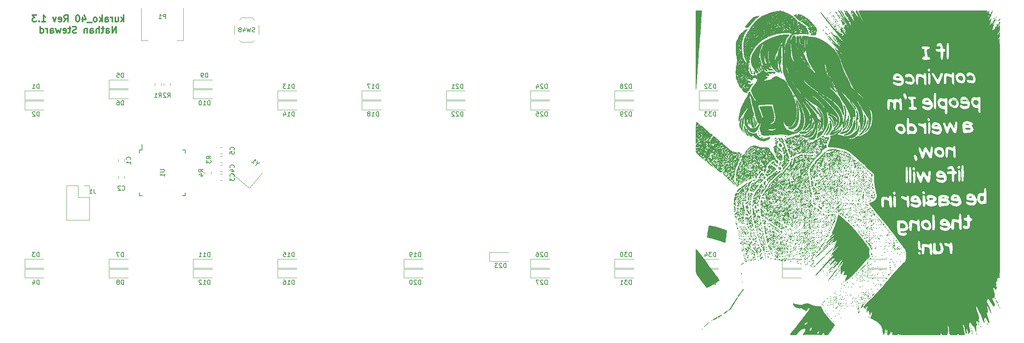
<source format=gbr>
G04 #@! TF.GenerationSoftware,KiCad,Pcbnew,(5.0.2)-1*
G04 #@! TF.CreationDate,2022-11-29T08:35:01-05:00*
G04 #@! TF.ProjectId,kurako_40,6b757261-6b6f-45f3-9430-2e6b69636164,rev?*
G04 #@! TF.SameCoordinates,Original*
G04 #@! TF.FileFunction,Legend,Bot*
G04 #@! TF.FilePolarity,Positive*
%FSLAX46Y46*%
G04 Gerber Fmt 4.6, Leading zero omitted, Abs format (unit mm)*
G04 Created by KiCad (PCBNEW (5.0.2)-1) date 11/29/2022 8:35:01 AM*
%MOMM*%
%LPD*%
G01*
G04 APERTURE LIST*
%ADD10C,0.300000*%
%ADD11C,0.120000*%
%ADD12C,0.150000*%
%ADD13C,0.010000*%
G04 APERTURE END LIST*
D10*
X69750000Y-64403571D02*
X69750000Y-62903571D01*
X69607142Y-63832142D02*
X69178571Y-64403571D01*
X69178571Y-63403571D02*
X69750000Y-63975000D01*
X67892857Y-63403571D02*
X67892857Y-64403571D01*
X68535714Y-63403571D02*
X68535714Y-64189285D01*
X68464285Y-64332142D01*
X68321428Y-64403571D01*
X68107142Y-64403571D01*
X67964285Y-64332142D01*
X67892857Y-64260714D01*
X67178571Y-64403571D02*
X67178571Y-63403571D01*
X67178571Y-63689285D02*
X67107142Y-63546428D01*
X67035714Y-63475000D01*
X66892857Y-63403571D01*
X66750000Y-63403571D01*
X65607142Y-64403571D02*
X65607142Y-63617857D01*
X65678571Y-63475000D01*
X65821428Y-63403571D01*
X66107142Y-63403571D01*
X66250000Y-63475000D01*
X65607142Y-64332142D02*
X65750000Y-64403571D01*
X66107142Y-64403571D01*
X66250000Y-64332142D01*
X66321428Y-64189285D01*
X66321428Y-64046428D01*
X66250000Y-63903571D01*
X66107142Y-63832142D01*
X65750000Y-63832142D01*
X65607142Y-63760714D01*
X64892857Y-64403571D02*
X64892857Y-62903571D01*
X64750000Y-63832142D02*
X64321428Y-64403571D01*
X64321428Y-63403571D02*
X64892857Y-63975000D01*
X63464285Y-64403571D02*
X63607142Y-64332142D01*
X63678571Y-64260714D01*
X63750000Y-64117857D01*
X63750000Y-63689285D01*
X63678571Y-63546428D01*
X63607142Y-63475000D01*
X63464285Y-63403571D01*
X63250000Y-63403571D01*
X63107142Y-63475000D01*
X63035714Y-63546428D01*
X62964285Y-63689285D01*
X62964285Y-64117857D01*
X63035714Y-64260714D01*
X63107142Y-64332142D01*
X63250000Y-64403571D01*
X63464285Y-64403571D01*
X62678571Y-64546428D02*
X61535714Y-64546428D01*
X60535714Y-63403571D02*
X60535714Y-64403571D01*
X60892857Y-62832142D02*
X61250000Y-63903571D01*
X60321428Y-63903571D01*
X59464285Y-62903571D02*
X59321428Y-62903571D01*
X59178571Y-62975000D01*
X59107142Y-63046428D01*
X59035714Y-63189285D01*
X58964285Y-63475000D01*
X58964285Y-63832142D01*
X59035714Y-64117857D01*
X59107142Y-64260714D01*
X59178571Y-64332142D01*
X59321428Y-64403571D01*
X59464285Y-64403571D01*
X59607142Y-64332142D01*
X59678571Y-64260714D01*
X59750000Y-64117857D01*
X59821428Y-63832142D01*
X59821428Y-63475000D01*
X59750000Y-63189285D01*
X59678571Y-63046428D01*
X59607142Y-62975000D01*
X59464285Y-62903571D01*
X56321428Y-64403571D02*
X56821428Y-63689285D01*
X57178571Y-64403571D02*
X57178571Y-62903571D01*
X56607142Y-62903571D01*
X56464285Y-62975000D01*
X56392857Y-63046428D01*
X56321428Y-63189285D01*
X56321428Y-63403571D01*
X56392857Y-63546428D01*
X56464285Y-63617857D01*
X56607142Y-63689285D01*
X57178571Y-63689285D01*
X55107142Y-64332142D02*
X55250000Y-64403571D01*
X55535714Y-64403571D01*
X55678571Y-64332142D01*
X55750000Y-64189285D01*
X55750000Y-63617857D01*
X55678571Y-63475000D01*
X55535714Y-63403571D01*
X55250000Y-63403571D01*
X55107142Y-63475000D01*
X55035714Y-63617857D01*
X55035714Y-63760714D01*
X55750000Y-63903571D01*
X54535714Y-63403571D02*
X54178571Y-64403571D01*
X53821428Y-63403571D01*
X51321428Y-64403571D02*
X52178571Y-64403571D01*
X51750000Y-64403571D02*
X51750000Y-62903571D01*
X51892857Y-63117857D01*
X52035714Y-63260714D01*
X52178571Y-63332142D01*
X50678571Y-64260714D02*
X50607142Y-64332142D01*
X50678571Y-64403571D01*
X50750000Y-64332142D01*
X50678571Y-64260714D01*
X50678571Y-64403571D01*
X50107142Y-62903571D02*
X49178571Y-62903571D01*
X49678571Y-63475000D01*
X49464285Y-63475000D01*
X49321428Y-63546428D01*
X49250000Y-63617857D01*
X49178571Y-63760714D01*
X49178571Y-64117857D01*
X49250000Y-64260714D01*
X49321428Y-64332142D01*
X49464285Y-64403571D01*
X49892857Y-64403571D01*
X50035714Y-64332142D01*
X50107142Y-64260714D01*
X68035714Y-66953571D02*
X68035714Y-65453571D01*
X67178571Y-66953571D01*
X67178571Y-65453571D01*
X65821428Y-66953571D02*
X65821428Y-66167857D01*
X65892857Y-66025000D01*
X66035714Y-65953571D01*
X66321428Y-65953571D01*
X66464285Y-66025000D01*
X65821428Y-66882142D02*
X65964285Y-66953571D01*
X66321428Y-66953571D01*
X66464285Y-66882142D01*
X66535714Y-66739285D01*
X66535714Y-66596428D01*
X66464285Y-66453571D01*
X66321428Y-66382142D01*
X65964285Y-66382142D01*
X65821428Y-66310714D01*
X65321428Y-65953571D02*
X64750000Y-65953571D01*
X65107142Y-65453571D02*
X65107142Y-66739285D01*
X65035714Y-66882142D01*
X64892857Y-66953571D01*
X64750000Y-66953571D01*
X64250000Y-66953571D02*
X64250000Y-65453571D01*
X63607142Y-66953571D02*
X63607142Y-66167857D01*
X63678571Y-66025000D01*
X63821428Y-65953571D01*
X64035714Y-65953571D01*
X64178571Y-66025000D01*
X64250000Y-66096428D01*
X62250000Y-66953571D02*
X62250000Y-66167857D01*
X62321428Y-66025000D01*
X62464285Y-65953571D01*
X62750000Y-65953571D01*
X62892857Y-66025000D01*
X62250000Y-66882142D02*
X62392857Y-66953571D01*
X62750000Y-66953571D01*
X62892857Y-66882142D01*
X62964285Y-66739285D01*
X62964285Y-66596428D01*
X62892857Y-66453571D01*
X62750000Y-66382142D01*
X62392857Y-66382142D01*
X62250000Y-66310714D01*
X61535714Y-65953571D02*
X61535714Y-66953571D01*
X61535714Y-66096428D02*
X61464285Y-66025000D01*
X61321428Y-65953571D01*
X61107142Y-65953571D01*
X60964285Y-66025000D01*
X60892857Y-66167857D01*
X60892857Y-66953571D01*
X59107142Y-66882142D02*
X58892857Y-66953571D01*
X58535714Y-66953571D01*
X58392857Y-66882142D01*
X58321428Y-66810714D01*
X58250000Y-66667857D01*
X58250000Y-66525000D01*
X58321428Y-66382142D01*
X58392857Y-66310714D01*
X58535714Y-66239285D01*
X58821428Y-66167857D01*
X58964285Y-66096428D01*
X59035714Y-66025000D01*
X59107142Y-65882142D01*
X59107142Y-65739285D01*
X59035714Y-65596428D01*
X58964285Y-65525000D01*
X58821428Y-65453571D01*
X58464285Y-65453571D01*
X58250000Y-65525000D01*
X57821428Y-65953571D02*
X57250000Y-65953571D01*
X57607142Y-65453571D02*
X57607142Y-66739285D01*
X57535714Y-66882142D01*
X57392857Y-66953571D01*
X57250000Y-66953571D01*
X56178571Y-66882142D02*
X56321428Y-66953571D01*
X56607142Y-66953571D01*
X56750000Y-66882142D01*
X56821428Y-66739285D01*
X56821428Y-66167857D01*
X56750000Y-66025000D01*
X56607142Y-65953571D01*
X56321428Y-65953571D01*
X56178571Y-66025000D01*
X56107142Y-66167857D01*
X56107142Y-66310714D01*
X56821428Y-66453571D01*
X55607142Y-65953571D02*
X55321428Y-66953571D01*
X55035714Y-66239285D01*
X54750000Y-66953571D01*
X54464285Y-65953571D01*
X53250000Y-66953571D02*
X53250000Y-66167857D01*
X53321428Y-66025000D01*
X53464285Y-65953571D01*
X53750000Y-65953571D01*
X53892857Y-66025000D01*
X53250000Y-66882142D02*
X53392857Y-66953571D01*
X53750000Y-66953571D01*
X53892857Y-66882142D01*
X53964285Y-66739285D01*
X53964285Y-66596428D01*
X53892857Y-66453571D01*
X53750000Y-66382142D01*
X53392857Y-66382142D01*
X53250000Y-66310714D01*
X52535714Y-66953571D02*
X52535714Y-65953571D01*
X52535714Y-66239285D02*
X52464285Y-66096428D01*
X52392857Y-66025000D01*
X52250000Y-65953571D01*
X52107142Y-65953571D01*
X50964285Y-66953571D02*
X50964285Y-65453571D01*
X50964285Y-66882142D02*
X51107142Y-66953571D01*
X51392857Y-66953571D01*
X51535714Y-66882142D01*
X51607142Y-66810714D01*
X51678571Y-66667857D01*
X51678571Y-66239285D01*
X51607142Y-66096428D01*
X51535714Y-66025000D01*
X51392857Y-65953571D01*
X51107142Y-65953571D01*
X50964285Y-66025000D01*
D11*
G04 #@! TO.C,D36*
X218450000Y-80000000D02*
X222750000Y-80000000D01*
X218450000Y-82000000D02*
X218450000Y-80000000D01*
X222750000Y-82000000D02*
X218450000Y-82000000D01*
G04 #@! TO.C,D37*
X222750000Y-84250000D02*
X218450000Y-84250000D01*
X218450000Y-84250000D02*
X218450000Y-82250000D01*
X218450000Y-82250000D02*
X222750000Y-82250000D01*
G04 #@! TO.C,D38*
X218200000Y-118000000D02*
X222500000Y-118000000D01*
X218200000Y-120000000D02*
X218200000Y-118000000D01*
X222500000Y-120000000D02*
X218200000Y-120000000D01*
G04 #@! TO.C,D39*
X222500000Y-122250000D02*
X218200000Y-122250000D01*
X218200000Y-122250000D02*
X218200000Y-120250000D01*
X218200000Y-120250000D02*
X222500000Y-120250000D01*
G04 #@! TO.C,D40*
X237450000Y-80000000D02*
X241750000Y-80000000D01*
X237450000Y-82000000D02*
X237450000Y-80000000D01*
X241750000Y-82000000D02*
X237450000Y-82000000D01*
G04 #@! TO.C,D41*
X241750000Y-84250000D02*
X237450000Y-84250000D01*
X237450000Y-84250000D02*
X237450000Y-82250000D01*
X237450000Y-82250000D02*
X241750000Y-82250000D01*
G04 #@! TO.C,D42*
X237450000Y-118000000D02*
X241750000Y-118000000D01*
X237450000Y-120000000D02*
X237450000Y-118000000D01*
X241750000Y-120000000D02*
X237450000Y-120000000D01*
G04 #@! TO.C,D43*
X241750000Y-122250000D02*
X237450000Y-122250000D01*
X237450000Y-122250000D02*
X237450000Y-120250000D01*
X237450000Y-120250000D02*
X241750000Y-120250000D01*
G04 #@! TO.C,D44*
X256450000Y-80000000D02*
X260750000Y-80000000D01*
X256450000Y-82000000D02*
X256450000Y-80000000D01*
X260750000Y-82000000D02*
X256450000Y-82000000D01*
G04 #@! TO.C,D47*
X260750000Y-122250000D02*
X256450000Y-122250000D01*
X256450000Y-122250000D02*
X256450000Y-120250000D01*
X256450000Y-120250000D02*
X260750000Y-120250000D01*
G04 #@! TO.C,D46*
X256450000Y-118000000D02*
X260750000Y-118000000D01*
X256450000Y-120000000D02*
X256450000Y-118000000D01*
X260750000Y-120000000D02*
X256450000Y-120000000D01*
G04 #@! TO.C,D45*
X260750000Y-84250000D02*
X256450000Y-84250000D01*
X256450000Y-84250000D02*
X256450000Y-82250000D01*
X256450000Y-82250000D02*
X260750000Y-82250000D01*
G04 #@! TO.C,D35*
X203750000Y-122250000D02*
X199450000Y-122250000D01*
X199450000Y-122250000D02*
X199450000Y-120250000D01*
X199450000Y-120250000D02*
X203750000Y-120250000D01*
G04 #@! TO.C,D33*
X199450000Y-82250000D02*
X203750000Y-82250000D01*
X199450000Y-84250000D02*
X199450000Y-82250000D01*
X203750000Y-84250000D02*
X199450000Y-84250000D01*
G04 #@! TO.C,D32*
X203750000Y-82000000D02*
X199450000Y-82000000D01*
X199450000Y-82000000D02*
X199450000Y-80000000D01*
X199450000Y-80000000D02*
X203750000Y-80000000D01*
G04 #@! TO.C,D31*
X180450000Y-120250000D02*
X184750000Y-120250000D01*
X180450000Y-122250000D02*
X180450000Y-120250000D01*
X184750000Y-122250000D02*
X180450000Y-122250000D01*
G04 #@! TO.C,D30*
X184750000Y-120000000D02*
X180450000Y-120000000D01*
X180450000Y-120000000D02*
X180450000Y-118000000D01*
X180450000Y-118000000D02*
X184750000Y-118000000D01*
G04 #@! TO.C,D29*
X180450000Y-82250000D02*
X184750000Y-82250000D01*
X180450000Y-84250000D02*
X180450000Y-82250000D01*
X184750000Y-84250000D02*
X180450000Y-84250000D01*
G04 #@! TO.C,D28*
X184750000Y-82000000D02*
X180450000Y-82000000D01*
X180450000Y-82000000D02*
X180450000Y-80000000D01*
X180450000Y-80000000D02*
X184750000Y-80000000D01*
G04 #@! TO.C,D27*
X161450000Y-120250000D02*
X165750000Y-120250000D01*
X161450000Y-122250000D02*
X161450000Y-120250000D01*
X165750000Y-122250000D02*
X161450000Y-122250000D01*
G04 #@! TO.C,D22*
X146750000Y-84250000D02*
X142450000Y-84250000D01*
X142450000Y-84250000D02*
X142450000Y-82250000D01*
X142450000Y-82250000D02*
X146750000Y-82250000D01*
G04 #@! TO.C,D24*
X161450000Y-80000000D02*
X165750000Y-80000000D01*
X161450000Y-82000000D02*
X161450000Y-80000000D01*
X165750000Y-82000000D02*
X161450000Y-82000000D01*
G04 #@! TO.C,D34*
X203750000Y-120000000D02*
X199450000Y-120000000D01*
X199450000Y-120000000D02*
X199450000Y-118000000D01*
X199450000Y-118000000D02*
X203750000Y-118000000D01*
G04 #@! TO.C,D25*
X161450000Y-82250000D02*
X165750000Y-82250000D01*
X161450000Y-84250000D02*
X161450000Y-82250000D01*
X165750000Y-84250000D02*
X161450000Y-84250000D01*
G04 #@! TO.C,D26*
X165750000Y-120000000D02*
X161450000Y-120000000D01*
X161450000Y-120000000D02*
X161450000Y-118000000D01*
X161450000Y-118000000D02*
X165750000Y-118000000D01*
G04 #@! TO.C,D10*
X89750000Y-81750000D02*
X85450000Y-81750000D01*
X85450000Y-81750000D02*
X85450000Y-79750000D01*
X85450000Y-79750000D02*
X89750000Y-79750000D01*
G04 #@! TO.C,D9*
X89750000Y-79500000D02*
X85450000Y-79500000D01*
X85450000Y-79500000D02*
X85450000Y-77500000D01*
X85450000Y-77500000D02*
X89750000Y-77500000D01*
G04 #@! TO.C,D8*
X66450000Y-120250000D02*
X70750000Y-120250000D01*
X66450000Y-122250000D02*
X66450000Y-120250000D01*
X70750000Y-122250000D02*
X66450000Y-122250000D01*
G04 #@! TO.C,D7*
X70750000Y-120000000D02*
X66450000Y-120000000D01*
X66450000Y-120000000D02*
X66450000Y-118000000D01*
X66450000Y-118000000D02*
X70750000Y-118000000D01*
G04 #@! TO.C,D6*
X66450000Y-79750000D02*
X70750000Y-79750000D01*
X66450000Y-81750000D02*
X66450000Y-79750000D01*
X70750000Y-81750000D02*
X66450000Y-81750000D01*
G04 #@! TO.C,D5*
X70750000Y-79500000D02*
X66450000Y-79500000D01*
X66450000Y-79500000D02*
X66450000Y-77500000D01*
X66450000Y-77500000D02*
X70750000Y-77500000D01*
G04 #@! TO.C,D4*
X47450000Y-120250000D02*
X51750000Y-120250000D01*
X47450000Y-122250000D02*
X47450000Y-120250000D01*
X51750000Y-122250000D02*
X47450000Y-122250000D01*
G04 #@! TO.C,D3*
X51750000Y-120000000D02*
X47450000Y-120000000D01*
X47450000Y-120000000D02*
X47450000Y-118000000D01*
X47450000Y-118000000D02*
X51750000Y-118000000D01*
G04 #@! TO.C,D1*
X47450000Y-80000000D02*
X51750000Y-80000000D01*
X47450000Y-82000000D02*
X47450000Y-80000000D01*
X51750000Y-82000000D02*
X47450000Y-82000000D01*
G04 #@! TO.C,D11*
X89750000Y-120000000D02*
X85450000Y-120000000D01*
X85450000Y-120000000D02*
X85450000Y-118000000D01*
X85450000Y-118000000D02*
X89750000Y-118000000D01*
G04 #@! TO.C,D13*
X104450000Y-80000000D02*
X108750000Y-80000000D01*
X104450000Y-82000000D02*
X104450000Y-80000000D01*
X108750000Y-82000000D02*
X104450000Y-82000000D01*
G04 #@! TO.C,D14*
X108750000Y-84250000D02*
X104450000Y-84250000D01*
X104450000Y-84250000D02*
X104450000Y-82250000D01*
X104450000Y-82250000D02*
X108750000Y-82250000D01*
G04 #@! TO.C,D15*
X104450000Y-118000000D02*
X108750000Y-118000000D01*
X104450000Y-120000000D02*
X104450000Y-118000000D01*
X108750000Y-120000000D02*
X104450000Y-120000000D01*
G04 #@! TO.C,D16*
X108750000Y-122250000D02*
X104450000Y-122250000D01*
X104450000Y-122250000D02*
X104450000Y-120250000D01*
X104450000Y-120250000D02*
X108750000Y-120250000D01*
G04 #@! TO.C,D17*
X123450000Y-80000000D02*
X127750000Y-80000000D01*
X123450000Y-82000000D02*
X123450000Y-80000000D01*
X127750000Y-82000000D02*
X123450000Y-82000000D01*
G04 #@! TO.C,D18*
X127750000Y-84250000D02*
X123450000Y-84250000D01*
X123450000Y-84250000D02*
X123450000Y-82250000D01*
X123450000Y-82250000D02*
X127750000Y-82250000D01*
G04 #@! TO.C,D19*
X132950000Y-118000000D02*
X137250000Y-118000000D01*
X132950000Y-120000000D02*
X132950000Y-118000000D01*
X137250000Y-120000000D02*
X132950000Y-120000000D01*
G04 #@! TO.C,D20*
X137250000Y-122250000D02*
X132950000Y-122250000D01*
X132950000Y-122250000D02*
X132950000Y-120250000D01*
X132950000Y-120250000D02*
X137250000Y-120250000D01*
G04 #@! TO.C,D21*
X142450000Y-80000000D02*
X146750000Y-80000000D01*
X142450000Y-82000000D02*
X142450000Y-80000000D01*
X146750000Y-82000000D02*
X142450000Y-82000000D01*
G04 #@! TO.C,D23*
X156500000Y-118500000D02*
X152200000Y-118500000D01*
X152200000Y-118500000D02*
X152200000Y-116500000D01*
X152200000Y-116500000D02*
X156500000Y-116500000D01*
G04 #@! TO.C,D12*
X85450000Y-120250000D02*
X89750000Y-120250000D01*
X85450000Y-122250000D02*
X85450000Y-120250000D01*
X89750000Y-122250000D02*
X85450000Y-122250000D01*
G04 #@! TO.C,D2*
X51750000Y-84250000D02*
X47450000Y-84250000D01*
X47450000Y-84250000D02*
X47450000Y-82250000D01*
X47450000Y-82250000D02*
X51750000Y-82250000D01*
G04 #@! TO.C,C5*
X91488748Y-94210000D02*
X92011252Y-94210000D01*
X91488748Y-92790000D02*
X92011252Y-92790000D01*
G04 #@! TO.C,J1*
X56880000Y-101420000D02*
X59480000Y-101420000D01*
X56880000Y-101420000D02*
X56880000Y-109160000D01*
X56880000Y-109160000D02*
X62080000Y-109160000D01*
X62080000Y-104020000D02*
X62080000Y-109160000D01*
X59480000Y-104020000D02*
X62080000Y-104020000D01*
X59480000Y-101420000D02*
X59480000Y-104020000D01*
X62080000Y-101420000D02*
X62080000Y-102750000D01*
X60750000Y-101420000D02*
X62080000Y-101420000D01*
G04 #@! TO.C,SW48*
X98750000Y-63500000D02*
X96250000Y-63500000D01*
X100250000Y-65250000D02*
X100250000Y-67250000D01*
X98750000Y-69000000D02*
X96250000Y-69000000D01*
X94750000Y-65250000D02*
X94750000Y-67250000D01*
X99200000Y-63950000D02*
X98750000Y-63500000D01*
X95800000Y-63950000D02*
X96250000Y-63500000D01*
X95800000Y-68550000D02*
X96250000Y-69000000D01*
X99200000Y-68550000D02*
X98750000Y-69000000D01*
D12*
G04 #@! TO.C,U1*
X73900000Y-93325000D02*
X73900000Y-92050000D01*
X73325000Y-103675000D02*
X73325000Y-103000000D01*
X83675000Y-103675000D02*
X83675000Y-103000000D01*
X83675000Y-93325000D02*
X83675000Y-94000000D01*
X73325000Y-93325000D02*
X73325000Y-94000000D01*
X83675000Y-93325000D02*
X83000000Y-93325000D01*
X83675000Y-103675000D02*
X83000000Y-103675000D01*
X73325000Y-103675000D02*
X74000000Y-103675000D01*
X73325000Y-93325000D02*
X73900000Y-93325000D01*
D11*
G04 #@! TO.C,Y1*
X98122048Y-101959127D02*
X93985408Y-98488073D01*
X101014592Y-98511927D02*
X98122048Y-101959127D01*
G04 #@! TO.C,C1*
X68540000Y-96011252D02*
X68540000Y-95488748D01*
X69960000Y-96011252D02*
X69960000Y-95488748D01*
G04 #@! TO.C,C2*
X69960000Y-99238748D02*
X69960000Y-99761252D01*
X68540000Y-99238748D02*
X68540000Y-99761252D01*
G04 #@! TO.C,C3*
X91488748Y-98790000D02*
X92011252Y-98790000D01*
X91488748Y-100210000D02*
X92011252Y-100210000D01*
G04 #@! TO.C,C4*
X91488748Y-96790000D02*
X92011252Y-96790000D01*
X91488748Y-98210000D02*
X92011252Y-98210000D01*
G04 #@! TO.C,R2*
X80210000Y-78238748D02*
X80210000Y-78761252D01*
X78790000Y-78238748D02*
X78790000Y-78761252D01*
G04 #@! TO.C,R1*
X78210000Y-78238748D02*
X78210000Y-78761252D01*
X76790000Y-78238748D02*
X76790000Y-78761252D01*
G04 #@! TO.C,R4*
X88040000Y-98761252D02*
X88040000Y-98238748D01*
X89460000Y-98761252D02*
X89460000Y-98238748D01*
G04 #@! TO.C,R3*
X92011252Y-96210000D02*
X91488748Y-96210000D01*
X92011252Y-94790000D02*
X91488748Y-94790000D01*
G04 #@! TO.C,P1*
X81750000Y-68620000D02*
X83250000Y-68620000D01*
X83250000Y-68620000D02*
X83250000Y-61360000D01*
X73750000Y-68620000D02*
X73750000Y-61360000D01*
X73750000Y-68620000D02*
X75250000Y-68620000D01*
D13*
G04 #@! TO.C,G\002A\002A\002A*
G36*
X199881353Y-92787715D02*
X199878400Y-92812000D01*
X199955716Y-92910647D01*
X199980000Y-92913600D01*
X200078648Y-92836284D01*
X200081600Y-92812000D01*
X200004285Y-92713352D01*
X199980000Y-92710400D01*
X199881353Y-92787715D01*
X199881353Y-92787715D01*
G37*
X199881353Y-92787715D02*
X199878400Y-92812000D01*
X199955716Y-92910647D01*
X199980000Y-92913600D01*
X200078648Y-92836284D01*
X200081600Y-92812000D01*
X200004285Y-92713352D01*
X199980000Y-92710400D01*
X199881353Y-92787715D01*
G36*
X200956025Y-91313584D02*
X200937943Y-91331542D01*
X200809001Y-91494637D01*
X200851491Y-91605896D01*
X200979067Y-91685337D01*
X201110143Y-91727970D01*
X201159575Y-91632518D01*
X201165334Y-91485712D01*
X201152423Y-91253784D01*
X201093000Y-91203422D01*
X200956025Y-91313584D01*
X200956025Y-91313584D01*
G37*
X200956025Y-91313584D02*
X200937943Y-91331542D01*
X200809001Y-91494637D01*
X200851491Y-91605896D01*
X200979067Y-91685337D01*
X201110143Y-91727970D01*
X201159575Y-91632518D01*
X201165334Y-91485712D01*
X201152423Y-91253784D01*
X201093000Y-91203422D01*
X200956025Y-91313584D01*
G36*
X201029867Y-93455466D02*
X201043814Y-93515867D01*
X201097600Y-93523200D01*
X201181229Y-93486026D01*
X201165334Y-93455466D01*
X201044758Y-93443307D01*
X201029867Y-93455466D01*
X201029867Y-93455466D01*
G37*
X201029867Y-93455466D02*
X201043814Y-93515867D01*
X201097600Y-93523200D01*
X201181229Y-93486026D01*
X201165334Y-93455466D01*
X201044758Y-93443307D01*
X201029867Y-93455466D01*
G36*
X199473403Y-93604054D02*
X199435259Y-93675600D01*
X199437094Y-93810632D01*
X199547010Y-93808020D01*
X199607467Y-93760266D01*
X199672927Y-93620107D01*
X199614164Y-93527380D01*
X199584471Y-93523200D01*
X199473403Y-93604054D01*
X199473403Y-93604054D01*
G37*
X199473403Y-93604054D02*
X199435259Y-93675600D01*
X199437094Y-93810632D01*
X199547010Y-93808020D01*
X199607467Y-93760266D01*
X199672927Y-93620107D01*
X199614164Y-93527380D01*
X199584471Y-93523200D01*
X199473403Y-93604054D01*
G36*
X204653600Y-93878800D02*
X204556676Y-93970098D01*
X204552000Y-93986396D01*
X204630608Y-94030035D01*
X204653600Y-94031200D01*
X204751296Y-93953094D01*
X204755200Y-93923603D01*
X204692957Y-93862924D01*
X204653600Y-93878800D01*
X204653600Y-93878800D01*
G37*
X204653600Y-93878800D02*
X204556676Y-93970098D01*
X204552000Y-93986396D01*
X204630608Y-94030035D01*
X204653600Y-94031200D01*
X204751296Y-93953094D01*
X204755200Y-93923603D01*
X204692957Y-93862924D01*
X204653600Y-93878800D01*
G36*
X212883200Y-92964400D02*
X212934000Y-93015200D01*
X212984800Y-92964400D01*
X212934000Y-92913600D01*
X212883200Y-92964400D01*
X212883200Y-92964400D01*
G37*
X212883200Y-92964400D02*
X212934000Y-93015200D01*
X212984800Y-92964400D01*
X212934000Y-92913600D01*
X212883200Y-92964400D01*
G36*
X212378153Y-93397315D02*
X212375200Y-93421600D01*
X212452516Y-93520247D01*
X212476800Y-93523200D01*
X212575448Y-93445884D01*
X212578400Y-93421600D01*
X212501085Y-93322952D01*
X212476800Y-93320000D01*
X212378153Y-93397315D01*
X212378153Y-93397315D01*
G37*
X212378153Y-93397315D02*
X212375200Y-93421600D01*
X212452516Y-93520247D01*
X212476800Y-93523200D01*
X212575448Y-93445884D01*
X212578400Y-93421600D01*
X212501085Y-93322952D01*
X212476800Y-93320000D01*
X212378153Y-93397315D01*
G36*
X214410153Y-94921315D02*
X214407200Y-94945600D01*
X214484516Y-95044247D01*
X214508800Y-95047200D01*
X214607448Y-94969884D01*
X214610400Y-94945600D01*
X214533085Y-94846952D01*
X214508800Y-94844000D01*
X214410153Y-94921315D01*
X214410153Y-94921315D01*
G37*
X214410153Y-94921315D02*
X214407200Y-94945600D01*
X214484516Y-95044247D01*
X214508800Y-95047200D01*
X214607448Y-94969884D01*
X214610400Y-94945600D01*
X214533085Y-94846952D01*
X214508800Y-94844000D01*
X214410153Y-94921315D01*
G36*
X209852902Y-95331727D02*
X209835200Y-95402800D01*
X209897089Y-95542730D01*
X210037602Y-95517507D01*
X210072267Y-95487466D01*
X210136985Y-95338758D01*
X210031238Y-95253807D01*
X209987600Y-95250400D01*
X209852902Y-95331727D01*
X209852902Y-95331727D01*
G37*
X209852902Y-95331727D02*
X209835200Y-95402800D01*
X209897089Y-95542730D01*
X210037602Y-95517507D01*
X210072267Y-95487466D01*
X210136985Y-95338758D01*
X210031238Y-95253807D01*
X209987600Y-95250400D01*
X209852902Y-95331727D01*
G36*
X213831467Y-95589066D02*
X213819308Y-95709642D01*
X213831467Y-95724533D01*
X213891868Y-95710586D01*
X213899200Y-95656800D01*
X213862027Y-95573171D01*
X213831467Y-95589066D01*
X213831467Y-95589066D01*
G37*
X213831467Y-95589066D02*
X213819308Y-95709642D01*
X213831467Y-95724533D01*
X213891868Y-95710586D01*
X213899200Y-95656800D01*
X213862027Y-95573171D01*
X213831467Y-95589066D01*
G36*
X214206953Y-95632515D02*
X214204000Y-95656800D01*
X214281316Y-95755447D01*
X214305600Y-95758400D01*
X214404248Y-95681084D01*
X214407200Y-95656800D01*
X214329885Y-95558152D01*
X214305600Y-95555200D01*
X214206953Y-95632515D01*
X214206953Y-95632515D01*
G37*
X214206953Y-95632515D02*
X214204000Y-95656800D01*
X214281316Y-95755447D01*
X214305600Y-95758400D01*
X214404248Y-95681084D01*
X214407200Y-95656800D01*
X214329885Y-95558152D01*
X214305600Y-95555200D01*
X214206953Y-95632515D01*
G36*
X214919335Y-95832152D02*
X214915200Y-95860000D01*
X214949865Y-95958958D01*
X214960004Y-95961600D01*
X215046747Y-95890405D01*
X215067600Y-95860000D01*
X215059545Y-95766377D01*
X215022797Y-95758400D01*
X214919335Y-95832152D01*
X214919335Y-95832152D01*
G37*
X214919335Y-95832152D02*
X214915200Y-95860000D01*
X214949865Y-95958958D01*
X214960004Y-95961600D01*
X215046747Y-95890405D01*
X215067600Y-95860000D01*
X215059545Y-95766377D01*
X215022797Y-95758400D01*
X214919335Y-95832152D01*
G36*
X214410153Y-96242115D02*
X214407200Y-96266400D01*
X214484516Y-96365047D01*
X214508800Y-96368000D01*
X214607448Y-96290684D01*
X214610400Y-96266400D01*
X214533085Y-96167752D01*
X214508800Y-96164800D01*
X214410153Y-96242115D01*
X214410153Y-96242115D01*
G37*
X214410153Y-96242115D02*
X214407200Y-96266400D01*
X214484516Y-96365047D01*
X214508800Y-96368000D01*
X214607448Y-96290684D01*
X214610400Y-96266400D01*
X214533085Y-96167752D01*
X214508800Y-96164800D01*
X214410153Y-96242115D01*
G36*
X258026635Y-76626545D02*
X257854815Y-76806466D01*
X257827462Y-77048188D01*
X257952278Y-77304135D01*
X258182894Y-77496823D01*
X258450740Y-77636362D01*
X258622466Y-77659696D01*
X258764282Y-77572849D01*
X258786080Y-77551680D01*
X258907109Y-77306937D01*
X258882153Y-77022585D01*
X258740124Y-76762468D01*
X258509930Y-76590429D01*
X258335219Y-76556000D01*
X258026635Y-76626545D01*
X258026635Y-76626545D01*
G37*
X258026635Y-76626545D02*
X257854815Y-76806466D01*
X257827462Y-77048188D01*
X257952278Y-77304135D01*
X258182894Y-77496823D01*
X258450740Y-77636362D01*
X258622466Y-77659696D01*
X258764282Y-77572849D01*
X258786080Y-77551680D01*
X258907109Y-77306937D01*
X258882153Y-77022585D01*
X258740124Y-76762468D01*
X258509930Y-76590429D01*
X258335219Y-76556000D01*
X258026635Y-76626545D01*
G36*
X244033237Y-76692974D02*
X243972800Y-76708400D01*
X243788767Y-76808950D01*
X243785732Y-76912601D01*
X243944106Y-76989971D01*
X244176000Y-77013200D01*
X244451406Y-76985678D01*
X244578616Y-76911797D01*
X244582400Y-76893046D01*
X244495031Y-76765214D01*
X244285626Y-76690542D01*
X244033237Y-76692974D01*
X244033237Y-76692974D01*
G37*
X244033237Y-76692974D02*
X243972800Y-76708400D01*
X243788767Y-76808950D01*
X243785732Y-76912601D01*
X243944106Y-76989971D01*
X244176000Y-77013200D01*
X244451406Y-76985678D01*
X244578616Y-76911797D01*
X244582400Y-76893046D01*
X244495031Y-76765214D01*
X244285626Y-76690542D01*
X244033237Y-76692974D01*
G36*
X256576570Y-82207198D02*
X256358974Y-82334079D01*
X256204472Y-82476864D01*
X256188803Y-82598716D01*
X256300477Y-82793135D01*
X256302232Y-82795814D01*
X256512558Y-83024289D01*
X256735528Y-83164534D01*
X256985191Y-83246254D01*
X257133090Y-83239260D01*
X257262080Y-83139680D01*
X257373699Y-82902969D01*
X257346667Y-82619116D01*
X257210182Y-82355508D01*
X256993440Y-82179537D01*
X256830695Y-82144000D01*
X256576570Y-82207198D01*
X256576570Y-82207198D01*
G37*
X256576570Y-82207198D02*
X256358974Y-82334079D01*
X256204472Y-82476864D01*
X256188803Y-82598716D01*
X256300477Y-82793135D01*
X256302232Y-82795814D01*
X256512558Y-83024289D01*
X256735528Y-83164534D01*
X256985191Y-83246254D01*
X257133090Y-83239260D01*
X257262080Y-83139680D01*
X257373699Y-82902969D01*
X257346667Y-82619116D01*
X257210182Y-82355508D01*
X256993440Y-82179537D01*
X256830695Y-82144000D01*
X256576570Y-82207198D01*
G36*
X258938122Y-82048526D02*
X258908000Y-82134534D01*
X258993106Y-82196216D01*
X259188931Y-82220976D01*
X259406243Y-82208061D01*
X259555805Y-82156718D01*
X259570790Y-82140133D01*
X259530219Y-82051757D01*
X259375130Y-81985013D01*
X259107407Y-81966663D01*
X258938122Y-82048526D01*
X258938122Y-82048526D01*
G37*
X258938122Y-82048526D02*
X258908000Y-82134534D01*
X258993106Y-82196216D01*
X259188931Y-82220976D01*
X259406243Y-82208061D01*
X259555805Y-82156718D01*
X259570790Y-82140133D01*
X259530219Y-82051757D01*
X259375130Y-81985013D01*
X259107407Y-81966663D01*
X258938122Y-82048526D01*
G36*
X250461386Y-82240173D02*
X250398369Y-82321800D01*
X250445411Y-82409099D01*
X250671263Y-82446544D01*
X250783974Y-82448800D01*
X251043867Y-82439816D01*
X251136344Y-82400313D01*
X251096853Y-82311460D01*
X251080537Y-82291263D01*
X250897850Y-82187042D01*
X250660508Y-82171398D01*
X250461386Y-82240173D01*
X250461386Y-82240173D01*
G37*
X250461386Y-82240173D02*
X250398369Y-82321800D01*
X250445411Y-82409099D01*
X250671263Y-82446544D01*
X250783974Y-82448800D01*
X251043867Y-82439816D01*
X251136344Y-82400313D01*
X251096853Y-82311460D01*
X251080537Y-82291263D01*
X250897850Y-82187042D01*
X250660508Y-82171398D01*
X250461386Y-82240173D01*
G36*
X261441641Y-82111398D02*
X261353050Y-82279002D01*
X261348051Y-82292057D01*
X261306093Y-82617594D01*
X261453912Y-82899966D01*
X261678503Y-83084460D01*
X261870825Y-83183860D01*
X262025212Y-83151468D01*
X262148797Y-83066247D01*
X262311228Y-82888036D01*
X262339824Y-82652174D01*
X262327922Y-82559018D01*
X262286116Y-82319331D01*
X262220127Y-82197986D01*
X262068723Y-82137384D01*
X261830666Y-82091266D01*
X261575723Y-82059272D01*
X261441641Y-82111398D01*
X261441641Y-82111398D01*
G37*
X261441641Y-82111398D02*
X261353050Y-82279002D01*
X261348051Y-82292057D01*
X261306093Y-82617594D01*
X261453912Y-82899966D01*
X261678503Y-83084460D01*
X261870825Y-83183860D01*
X262025212Y-83151468D01*
X262148797Y-83066247D01*
X262311228Y-82888036D01*
X262339824Y-82652174D01*
X262327922Y-82559018D01*
X262286116Y-82319331D01*
X262220127Y-82197986D01*
X262068723Y-82137384D01*
X261830666Y-82091266D01*
X261575723Y-82059272D01*
X261441641Y-82111398D01*
G36*
X254165291Y-82366044D02*
X253905672Y-82407387D01*
X253785750Y-82504365D01*
X253745646Y-82671245D01*
X253801735Y-82976815D01*
X254008084Y-83222476D01*
X254311835Y-83354044D01*
X254420667Y-83363200D01*
X254653357Y-83341440D01*
X254776267Y-83295466D01*
X254838446Y-83120124D01*
X254837295Y-82853716D01*
X254781929Y-82595023D01*
X254698691Y-82454684D01*
X254506717Y-82383293D01*
X254221051Y-82362756D01*
X254165291Y-82366044D01*
X254165291Y-82366044D01*
G37*
X254165291Y-82366044D02*
X253905672Y-82407387D01*
X253785750Y-82504365D01*
X253745646Y-82671245D01*
X253801735Y-82976815D01*
X254008084Y-83222476D01*
X254311835Y-83354044D01*
X254420667Y-83363200D01*
X254653357Y-83341440D01*
X254776267Y-83295466D01*
X254838446Y-83120124D01*
X254837295Y-82853716D01*
X254781929Y-82595023D01*
X254698691Y-82454684D01*
X254506717Y-82383293D01*
X254221051Y-82362756D01*
X254165291Y-82366044D01*
G36*
X212074696Y-86696183D02*
X212102476Y-86896427D01*
X212176909Y-87147475D01*
X212280549Y-87381666D01*
X212328813Y-87459036D01*
X212436474Y-87600681D01*
X212459787Y-87579256D01*
X212417062Y-87377563D01*
X212416789Y-87376400D01*
X212309775Y-86986408D01*
X212204407Y-86720108D01*
X212115648Y-86614786D01*
X212111015Y-86614400D01*
X212074696Y-86696183D01*
X212074696Y-86696183D01*
G37*
X212074696Y-86696183D02*
X212102476Y-86896427D01*
X212176909Y-87147475D01*
X212280549Y-87381666D01*
X212328813Y-87459036D01*
X212436474Y-87600681D01*
X212459787Y-87579256D01*
X212417062Y-87377563D01*
X212416789Y-87376400D01*
X212309775Y-86986408D01*
X212204407Y-86720108D01*
X212115648Y-86614786D01*
X212111015Y-86614400D01*
X212074696Y-86696183D01*
G36*
X211798394Y-85836539D02*
X211758768Y-85980466D01*
X211744083Y-86267096D01*
X211751487Y-86637842D01*
X211778127Y-87034117D01*
X211821153Y-87397332D01*
X211877712Y-87668902D01*
X211889293Y-87704040D01*
X212008860Y-87924449D01*
X212142230Y-88031655D01*
X212244435Y-88004970D01*
X212273600Y-87880825D01*
X212220467Y-87683174D01*
X212116072Y-87484431D01*
X212004119Y-87236882D01*
X211929941Y-86875552D01*
X211887109Y-86363550D01*
X211877508Y-86114866D01*
X211853733Y-85903999D01*
X211808387Y-85830252D01*
X211798394Y-85836539D01*
X211798394Y-85836539D01*
G37*
X211798394Y-85836539D02*
X211758768Y-85980466D01*
X211744083Y-86267096D01*
X211751487Y-86637842D01*
X211778127Y-87034117D01*
X211821153Y-87397332D01*
X211877712Y-87668902D01*
X211889293Y-87704040D01*
X212008860Y-87924449D01*
X212142230Y-88031655D01*
X212244435Y-88004970D01*
X212273600Y-87880825D01*
X212220467Y-87683174D01*
X212116072Y-87484431D01*
X212004119Y-87236882D01*
X211929941Y-86875552D01*
X211887109Y-86363550D01*
X211877508Y-86114866D01*
X211853733Y-85903999D01*
X211808387Y-85830252D01*
X211798394Y-85836539D01*
G36*
X259592670Y-87506902D02*
X259492169Y-87568684D01*
X259533706Y-87601463D01*
X259741444Y-87612990D01*
X259924000Y-87613151D01*
X260232995Y-87608750D01*
X260358243Y-87594387D01*
X260319200Y-87560676D01*
X260151470Y-87503406D01*
X259803628Y-87449722D01*
X259592670Y-87506902D01*
X259592670Y-87506902D01*
G37*
X259592670Y-87506902D02*
X259492169Y-87568684D01*
X259533706Y-87601463D01*
X259741444Y-87612990D01*
X259924000Y-87613151D01*
X260232995Y-87608750D01*
X260358243Y-87594387D01*
X260319200Y-87560676D01*
X260151470Y-87503406D01*
X259803628Y-87449722D01*
X259592670Y-87506902D01*
G36*
X259630791Y-88356385D02*
X259458621Y-88407095D01*
X259416000Y-88489396D01*
X259505746Y-88600712D01*
X259729755Y-88683224D01*
X260020185Y-88729196D01*
X260309195Y-88730891D01*
X260528944Y-88680573D01*
X260598123Y-88624197D01*
X260606609Y-88477556D01*
X260424962Y-88382650D01*
X260060376Y-88342709D01*
X259968804Y-88341600D01*
X259630791Y-88356385D01*
X259630791Y-88356385D01*
G37*
X259630791Y-88356385D02*
X259458621Y-88407095D01*
X259416000Y-88489396D01*
X259505746Y-88600712D01*
X259729755Y-88683224D01*
X260020185Y-88729196D01*
X260309195Y-88730891D01*
X260528944Y-88680573D01*
X260598123Y-88624197D01*
X260606609Y-88477556D01*
X260424962Y-88382650D01*
X260060376Y-88342709D01*
X259968804Y-88341600D01*
X259630791Y-88356385D01*
G36*
X244605841Y-88052698D02*
X244365181Y-88168900D01*
X244223942Y-88350221D01*
X244221550Y-88528255D01*
X244363055Y-88742293D01*
X244602496Y-88911478D01*
X244881335Y-89016660D01*
X245141035Y-89038694D01*
X245323061Y-88958431D01*
X245358546Y-88900172D01*
X245378298Y-88667156D01*
X245320498Y-88387899D01*
X245211511Y-88165828D01*
X245158545Y-88115573D01*
X244889203Y-88026595D01*
X244605841Y-88052698D01*
X244605841Y-88052698D01*
G37*
X244605841Y-88052698D02*
X244365181Y-88168900D01*
X244223942Y-88350221D01*
X244221550Y-88528255D01*
X244363055Y-88742293D01*
X244602496Y-88911478D01*
X244881335Y-89016660D01*
X245141035Y-89038694D01*
X245323061Y-88958431D01*
X245358546Y-88900172D01*
X245378298Y-88667156D01*
X245320498Y-88387899D01*
X245211511Y-88165828D01*
X245158545Y-88115573D01*
X244889203Y-88026595D01*
X244605841Y-88052698D01*
G36*
X247074536Y-88016975D02*
X246889090Y-88151704D01*
X246821508Y-88373145D01*
X246817600Y-88485825D01*
X246837706Y-88734702D01*
X246886882Y-88878669D01*
X246894574Y-88885180D01*
X247102912Y-88957546D01*
X247390963Y-88999927D01*
X247663541Y-89003799D01*
X247816336Y-88967728D01*
X247920188Y-88792390D01*
X247899925Y-88538612D01*
X247772043Y-88274649D01*
X247607936Y-88105402D01*
X247383617Y-87972056D01*
X247193889Y-87970936D01*
X247074536Y-88016975D01*
X247074536Y-88016975D01*
G37*
X247074536Y-88016975D02*
X246889090Y-88151704D01*
X246821508Y-88373145D01*
X246817600Y-88485825D01*
X246837706Y-88734702D01*
X246886882Y-88878669D01*
X246894574Y-88885180D01*
X247102912Y-88957546D01*
X247390963Y-88999927D01*
X247663541Y-89003799D01*
X247816336Y-88967728D01*
X247920188Y-88792390D01*
X247899925Y-88538612D01*
X247772043Y-88274649D01*
X247607936Y-88105402D01*
X247383617Y-87972056D01*
X247193889Y-87970936D01*
X247074536Y-88016975D01*
G36*
X252693646Y-87737249D02*
X252494265Y-87815874D01*
X252461481Y-87842384D01*
X252483412Y-87902133D01*
X252681720Y-87932717D01*
X252791681Y-87935200D01*
X253053578Y-87913671D01*
X253204149Y-87859599D01*
X253218400Y-87833600D01*
X253133999Y-87745203D01*
X252932986Y-87713389D01*
X252693646Y-87737249D01*
X252693646Y-87737249D01*
G37*
X252693646Y-87737249D02*
X252494265Y-87815874D01*
X252461481Y-87842384D01*
X252483412Y-87902133D01*
X252681720Y-87932717D01*
X252791681Y-87935200D01*
X253053578Y-87913671D01*
X253204149Y-87859599D01*
X253218400Y-87833600D01*
X253133999Y-87745203D01*
X252932986Y-87713389D01*
X252693646Y-87737249D01*
G36*
X253204674Y-93389728D02*
X253046083Y-93570209D01*
X253048416Y-93818382D01*
X253225741Y-94091190D01*
X253250349Y-94115089D01*
X253505170Y-94275552D01*
X253774284Y-94330483D01*
X253990319Y-94274939D01*
X254071130Y-94175290D01*
X254117643Y-93825911D01*
X253997252Y-93538104D01*
X253740083Y-93357800D01*
X253510120Y-93320000D01*
X253204674Y-93389728D01*
X253204674Y-93389728D01*
G37*
X253204674Y-93389728D02*
X253046083Y-93570209D01*
X253048416Y-93818382D01*
X253225741Y-94091190D01*
X253250349Y-94115089D01*
X253505170Y-94275552D01*
X253774284Y-94330483D01*
X253990319Y-94274939D01*
X254071130Y-94175290D01*
X254117643Y-93825911D01*
X253997252Y-93538104D01*
X253740083Y-93357800D01*
X253510120Y-93320000D01*
X253204674Y-93389728D01*
G36*
X253705534Y-98644679D02*
X253556435Y-98760090D01*
X253548092Y-98781000D01*
X253592993Y-98866475D01*
X253812889Y-98902764D01*
X253946534Y-98904768D01*
X254211263Y-98897381D01*
X254301710Y-98867869D01*
X254246769Y-98797250D01*
X254184338Y-98748534D01*
X253940836Y-98639500D01*
X253705534Y-98644679D01*
X253705534Y-98644679D01*
G37*
X253705534Y-98644679D02*
X253556435Y-98760090D01*
X253548092Y-98781000D01*
X253592993Y-98866475D01*
X253812889Y-98902764D01*
X253946534Y-98904768D01*
X254211263Y-98897381D01*
X254301710Y-98867869D01*
X254246769Y-98797250D01*
X254184338Y-98748534D01*
X253940836Y-98639500D01*
X253705534Y-98644679D01*
G36*
X260395335Y-103870885D02*
X260330400Y-103984811D01*
X260410855Y-104070878D01*
X260598433Y-104078217D01*
X260812458Y-104005695D01*
X260835553Y-103991909D01*
X260927382Y-103905750D01*
X260831672Y-103838629D01*
X260810153Y-103830195D01*
X260583086Y-103803074D01*
X260395335Y-103870885D01*
X260395335Y-103870885D01*
G37*
X260395335Y-103870885D02*
X260330400Y-103984811D01*
X260410855Y-104070878D01*
X260598433Y-104078217D01*
X260812458Y-104005695D01*
X260835553Y-103991909D01*
X260927382Y-103905750D01*
X260831672Y-103838629D01*
X260810153Y-103830195D01*
X260583086Y-103803074D01*
X260395335Y-103870885D01*
G36*
X262939899Y-103750089D02*
X262833126Y-103838747D01*
X262792657Y-104060563D01*
X262788324Y-104110698D01*
X262799632Y-104416627D01*
X262869116Y-104689372D01*
X262975133Y-104864459D01*
X263051775Y-104895523D01*
X263190476Y-104850197D01*
X263357845Y-104776236D01*
X263502533Y-104676286D01*
X263563036Y-104518640D01*
X263563308Y-104235244D01*
X263561045Y-104198912D01*
X263534385Y-103915033D01*
X263473084Y-103779361D01*
X263331739Y-103737188D01*
X263175200Y-103734000D01*
X262939899Y-103750089D01*
X262939899Y-103750089D01*
G37*
X262939899Y-103750089D02*
X262833126Y-103838747D01*
X262792657Y-104060563D01*
X262788324Y-104110698D01*
X262799632Y-104416627D01*
X262869116Y-104689372D01*
X262975133Y-104864459D01*
X263051775Y-104895523D01*
X263190476Y-104850197D01*
X263357845Y-104776236D01*
X263502533Y-104676286D01*
X263563036Y-104518640D01*
X263563308Y-104235244D01*
X263561045Y-104198912D01*
X263534385Y-103915033D01*
X263473084Y-103779361D01*
X263331739Y-103737188D01*
X263175200Y-103734000D01*
X262939899Y-103750089D01*
G36*
X251371784Y-104200659D02*
X251362567Y-104380919D01*
X251379582Y-104445874D01*
X251443294Y-104573333D01*
X251569802Y-104604086D01*
X251821400Y-104554955D01*
X252103312Y-104461977D01*
X252182248Y-104370614D01*
X252058251Y-104276046D01*
X251824459Y-104197996D01*
X251519551Y-104143138D01*
X251371784Y-104200659D01*
X251371784Y-104200659D01*
G37*
X251371784Y-104200659D02*
X251362567Y-104380919D01*
X251379582Y-104445874D01*
X251443294Y-104573333D01*
X251569802Y-104604086D01*
X251821400Y-104554955D01*
X252103312Y-104461977D01*
X252182248Y-104370614D01*
X252058251Y-104276046D01*
X251824459Y-104197996D01*
X251519551Y-104143138D01*
X251371784Y-104200659D01*
G36*
X256948411Y-104019935D02*
X256825200Y-104089600D01*
X256871238Y-104156036D01*
X257086679Y-104189147D01*
X257180800Y-104191200D01*
X257441315Y-104170049D01*
X257542263Y-104112764D01*
X257536400Y-104089600D01*
X257398760Y-104015812D01*
X257180800Y-103988000D01*
X256948411Y-104019935D01*
X256948411Y-104019935D01*
G37*
X256948411Y-104019935D02*
X256825200Y-104089600D01*
X256871238Y-104156036D01*
X257086679Y-104189147D01*
X257180800Y-104191200D01*
X257441315Y-104170049D01*
X257542263Y-104112764D01*
X257536400Y-104089600D01*
X257398760Y-104015812D01*
X257180800Y-103988000D01*
X256948411Y-104019935D01*
G36*
X254279916Y-104068980D02*
X254235354Y-104089010D01*
X254225534Y-104153998D01*
X254400025Y-104207105D01*
X254427307Y-104211361D01*
X254644314Y-104223251D01*
X254741972Y-104189162D01*
X254742400Y-104185453D01*
X254657959Y-104098863D01*
X254470743Y-104053752D01*
X254279916Y-104068980D01*
X254279916Y-104068980D01*
G37*
X254279916Y-104068980D02*
X254235354Y-104089010D01*
X254225534Y-104153998D01*
X254400025Y-104207105D01*
X254427307Y-104211361D01*
X254644314Y-104223251D01*
X254741972Y-104189162D01*
X254742400Y-104185453D01*
X254657959Y-104098863D01*
X254470743Y-104053752D01*
X254279916Y-104068980D01*
G36*
X255047200Y-104242000D02*
X255098000Y-104292800D01*
X255148800Y-104242000D01*
X255098000Y-104191200D01*
X255047200Y-104242000D01*
X255047200Y-104242000D01*
G37*
X255047200Y-104242000D02*
X255098000Y-104292800D01*
X255148800Y-104242000D01*
X255098000Y-104191200D01*
X255047200Y-104242000D01*
G36*
X254031512Y-105021710D02*
X253980474Y-105105432D01*
X253980400Y-105110221D01*
X254043388Y-105204091D01*
X254252808Y-105261562D01*
X254555636Y-105288202D01*
X254879521Y-105288475D01*
X255114313Y-105257606D01*
X255192293Y-105219023D01*
X255213424Y-105120913D01*
X255111591Y-105056106D01*
X254857923Y-105014591D01*
X254537747Y-104992025D01*
X254204079Y-104986705D01*
X254031512Y-105021710D01*
X254031512Y-105021710D01*
G37*
X254031512Y-105021710D02*
X253980474Y-105105432D01*
X253980400Y-105110221D01*
X254043388Y-105204091D01*
X254252808Y-105261562D01*
X254555636Y-105288202D01*
X254879521Y-105288475D01*
X255114313Y-105257606D01*
X255192293Y-105219023D01*
X255213424Y-105120913D01*
X255111591Y-105056106D01*
X254857923Y-105014591D01*
X254537747Y-104992025D01*
X254204079Y-104986705D01*
X254031512Y-105021710D01*
G36*
X247921000Y-104322772D02*
X247833600Y-104394400D01*
X247923021Y-104461107D01*
X248143355Y-104494951D01*
X248195197Y-104496000D01*
X248426374Y-104471933D01*
X248499904Y-104408268D01*
X248494000Y-104394400D01*
X248356653Y-104321200D01*
X248132404Y-104292800D01*
X247921000Y-104322772D01*
X247921000Y-104322772D01*
G37*
X247921000Y-104322772D02*
X247833600Y-104394400D01*
X247923021Y-104461107D01*
X248143355Y-104494951D01*
X248195197Y-104496000D01*
X248426374Y-104471933D01*
X248499904Y-104408268D01*
X248494000Y-104394400D01*
X248356653Y-104321200D01*
X248132404Y-104292800D01*
X247921000Y-104322772D01*
G36*
X250271487Y-109847638D02*
X250100897Y-110023535D01*
X250093554Y-110262759D01*
X250263423Y-110521179D01*
X250336502Y-110584625D01*
X250666086Y-110768593D01*
X250939804Y-110759827D01*
X251064481Y-110673280D01*
X251174285Y-110442269D01*
X251134602Y-110179626D01*
X250977247Y-109945477D01*
X250734038Y-109799946D01*
X250591359Y-109779200D01*
X250271487Y-109847638D01*
X250271487Y-109847638D01*
G37*
X250271487Y-109847638D02*
X250100897Y-110023535D01*
X250093554Y-110262759D01*
X250263423Y-110521179D01*
X250336502Y-110584625D01*
X250666086Y-110768593D01*
X250939804Y-110759827D01*
X251064481Y-110673280D01*
X251174285Y-110442269D01*
X251134602Y-110179626D01*
X250977247Y-109945477D01*
X250734038Y-109799946D01*
X250591359Y-109779200D01*
X250271487Y-109847638D01*
G36*
X254479408Y-109615687D02*
X254462492Y-109652200D01*
X254513403Y-109744034D01*
X254751354Y-109778730D01*
X254797174Y-109779200D01*
X255033943Y-109768611D01*
X255102898Y-109721956D01*
X255043131Y-109621897D01*
X254856487Y-109511491D01*
X254636995Y-109511069D01*
X254479408Y-109615687D01*
X254479408Y-109615687D01*
G37*
X254479408Y-109615687D02*
X254462492Y-109652200D01*
X254513403Y-109744034D01*
X254751354Y-109778730D01*
X254797174Y-109779200D01*
X255033943Y-109768611D01*
X255102898Y-109721956D01*
X255043131Y-109621897D01*
X254856487Y-109511491D01*
X254636995Y-109511069D01*
X254479408Y-109615687D01*
G36*
X245106638Y-109900613D02*
X244734800Y-109931600D01*
X244734800Y-110947600D01*
X245141200Y-110959947D01*
X245449862Y-110956980D01*
X245693228Y-110933901D01*
X245725400Y-110927098D01*
X245865768Y-110803036D01*
X245899188Y-110573755D01*
X245828403Y-110305085D01*
X245690838Y-110097570D01*
X245460953Y-109932000D01*
X245158334Y-109897049D01*
X245106638Y-109900613D01*
X245106638Y-109900613D01*
G37*
X245106638Y-109900613D02*
X244734800Y-109931600D01*
X244734800Y-110947600D01*
X245141200Y-110959947D01*
X245449862Y-110956980D01*
X245693228Y-110933901D01*
X245725400Y-110927098D01*
X245865768Y-110803036D01*
X245899188Y-110573755D01*
X245828403Y-110305085D01*
X245690838Y-110097570D01*
X245460953Y-109932000D01*
X245158334Y-109897049D01*
X245106638Y-109900613D01*
G36*
X265512000Y-61874800D02*
X265562800Y-61925600D01*
X265613600Y-61874800D01*
X265562800Y-61824000D01*
X265512000Y-61874800D01*
X265512000Y-61874800D01*
G37*
X265512000Y-61874800D02*
X265562800Y-61925600D01*
X265613600Y-61874800D01*
X265562800Y-61824000D01*
X265512000Y-61874800D01*
G36*
X229037600Y-62281200D02*
X229088400Y-62332000D01*
X229139200Y-62281200D01*
X229088400Y-62230400D01*
X229037600Y-62281200D01*
X229037600Y-62281200D01*
G37*
X229037600Y-62281200D02*
X229088400Y-62332000D01*
X229139200Y-62281200D01*
X229088400Y-62230400D01*
X229037600Y-62281200D01*
G36*
X228732800Y-62484400D02*
X228783600Y-62535200D01*
X228834400Y-62484400D01*
X228783600Y-62433600D01*
X228732800Y-62484400D01*
X228732800Y-62484400D01*
G37*
X228732800Y-62484400D02*
X228783600Y-62535200D01*
X228834400Y-62484400D01*
X228783600Y-62433600D01*
X228732800Y-62484400D01*
G36*
X230157460Y-62092144D02*
X230215990Y-62246908D01*
X230355020Y-62447744D01*
X230491535Y-62583817D01*
X230555353Y-62592756D01*
X230555961Y-62586000D01*
X230499118Y-62440945D01*
X230360626Y-62233251D01*
X230358400Y-62230400D01*
X230224449Y-62090041D01*
X230158735Y-62081612D01*
X230157460Y-62092144D01*
X230157460Y-62092144D01*
G37*
X230157460Y-62092144D02*
X230215990Y-62246908D01*
X230355020Y-62447744D01*
X230491535Y-62583817D01*
X230555353Y-62592756D01*
X230555961Y-62586000D01*
X230499118Y-62440945D01*
X230360626Y-62233251D01*
X230358400Y-62230400D01*
X230224449Y-62090041D01*
X230158735Y-62081612D01*
X230157460Y-62092144D01*
G36*
X232322667Y-62569066D02*
X232310508Y-62689642D01*
X232322667Y-62704533D01*
X232383068Y-62690586D01*
X232390400Y-62636800D01*
X232353227Y-62553171D01*
X232322667Y-62569066D01*
X232322667Y-62569066D01*
G37*
X232322667Y-62569066D02*
X232310508Y-62689642D01*
X232322667Y-62704533D01*
X232383068Y-62690586D01*
X232390400Y-62636800D01*
X232353227Y-62553171D01*
X232322667Y-62569066D01*
G36*
X233609600Y-62789200D02*
X233660400Y-62840000D01*
X233711200Y-62789200D01*
X233660400Y-62738400D01*
X233609600Y-62789200D01*
X233609600Y-62789200D01*
G37*
X233609600Y-62789200D02*
X233660400Y-62840000D01*
X233711200Y-62789200D01*
X233660400Y-62738400D01*
X233609600Y-62789200D01*
G36*
X229545600Y-62890800D02*
X229596400Y-62941600D01*
X229647200Y-62890800D01*
X229596400Y-62840000D01*
X229545600Y-62890800D01*
X229545600Y-62890800D01*
G37*
X229545600Y-62890800D02*
X229596400Y-62941600D01*
X229647200Y-62890800D01*
X229596400Y-62840000D01*
X229545600Y-62890800D01*
G36*
X231069600Y-62890800D02*
X231120400Y-62941600D01*
X231171200Y-62890800D01*
X231120400Y-62840000D01*
X231069600Y-62890800D01*
X231069600Y-62890800D01*
G37*
X231069600Y-62890800D02*
X231120400Y-62941600D01*
X231171200Y-62890800D01*
X231120400Y-62840000D01*
X231069600Y-62890800D01*
G36*
X231306667Y-63077066D02*
X231294508Y-63197642D01*
X231306667Y-63212533D01*
X231367068Y-63198586D01*
X231374400Y-63144800D01*
X231337227Y-63061171D01*
X231306667Y-63077066D01*
X231306667Y-63077066D01*
G37*
X231306667Y-63077066D02*
X231294508Y-63197642D01*
X231306667Y-63212533D01*
X231367068Y-63198586D01*
X231374400Y-63144800D01*
X231337227Y-63061171D01*
X231306667Y-63077066D01*
G36*
X229376267Y-63178666D02*
X229364108Y-63299242D01*
X229376267Y-63314133D01*
X229436668Y-63300186D01*
X229444000Y-63246400D01*
X229406827Y-63162771D01*
X229376267Y-63178666D01*
X229376267Y-63178666D01*
G37*
X229376267Y-63178666D02*
X229364108Y-63299242D01*
X229376267Y-63314133D01*
X229436668Y-63300186D01*
X229444000Y-63246400D01*
X229406827Y-63162771D01*
X229376267Y-63178666D01*
G36*
X229691839Y-63103610D02*
X229748800Y-63195600D01*
X229869024Y-63321776D01*
X229910452Y-63348000D01*
X229911461Y-63271087D01*
X229887142Y-63195600D01*
X229780550Y-63060994D01*
X229725490Y-63043200D01*
X229691839Y-63103610D01*
X229691839Y-63103610D01*
G37*
X229691839Y-63103610D02*
X229748800Y-63195600D01*
X229869024Y-63321776D01*
X229910452Y-63348000D01*
X229911461Y-63271087D01*
X229887142Y-63195600D01*
X229780550Y-63060994D01*
X229725490Y-63043200D01*
X229691839Y-63103610D01*
G36*
X266324800Y-63297200D02*
X266375600Y-63348000D01*
X266426400Y-63297200D01*
X266375600Y-63246400D01*
X266324800Y-63297200D01*
X266324800Y-63297200D01*
G37*
X266324800Y-63297200D02*
X266375600Y-63348000D01*
X266426400Y-63297200D01*
X266375600Y-63246400D01*
X266324800Y-63297200D01*
G36*
X228255819Y-63503589D02*
X228313793Y-63578293D01*
X228399219Y-63642498D01*
X228377901Y-63540693D01*
X228370668Y-63521418D01*
X228290181Y-63397004D01*
X228244422Y-63396111D01*
X228255819Y-63503589D01*
X228255819Y-63503589D01*
G37*
X228255819Y-63503589D02*
X228313793Y-63578293D01*
X228399219Y-63642498D01*
X228377901Y-63540693D01*
X228370668Y-63521418D01*
X228290181Y-63397004D01*
X228244422Y-63396111D01*
X228255819Y-63503589D01*
G36*
X230764800Y-63602000D02*
X230815600Y-63652800D01*
X230866400Y-63602000D01*
X230815600Y-63551200D01*
X230764800Y-63602000D01*
X230764800Y-63602000D01*
G37*
X230764800Y-63602000D02*
X230815600Y-63652800D01*
X230866400Y-63602000D01*
X230815600Y-63551200D01*
X230764800Y-63602000D01*
G36*
X230647554Y-62814428D02*
X230734598Y-63009241D01*
X230827996Y-63170200D01*
X231013185Y-63464804D01*
X231115902Y-63613700D01*
X231160419Y-63644083D01*
X231171009Y-63583148D01*
X231171200Y-63554725D01*
X231119882Y-63379571D01*
X230995503Y-63142544D01*
X230842428Y-62913619D01*
X230705022Y-62762768D01*
X230653640Y-62738400D01*
X230647554Y-62814428D01*
X230647554Y-62814428D01*
G37*
X230647554Y-62814428D02*
X230734598Y-63009241D01*
X230827996Y-63170200D01*
X231013185Y-63464804D01*
X231115902Y-63613700D01*
X231160419Y-63644083D01*
X231171009Y-63583148D01*
X231171200Y-63554725D01*
X231119882Y-63379571D01*
X230995503Y-63142544D01*
X230842428Y-62913619D01*
X230705022Y-62762768D01*
X230653640Y-62738400D01*
X230647554Y-62814428D01*
G36*
X266121600Y-63602000D02*
X266172400Y-63652800D01*
X266223200Y-63602000D01*
X266172400Y-63551200D01*
X266121600Y-63602000D01*
X266121600Y-63602000D01*
G37*
X266121600Y-63602000D02*
X266172400Y-63652800D01*
X266223200Y-63602000D01*
X266172400Y-63551200D01*
X266121600Y-63602000D01*
G36*
X229647200Y-63703600D02*
X229698000Y-63754400D01*
X229748800Y-63703600D01*
X229698000Y-63652800D01*
X229647200Y-63703600D01*
X229647200Y-63703600D01*
G37*
X229647200Y-63703600D02*
X229698000Y-63754400D01*
X229748800Y-63703600D01*
X229698000Y-63652800D01*
X229647200Y-63703600D01*
G36*
X265850667Y-63585066D02*
X265838508Y-63705642D01*
X265850667Y-63720533D01*
X265911068Y-63706586D01*
X265918400Y-63652800D01*
X265881227Y-63569171D01*
X265850667Y-63585066D01*
X265850667Y-63585066D01*
G37*
X265850667Y-63585066D02*
X265838508Y-63705642D01*
X265850667Y-63720533D01*
X265911068Y-63706586D01*
X265918400Y-63652800D01*
X265881227Y-63569171D01*
X265850667Y-63585066D01*
G36*
X228563467Y-63788266D02*
X228551308Y-63908842D01*
X228563467Y-63923733D01*
X228623868Y-63909786D01*
X228631200Y-63856000D01*
X228594027Y-63772371D01*
X228563467Y-63788266D01*
X228563467Y-63788266D01*
G37*
X228563467Y-63788266D02*
X228551308Y-63908842D01*
X228563467Y-63923733D01*
X228623868Y-63909786D01*
X228631200Y-63856000D01*
X228594027Y-63772371D01*
X228563467Y-63788266D01*
G36*
X229850400Y-63906800D02*
X229901200Y-63957600D01*
X229952000Y-63906800D01*
X229901200Y-63856000D01*
X229850400Y-63906800D01*
X229850400Y-63906800D01*
G37*
X229850400Y-63906800D02*
X229901200Y-63957600D01*
X229952000Y-63906800D01*
X229901200Y-63856000D01*
X229850400Y-63906800D01*
G36*
X230181951Y-63809495D02*
X230260172Y-63967558D01*
X230360226Y-64058080D01*
X230370132Y-64059200D01*
X230395986Y-63988817D01*
X230337708Y-63860620D01*
X230230315Y-63718835D01*
X230182055Y-63693678D01*
X230181951Y-63809495D01*
X230181951Y-63809495D01*
G37*
X230181951Y-63809495D02*
X230260172Y-63967558D01*
X230360226Y-64058080D01*
X230370132Y-64059200D01*
X230395986Y-63988817D01*
X230337708Y-63860620D01*
X230230315Y-63718835D01*
X230182055Y-63693678D01*
X230181951Y-63809495D01*
G36*
X266358667Y-63889866D02*
X266346508Y-64010442D01*
X266358667Y-64025333D01*
X266419068Y-64011386D01*
X266426400Y-63957600D01*
X266389227Y-63873971D01*
X266358667Y-63889866D01*
X266358667Y-63889866D01*
G37*
X266358667Y-63889866D02*
X266346508Y-64010442D01*
X266358667Y-64025333D01*
X266419068Y-64011386D01*
X266426400Y-63957600D01*
X266389227Y-63873971D01*
X266358667Y-63889866D01*
G36*
X228732800Y-64110000D02*
X228783600Y-64160800D01*
X228834400Y-64110000D01*
X228783600Y-64059200D01*
X228732800Y-64110000D01*
X228732800Y-64110000D01*
G37*
X228732800Y-64110000D02*
X228783600Y-64160800D01*
X228834400Y-64110000D01*
X228783600Y-64059200D01*
X228732800Y-64110000D01*
G36*
X231103467Y-63991466D02*
X231091308Y-64112042D01*
X231103467Y-64126933D01*
X231163868Y-64112986D01*
X231171200Y-64059200D01*
X231134027Y-63975571D01*
X231103467Y-63991466D01*
X231103467Y-63991466D01*
G37*
X231103467Y-63991466D02*
X231091308Y-64112042D01*
X231103467Y-64126933D01*
X231163868Y-64112986D01*
X231171200Y-64059200D01*
X231134027Y-63975571D01*
X231103467Y-63991466D01*
G36*
X265512000Y-64211600D02*
X265562800Y-64262400D01*
X265613600Y-64211600D01*
X265562800Y-64160800D01*
X265512000Y-64211600D01*
X265512000Y-64211600D01*
G37*
X265512000Y-64211600D02*
X265562800Y-64262400D01*
X265613600Y-64211600D01*
X265562800Y-64160800D01*
X265512000Y-64211600D01*
G36*
X267079206Y-63836010D02*
X266971718Y-64038131D01*
X266952540Y-64164419D01*
X267021013Y-64170108D01*
X267112535Y-64061581D01*
X267214523Y-63855940D01*
X267234464Y-63729951D01*
X267178260Y-63723566D01*
X267079206Y-63836010D01*
X267079206Y-63836010D01*
G37*
X267079206Y-63836010D02*
X266971718Y-64038131D01*
X266952540Y-64164419D01*
X267021013Y-64170108D01*
X267112535Y-64061581D01*
X267214523Y-63855940D01*
X267234464Y-63729951D01*
X267178260Y-63723566D01*
X267079206Y-63836010D01*
G36*
X230491876Y-64226428D02*
X230510800Y-64262400D01*
X230606529Y-64359428D01*
X230624393Y-64364000D01*
X230631325Y-64298371D01*
X230612400Y-64262400D01*
X230516672Y-64165371D01*
X230498808Y-64160800D01*
X230491876Y-64226428D01*
X230491876Y-64226428D01*
G37*
X230491876Y-64226428D02*
X230510800Y-64262400D01*
X230606529Y-64359428D01*
X230624393Y-64364000D01*
X230631325Y-64298371D01*
X230612400Y-64262400D01*
X230516672Y-64165371D01*
X230498808Y-64160800D01*
X230491876Y-64226428D01*
G36*
X229037600Y-64516400D02*
X229088400Y-64567200D01*
X229139200Y-64516400D01*
X229088400Y-64465600D01*
X229037600Y-64516400D01*
X229037600Y-64516400D01*
G37*
X229037600Y-64516400D02*
X229088400Y-64567200D01*
X229139200Y-64516400D01*
X229088400Y-64465600D01*
X229037600Y-64516400D01*
G36*
X230097942Y-64235469D02*
X230155200Y-64364000D01*
X230260124Y-64523669D01*
X230314750Y-64567200D01*
X230314059Y-64492530D01*
X230256800Y-64364000D01*
X230151877Y-64204330D01*
X230097251Y-64160800D01*
X230097942Y-64235469D01*
X230097942Y-64235469D01*
G37*
X230097942Y-64235469D02*
X230155200Y-64364000D01*
X230260124Y-64523669D01*
X230314750Y-64567200D01*
X230314059Y-64492530D01*
X230256800Y-64364000D01*
X230151877Y-64204330D01*
X230097251Y-64160800D01*
X230097942Y-64235469D01*
G36*
X266020000Y-64618000D02*
X266070800Y-64668800D01*
X266121600Y-64618000D01*
X266070800Y-64567200D01*
X266020000Y-64618000D01*
X266020000Y-64618000D01*
G37*
X266020000Y-64618000D02*
X266070800Y-64668800D01*
X266121600Y-64618000D01*
X266070800Y-64567200D01*
X266020000Y-64618000D01*
G36*
X229647200Y-64821200D02*
X229698000Y-64872000D01*
X229748800Y-64821200D01*
X229698000Y-64770400D01*
X229647200Y-64821200D01*
X229647200Y-64821200D01*
G37*
X229647200Y-64821200D02*
X229698000Y-64872000D01*
X229748800Y-64821200D01*
X229698000Y-64770400D01*
X229647200Y-64821200D01*
G36*
X230460000Y-64821200D02*
X230510800Y-64872000D01*
X230561600Y-64821200D01*
X230510800Y-64770400D01*
X230460000Y-64821200D01*
X230460000Y-64821200D01*
G37*
X230460000Y-64821200D02*
X230510800Y-64872000D01*
X230561600Y-64821200D01*
X230510800Y-64770400D01*
X230460000Y-64821200D01*
G36*
X229285830Y-64838272D02*
X229303634Y-64917523D01*
X229385621Y-65060531D01*
X229438636Y-65036574D01*
X229444000Y-64979596D01*
X229370210Y-64841824D01*
X229343564Y-64821919D01*
X229285830Y-64838272D01*
X229285830Y-64838272D01*
G37*
X229285830Y-64838272D02*
X229303634Y-64917523D01*
X229385621Y-65060531D01*
X229438636Y-65036574D01*
X229444000Y-64979596D01*
X229370210Y-64841824D01*
X229343564Y-64821919D01*
X229285830Y-64838272D01*
G36*
X230189067Y-64905866D02*
X230176908Y-65026442D01*
X230189067Y-65041333D01*
X230249468Y-65027386D01*
X230256800Y-64973600D01*
X230219627Y-64889971D01*
X230189067Y-64905866D01*
X230189067Y-64905866D01*
G37*
X230189067Y-64905866D02*
X230176908Y-65026442D01*
X230189067Y-65041333D01*
X230249468Y-65027386D01*
X230256800Y-64973600D01*
X230219627Y-64889971D01*
X230189067Y-64905866D01*
G36*
X230999876Y-64937628D02*
X231018800Y-64973600D01*
X231114529Y-65070628D01*
X231132393Y-65075200D01*
X231139325Y-65009571D01*
X231120400Y-64973600D01*
X231024672Y-64876571D01*
X231006808Y-64872000D01*
X230999876Y-64937628D01*
X230999876Y-64937628D01*
G37*
X230999876Y-64937628D02*
X231018800Y-64973600D01*
X231114529Y-65070628D01*
X231132393Y-65075200D01*
X231139325Y-65009571D01*
X231120400Y-64973600D01*
X231024672Y-64876571D01*
X231006808Y-64872000D01*
X230999876Y-64937628D01*
G36*
X231476125Y-63519803D02*
X231536897Y-63643559D01*
X231687147Y-63846044D01*
X231730125Y-63897202D01*
X231895971Y-64123432D01*
X231981036Y-64304736D01*
X231984000Y-64329002D01*
X232044307Y-64453738D01*
X232085600Y-64465600D01*
X232175738Y-64547891D01*
X232187200Y-64618000D01*
X232139342Y-64755469D01*
X232035777Y-64737914D01*
X231936522Y-64577337D01*
X231933200Y-64567200D01*
X231847007Y-64403154D01*
X231785804Y-64364000D01*
X231696546Y-64279539D01*
X231649762Y-64160800D01*
X231560896Y-63995913D01*
X231487006Y-63957600D01*
X231462752Y-64032007D01*
X231537588Y-64217243D01*
X231575689Y-64283680D01*
X231708621Y-64603267D01*
X231715581Y-64842480D01*
X231718804Y-65023218D01*
X231803845Y-65076256D01*
X231907884Y-64968577D01*
X231916713Y-64948200D01*
X231962617Y-64873329D01*
X231975979Y-64948200D01*
X232032194Y-65066910D01*
X232152851Y-65015724D01*
X232264173Y-64873679D01*
X232318750Y-64739003D01*
X232295756Y-64581988D01*
X232179303Y-64350097D01*
X232035793Y-64118404D01*
X231785493Y-63750047D01*
X231602292Y-63528788D01*
X231497257Y-63466463D01*
X231476125Y-63519803D01*
X231476125Y-63519803D01*
G37*
X231476125Y-63519803D02*
X231536897Y-63643559D01*
X231687147Y-63846044D01*
X231730125Y-63897202D01*
X231895971Y-64123432D01*
X231981036Y-64304736D01*
X231984000Y-64329002D01*
X232044307Y-64453738D01*
X232085600Y-64465600D01*
X232175738Y-64547891D01*
X232187200Y-64618000D01*
X232139342Y-64755469D01*
X232035777Y-64737914D01*
X231936522Y-64577337D01*
X231933200Y-64567200D01*
X231847007Y-64403154D01*
X231785804Y-64364000D01*
X231696546Y-64279539D01*
X231649762Y-64160800D01*
X231560896Y-63995913D01*
X231487006Y-63957600D01*
X231462752Y-64032007D01*
X231537588Y-64217243D01*
X231575689Y-64283680D01*
X231708621Y-64603267D01*
X231715581Y-64842480D01*
X231718804Y-65023218D01*
X231803845Y-65076256D01*
X231907884Y-64968577D01*
X231916713Y-64948200D01*
X231962617Y-64873329D01*
X231975979Y-64948200D01*
X232032194Y-65066910D01*
X232152851Y-65015724D01*
X232264173Y-64873679D01*
X232318750Y-64739003D01*
X232295756Y-64581988D01*
X232179303Y-64350097D01*
X232035793Y-64118404D01*
X231785493Y-63750047D01*
X231602292Y-63528788D01*
X231497257Y-63466463D01*
X231476125Y-63519803D01*
G36*
X229647200Y-65227600D02*
X229698000Y-65278400D01*
X229748800Y-65227600D01*
X229698000Y-65176800D01*
X229647200Y-65227600D01*
X229647200Y-65227600D01*
G37*
X229647200Y-65227600D02*
X229698000Y-65278400D01*
X229748800Y-65227600D01*
X229698000Y-65176800D01*
X229647200Y-65227600D01*
G36*
X230708230Y-65143072D02*
X230726034Y-65222323D01*
X230808021Y-65365331D01*
X230861036Y-65341374D01*
X230866400Y-65284396D01*
X230792610Y-65146624D01*
X230765964Y-65126719D01*
X230708230Y-65143072D01*
X230708230Y-65143072D01*
G37*
X230708230Y-65143072D02*
X230726034Y-65222323D01*
X230808021Y-65365331D01*
X230861036Y-65341374D01*
X230866400Y-65284396D01*
X230792610Y-65146624D01*
X230765964Y-65126719D01*
X230708230Y-65143072D01*
G36*
X229952000Y-65255089D02*
X230033154Y-65377355D01*
X230104400Y-65416741D01*
X230236658Y-65449743D01*
X230256800Y-65440051D01*
X230189609Y-65355168D01*
X230104400Y-65278400D01*
X229980633Y-65216578D01*
X229952000Y-65255089D01*
X229952000Y-65255089D01*
G37*
X229952000Y-65255089D02*
X230033154Y-65377355D01*
X230104400Y-65416741D01*
X230236658Y-65449743D01*
X230256800Y-65440051D01*
X230189609Y-65355168D01*
X230104400Y-65278400D01*
X229980633Y-65216578D01*
X229952000Y-65255089D01*
G36*
X212680000Y-63104982D02*
X212394467Y-63159699D01*
X212181991Y-63214956D01*
X212172000Y-63218498D01*
X211929302Y-63282358D01*
X211860837Y-63292924D01*
X211775055Y-63322901D01*
X211654718Y-63409014D01*
X211478845Y-63571657D01*
X211226455Y-63831227D01*
X210876568Y-64208118D01*
X210543299Y-64573713D01*
X210291011Y-64873888D01*
X210065120Y-65180798D01*
X209901410Y-65442118D01*
X209835667Y-65605521D01*
X209835580Y-65608600D01*
X209919103Y-65672971D01*
X210123043Y-65675580D01*
X210376008Y-65621743D01*
X210538230Y-65556302D01*
X210759608Y-65379111D01*
X210954497Y-65124625D01*
X210959229Y-65116239D01*
X211038189Y-65002723D01*
X210631623Y-65002723D01*
X210606902Y-65059501D01*
X210504602Y-65168574D01*
X210445789Y-65146199D01*
X210444800Y-65131996D01*
X210516965Y-65046061D01*
X210562099Y-65014698D01*
X210631623Y-65002723D01*
X211038189Y-65002723D01*
X211121826Y-64882486D01*
X211187152Y-64804266D01*
X210817334Y-64804266D01*
X210803387Y-64864667D01*
X210749600Y-64872000D01*
X210665972Y-64834826D01*
X210681867Y-64804266D01*
X210802443Y-64792107D01*
X210817334Y-64804266D01*
X211187152Y-64804266D01*
X211376330Y-64577750D01*
X211577029Y-64364000D01*
X211257600Y-64364000D01*
X211180285Y-64462647D01*
X211156000Y-64465600D01*
X211057353Y-64388284D01*
X211054400Y-64364000D01*
X211131716Y-64265352D01*
X211156000Y-64262400D01*
X211254648Y-64339715D01*
X211257600Y-64364000D01*
X211577029Y-64364000D01*
X211653199Y-64282877D01*
X211907997Y-64014266D01*
X212093093Y-63792799D01*
X212171449Y-63663110D01*
X212172000Y-63657638D01*
X212252168Y-63558423D01*
X212299000Y-63550695D01*
X212454597Y-63489981D01*
X212678637Y-63340459D01*
X212730800Y-63298885D01*
X213035600Y-63047580D01*
X212680000Y-63104982D01*
X212680000Y-63104982D01*
G37*
X212680000Y-63104982D02*
X212394467Y-63159699D01*
X212181991Y-63214956D01*
X212172000Y-63218498D01*
X211929302Y-63282358D01*
X211860837Y-63292924D01*
X211775055Y-63322901D01*
X211654718Y-63409014D01*
X211478845Y-63571657D01*
X211226455Y-63831227D01*
X210876568Y-64208118D01*
X210543299Y-64573713D01*
X210291011Y-64873888D01*
X210065120Y-65180798D01*
X209901410Y-65442118D01*
X209835667Y-65605521D01*
X209835580Y-65608600D01*
X209919103Y-65672971D01*
X210123043Y-65675580D01*
X210376008Y-65621743D01*
X210538230Y-65556302D01*
X210759608Y-65379111D01*
X210954497Y-65124625D01*
X210959229Y-65116239D01*
X211038189Y-65002723D01*
X210631623Y-65002723D01*
X210606902Y-65059501D01*
X210504602Y-65168574D01*
X210445789Y-65146199D01*
X210444800Y-65131996D01*
X210516965Y-65046061D01*
X210562099Y-65014698D01*
X210631623Y-65002723D01*
X211038189Y-65002723D01*
X211121826Y-64882486D01*
X211187152Y-64804266D01*
X210817334Y-64804266D01*
X210803387Y-64864667D01*
X210749600Y-64872000D01*
X210665972Y-64834826D01*
X210681867Y-64804266D01*
X210802443Y-64792107D01*
X210817334Y-64804266D01*
X211187152Y-64804266D01*
X211376330Y-64577750D01*
X211577029Y-64364000D01*
X211257600Y-64364000D01*
X211180285Y-64462647D01*
X211156000Y-64465600D01*
X211057353Y-64388284D01*
X211054400Y-64364000D01*
X211131716Y-64265352D01*
X211156000Y-64262400D01*
X211254648Y-64339715D01*
X211257600Y-64364000D01*
X211577029Y-64364000D01*
X211653199Y-64282877D01*
X211907997Y-64014266D01*
X212093093Y-63792799D01*
X212171449Y-63663110D01*
X212172000Y-63657638D01*
X212252168Y-63558423D01*
X212299000Y-63550695D01*
X212454597Y-63489981D01*
X212678637Y-63340459D01*
X212730800Y-63298885D01*
X213035600Y-63047580D01*
X212680000Y-63104982D01*
G36*
X230972135Y-65555352D02*
X230968000Y-65583200D01*
X231002665Y-65682158D01*
X231012804Y-65684800D01*
X231099547Y-65613605D01*
X231120400Y-65583200D01*
X231112345Y-65489577D01*
X231075597Y-65481600D01*
X230972135Y-65555352D01*
X230972135Y-65555352D01*
G37*
X230972135Y-65555352D02*
X230968000Y-65583200D01*
X231002665Y-65682158D01*
X231012804Y-65684800D01*
X231099547Y-65613605D01*
X231120400Y-65583200D01*
X231112345Y-65489577D01*
X231075597Y-65481600D01*
X230972135Y-65555352D01*
G36*
X231408267Y-65617066D02*
X231422214Y-65677467D01*
X231476000Y-65684800D01*
X231559629Y-65647626D01*
X231543734Y-65617066D01*
X231423158Y-65604907D01*
X231408267Y-65617066D01*
X231408267Y-65617066D01*
G37*
X231408267Y-65617066D02*
X231422214Y-65677467D01*
X231476000Y-65684800D01*
X231559629Y-65647626D01*
X231543734Y-65617066D01*
X231423158Y-65604907D01*
X231408267Y-65617066D01*
G36*
X227959938Y-65443455D02*
X228072400Y-65583200D01*
X228225076Y-65733460D01*
X228307094Y-65786400D01*
X228286463Y-65722944D01*
X228174000Y-65583200D01*
X228021325Y-65432939D01*
X227939307Y-65380000D01*
X227959938Y-65443455D01*
X227959938Y-65443455D01*
G37*
X227959938Y-65443455D02*
X228072400Y-65583200D01*
X228225076Y-65733460D01*
X228307094Y-65786400D01*
X228286463Y-65722944D01*
X228174000Y-65583200D01*
X228021325Y-65432939D01*
X227939307Y-65380000D01*
X227959938Y-65443455D01*
G36*
X229790386Y-65507748D02*
X229817762Y-65599749D01*
X229898745Y-65682762D01*
X230026495Y-65748282D01*
X230053600Y-65703236D01*
X229990117Y-65570133D01*
X229863982Y-65491862D01*
X229790386Y-65507748D01*
X229790386Y-65507748D01*
G37*
X229790386Y-65507748D02*
X229817762Y-65599749D01*
X229898745Y-65682762D01*
X230026495Y-65748282D01*
X230053600Y-65703236D01*
X229990117Y-65570133D01*
X229863982Y-65491862D01*
X229790386Y-65507748D01*
G36*
X228529600Y-66142000D02*
X228580400Y-66192800D01*
X228631200Y-66142000D01*
X228580400Y-66091200D01*
X228529600Y-66142000D01*
X228529600Y-66142000D01*
G37*
X228529600Y-66142000D02*
X228580400Y-66192800D01*
X228631200Y-66142000D01*
X228580400Y-66091200D01*
X228529600Y-66142000D01*
G36*
X230764800Y-66243600D02*
X230815600Y-66294400D01*
X230866400Y-66243600D01*
X230815600Y-66192800D01*
X230764800Y-66243600D01*
X230764800Y-66243600D01*
G37*
X230764800Y-66243600D02*
X230815600Y-66294400D01*
X230866400Y-66243600D01*
X230815600Y-66192800D01*
X230764800Y-66243600D01*
G36*
X227342276Y-66258428D02*
X227361200Y-66294400D01*
X227456929Y-66391428D01*
X227474793Y-66396000D01*
X227481725Y-66330371D01*
X227462800Y-66294400D01*
X227367072Y-66197371D01*
X227349208Y-66192800D01*
X227342276Y-66258428D01*
X227342276Y-66258428D01*
G37*
X227342276Y-66258428D02*
X227361200Y-66294400D01*
X227456929Y-66391428D01*
X227474793Y-66396000D01*
X227481725Y-66330371D01*
X227462800Y-66294400D01*
X227367072Y-66197371D01*
X227349208Y-66192800D01*
X227342276Y-66258428D01*
G36*
X230900267Y-66429866D02*
X230914214Y-66490267D01*
X230968000Y-66497600D01*
X231051629Y-66460426D01*
X231035734Y-66429866D01*
X230915158Y-66417707D01*
X230900267Y-66429866D01*
X230900267Y-66429866D01*
G37*
X230900267Y-66429866D02*
X230914214Y-66490267D01*
X230968000Y-66497600D01*
X231051629Y-66460426D01*
X231035734Y-66429866D01*
X230915158Y-66417707D01*
X230900267Y-66429866D01*
G36*
X231986909Y-66265721D02*
X231984000Y-66288403D01*
X232057853Y-66426004D01*
X232085600Y-66446800D01*
X232172580Y-66423767D01*
X232187200Y-66351196D01*
X232134155Y-66212185D01*
X232085600Y-66192800D01*
X231986909Y-66265721D01*
X231986909Y-66265721D01*
G37*
X231986909Y-66265721D02*
X231984000Y-66288403D01*
X232057853Y-66426004D01*
X232085600Y-66446800D01*
X232172580Y-66423767D01*
X232187200Y-66351196D01*
X232134155Y-66212185D01*
X232085600Y-66192800D01*
X231986909Y-66265721D01*
G36*
X229444000Y-66751600D02*
X229494800Y-66802400D01*
X229545600Y-66751600D01*
X229494800Y-66700800D01*
X229444000Y-66751600D01*
X229444000Y-66751600D01*
G37*
X229444000Y-66751600D02*
X229494800Y-66802400D01*
X229545600Y-66751600D01*
X229494800Y-66700800D01*
X229444000Y-66751600D01*
G36*
X228764676Y-66969628D02*
X228783600Y-67005600D01*
X228879329Y-67102628D01*
X228897193Y-67107200D01*
X228904125Y-67041571D01*
X228885200Y-67005600D01*
X228789472Y-66908571D01*
X228771608Y-66904000D01*
X228764676Y-66969628D01*
X228764676Y-66969628D01*
G37*
X228764676Y-66969628D02*
X228783600Y-67005600D01*
X228879329Y-67102628D01*
X228897193Y-67107200D01*
X228904125Y-67041571D01*
X228885200Y-67005600D01*
X228789472Y-66908571D01*
X228771608Y-66904000D01*
X228764676Y-66969628D01*
G36*
X221750776Y-62681616D02*
X221598328Y-62848524D01*
X221539875Y-62940957D01*
X221384876Y-63143902D01*
X221232358Y-63244444D01*
X221130189Y-63219736D01*
X221112800Y-63144800D01*
X221195092Y-63054662D01*
X221265200Y-63043200D01*
X221390499Y-62959134D01*
X221417600Y-62848825D01*
X221395710Y-62723344D01*
X221291976Y-62709935D01*
X221112800Y-62769499D01*
X220902867Y-62866119D01*
X220808413Y-62943930D01*
X220808000Y-62947360D01*
X220878285Y-63045224D01*
X221060640Y-63235215D01*
X221312316Y-63477852D01*
X221590562Y-63733650D01*
X221852630Y-63963130D01*
X222055770Y-64126806D01*
X222146618Y-64183672D01*
X222284082Y-64139900D01*
X222480266Y-63981507D01*
X222545394Y-63913066D01*
X222552117Y-63906800D01*
X222230400Y-63906800D01*
X222179600Y-63957600D01*
X222128800Y-63906800D01*
X222179600Y-63856000D01*
X222230400Y-63906800D01*
X222552117Y-63906800D01*
X222733950Y-63737341D01*
X222838647Y-63686666D01*
X222501334Y-63686666D01*
X222487387Y-63747067D01*
X222433600Y-63754400D01*
X222027200Y-63754400D01*
X221990027Y-63838028D01*
X221959467Y-63822133D01*
X221947308Y-63701557D01*
X221959467Y-63686666D01*
X222019868Y-63700613D01*
X222027200Y-63754400D01*
X222433600Y-63754400D01*
X222349972Y-63717226D01*
X222365867Y-63686666D01*
X222486443Y-63674507D01*
X222501334Y-63686666D01*
X222838647Y-63686666D01*
X222873254Y-63669916D01*
X222900397Y-63679329D01*
X222887133Y-63793352D01*
X222758746Y-63981708D01*
X222705594Y-64040419D01*
X222522412Y-64254524D01*
X222437667Y-64400083D01*
X222465115Y-64445316D01*
X222546560Y-64407779D01*
X222690492Y-64398523D01*
X222724360Y-64427761D01*
X222839755Y-64538580D01*
X223056640Y-64715080D01*
X223172529Y-64803324D01*
X223469439Y-65038795D01*
X223740831Y-65276350D01*
X223802910Y-65336146D01*
X224036336Y-65527581D01*
X224198664Y-65577007D01*
X224262298Y-65476438D01*
X224262400Y-65469159D01*
X224311536Y-65415469D01*
X224414800Y-65481600D01*
X224537415Y-65542574D01*
X224567200Y-65506480D01*
X224497156Y-65362971D01*
X224414800Y-65278400D01*
X224376884Y-65227600D01*
X224160800Y-65227600D01*
X224110000Y-65278400D01*
X224059200Y-65227600D01*
X224110000Y-65176800D01*
X224160800Y-65227600D01*
X224376884Y-65227600D01*
X224285692Y-65105422D01*
X224265501Y-65024400D01*
X223957600Y-65024400D01*
X223906800Y-65075200D01*
X223856000Y-65024400D01*
X223906800Y-64973600D01*
X223957600Y-65024400D01*
X224265501Y-65024400D01*
X224262400Y-65011959D01*
X224203342Y-64884938D01*
X224160800Y-64872000D01*
X224077822Y-64804266D01*
X223720534Y-64804266D01*
X223706587Y-64864667D01*
X223652800Y-64872000D01*
X223569172Y-64834826D01*
X223585067Y-64804266D01*
X223705643Y-64792107D01*
X223720534Y-64804266D01*
X224077822Y-64804266D01*
X224064172Y-64793124D01*
X224059200Y-64757959D01*
X224101774Y-64698612D01*
X224201720Y-64762200D01*
X224331409Y-64826513D01*
X224391011Y-64749240D01*
X224480336Y-64677030D01*
X224524949Y-64699724D01*
X224531489Y-64811722D01*
X224471581Y-64868304D01*
X224387248Y-64959920D01*
X224460677Y-65083890D01*
X224492666Y-65116779D01*
X224702044Y-65262218D01*
X224851532Y-65236539D01*
X224893330Y-65163611D01*
X224978879Y-65156937D01*
X225151668Y-65275436D01*
X225245022Y-65362252D01*
X225424431Y-65561662D01*
X225510704Y-65698372D01*
X225509576Y-65724557D01*
X225419100Y-65689405D01*
X225414219Y-65684800D01*
X225075200Y-65684800D01*
X225038027Y-65768428D01*
X225007467Y-65752533D01*
X224995308Y-65631957D01*
X225007467Y-65617066D01*
X225067868Y-65631013D01*
X225075200Y-65684800D01*
X225414219Y-65684800D01*
X225260266Y-65539562D01*
X225230709Y-65506052D01*
X225000717Y-65238671D01*
X224733159Y-65527371D01*
X224566610Y-65681604D01*
X224473030Y-65718835D01*
X224465600Y-65699635D01*
X224406216Y-65591718D01*
X224253728Y-65633093D01*
X224109239Y-65750875D01*
X224012629Y-65873310D01*
X224037709Y-65982123D01*
X224203153Y-66143263D01*
X224225908Y-66162880D01*
X224401970Y-66340918D01*
X224419680Y-66450768D01*
X224376112Y-66490114D01*
X224304620Y-66583262D01*
X224377441Y-66728706D01*
X224427166Y-66789309D01*
X224588136Y-66947702D01*
X224691380Y-67005600D01*
X224765127Y-66934568D01*
X224752087Y-66791921D01*
X224664772Y-66683330D01*
X224652655Y-66678484D01*
X224628285Y-66591937D01*
X224708076Y-66438486D01*
X224842872Y-66284587D01*
X224983514Y-66196693D01*
X225011927Y-66192800D01*
X225023530Y-66254923D01*
X224921338Y-66397615D01*
X224797577Y-66554269D01*
X224816966Y-66654502D01*
X224930991Y-66749984D01*
X225135477Y-66879944D01*
X225251160Y-66865009D01*
X225318330Y-66743290D01*
X225375109Y-66553166D01*
X225326760Y-66527928D01*
X225227600Y-66599200D01*
X225105403Y-66661110D01*
X225075200Y-66627948D01*
X225157543Y-66519097D01*
X225333981Y-66412308D01*
X225562178Y-66316477D01*
X225661382Y-66313362D01*
X225684596Y-66405304D01*
X225684800Y-66427791D01*
X225622150Y-66571393D01*
X225471145Y-66758052D01*
X225287208Y-66933538D01*
X225125758Y-67043622D01*
X225050413Y-67048545D01*
X224902269Y-67019720D01*
X224712138Y-67090099D01*
X224580762Y-67214252D01*
X224567200Y-67266446D01*
X224627902Y-67397259D01*
X224756358Y-67378859D01*
X224827904Y-67299552D01*
X224918086Y-67250609D01*
X224978557Y-67318419D01*
X225073878Y-67398495D01*
X225215659Y-67320297D01*
X225219857Y-67316826D01*
X225352561Y-67245593D01*
X225380000Y-67297959D01*
X225437729Y-67404176D01*
X225575926Y-67363128D01*
X225683727Y-67260893D01*
X225761222Y-67058737D01*
X225760939Y-67056400D01*
X225481600Y-67056400D01*
X225430800Y-67107200D01*
X225380000Y-67056400D01*
X225430800Y-67005600D01*
X225481600Y-67056400D01*
X225760939Y-67056400D01*
X225748113Y-66950770D01*
X225753588Y-66751696D01*
X225835597Y-66565105D01*
X225924971Y-66249456D01*
X225896001Y-66125066D01*
X224634934Y-66125066D01*
X224620987Y-66185467D01*
X224567200Y-66192800D01*
X224483572Y-66155626D01*
X224499467Y-66125066D01*
X224620043Y-66112907D01*
X224634934Y-66125066D01*
X225896001Y-66125066D01*
X225864450Y-65989600D01*
X225278400Y-65989600D01*
X225241227Y-66073228D01*
X225210667Y-66057333D01*
X225198715Y-65938800D01*
X224872000Y-65938800D01*
X224821200Y-65989600D01*
X224770400Y-65938800D01*
X224787334Y-65921866D01*
X224431734Y-65921866D01*
X224417787Y-65982267D01*
X224364000Y-65989600D01*
X224280372Y-65952426D01*
X224296267Y-65921866D01*
X224416843Y-65909707D01*
X224431734Y-65921866D01*
X224787334Y-65921866D01*
X224821200Y-65888000D01*
X224872000Y-65938800D01*
X225198715Y-65938800D01*
X225198508Y-65936757D01*
X225210667Y-65921866D01*
X225271068Y-65935813D01*
X225278400Y-65989600D01*
X225864450Y-65989600D01*
X225835291Y-65864403D01*
X225572496Y-65424614D01*
X225220854Y-65024400D01*
X224770400Y-65024400D01*
X224719600Y-65075200D01*
X224668800Y-65024400D01*
X224719600Y-64973600D01*
X224770400Y-65024400D01*
X225220854Y-65024400D01*
X225203984Y-65005200D01*
X224944936Y-64733339D01*
X224760772Y-64516400D01*
X224364000Y-64516400D01*
X224313200Y-64567200D01*
X224262400Y-64516400D01*
X224313200Y-64465600D01*
X224364000Y-64516400D01*
X224760772Y-64516400D01*
X224754876Y-64509455D01*
X224670180Y-64376847D01*
X224668800Y-64368144D01*
X224651948Y-64349067D01*
X224114449Y-64349067D01*
X224059037Y-64487795D01*
X224039377Y-64510854D01*
X223873169Y-64647692D01*
X223769963Y-64634984D01*
X223754400Y-64567200D01*
X223794214Y-64516400D01*
X223449600Y-64516400D01*
X223398800Y-64567200D01*
X223348000Y-64516400D01*
X223398800Y-64465600D01*
X223449600Y-64516400D01*
X223794214Y-64516400D01*
X223831716Y-64468552D01*
X223856000Y-64465600D01*
X223954648Y-64388284D01*
X223957600Y-64364000D01*
X223874026Y-64277076D01*
X223784880Y-64262400D01*
X223674069Y-64232970D01*
X223727549Y-64147011D01*
X223860942Y-64094721D01*
X224007445Y-64196130D01*
X224114449Y-64349067D01*
X224651948Y-64349067D01*
X224582505Y-64270461D01*
X224412070Y-64201836D01*
X224239057Y-64136581D01*
X224238959Y-64041879D01*
X224285070Y-63979081D01*
X224355957Y-63867132D01*
X224268386Y-63859932D01*
X224193802Y-63877681D01*
X224034269Y-63889151D01*
X224032399Y-63865018D01*
X223631430Y-63865018D01*
X223528808Y-64029512D01*
X223424200Y-64164509D01*
X223230136Y-64377653D01*
X223092670Y-64466043D01*
X223043200Y-64414800D01*
X223107263Y-64314413D01*
X223254867Y-64152333D01*
X223401639Y-63965285D01*
X223395622Y-63882911D01*
X223267704Y-63922976D01*
X223093600Y-64059576D01*
X222927369Y-64190712D01*
X222842728Y-64208525D01*
X222840000Y-64196220D01*
X222919833Y-64024663D01*
X223107560Y-63848666D01*
X223325527Y-63726611D01*
X223484606Y-63711597D01*
X223614370Y-63776493D01*
X223631430Y-63865018D01*
X224032399Y-63865018D01*
X224026872Y-63793700D01*
X223998897Y-63674845D01*
X223892271Y-63650442D01*
X223711526Y-63584171D01*
X223507746Y-63449600D01*
X223144800Y-63449600D01*
X223107627Y-63533228D01*
X223077067Y-63517333D01*
X223064908Y-63396757D01*
X223077067Y-63381866D01*
X223137468Y-63395813D01*
X223144800Y-63449600D01*
X223507746Y-63449600D01*
X223459453Y-63417709D01*
X223311382Y-63294842D01*
X223055949Y-63092725D01*
X222836561Y-62966463D01*
X222752582Y-62944831D01*
X222652610Y-62964999D01*
X222714164Y-63043236D01*
X222781784Y-63096181D01*
X222901089Y-63234995D01*
X222894874Y-63321550D01*
X222794920Y-63319388D01*
X222766824Y-63271800D01*
X222673298Y-63145482D01*
X222591328Y-63180171D01*
X222584596Y-63340471D01*
X222592558Y-63368661D01*
X222632315Y-63522180D01*
X222600234Y-63511270D01*
X222230400Y-63511270D01*
X222198784Y-63642366D01*
X222109640Y-63583825D01*
X222028424Y-63451886D01*
X221970485Y-63308783D01*
X222040466Y-63297861D01*
X222075650Y-63310356D01*
X222212142Y-63437775D01*
X222230400Y-63511270D01*
X222600234Y-63511270D01*
X222577338Y-63503484D01*
X222493517Y-63422430D01*
X222382588Y-63277827D01*
X222406291Y-63135191D01*
X222431148Y-63094000D01*
X221722400Y-63094000D01*
X221671600Y-63144800D01*
X221620800Y-63094000D01*
X221671600Y-63043200D01*
X221722400Y-63094000D01*
X222431148Y-63094000D01*
X222477501Y-63017189D01*
X222568284Y-62860246D01*
X222532314Y-62798257D01*
X222334652Y-62791974D01*
X222278589Y-62793751D01*
X222044743Y-62780217D01*
X221928457Y-62731753D01*
X221925600Y-62721131D01*
X221874552Y-62630783D01*
X221750776Y-62681616D01*
X221750776Y-62681616D01*
G37*
X221750776Y-62681616D02*
X221598328Y-62848524D01*
X221539875Y-62940957D01*
X221384876Y-63143902D01*
X221232358Y-63244444D01*
X221130189Y-63219736D01*
X221112800Y-63144800D01*
X221195092Y-63054662D01*
X221265200Y-63043200D01*
X221390499Y-62959134D01*
X221417600Y-62848825D01*
X221395710Y-62723344D01*
X221291976Y-62709935D01*
X221112800Y-62769499D01*
X220902867Y-62866119D01*
X220808413Y-62943930D01*
X220808000Y-62947360D01*
X220878285Y-63045224D01*
X221060640Y-63235215D01*
X221312316Y-63477852D01*
X221590562Y-63733650D01*
X221852630Y-63963130D01*
X222055770Y-64126806D01*
X222146618Y-64183672D01*
X222284082Y-64139900D01*
X222480266Y-63981507D01*
X222545394Y-63913066D01*
X222552117Y-63906800D01*
X222230400Y-63906800D01*
X222179600Y-63957600D01*
X222128800Y-63906800D01*
X222179600Y-63856000D01*
X222230400Y-63906800D01*
X222552117Y-63906800D01*
X222733950Y-63737341D01*
X222838647Y-63686666D01*
X222501334Y-63686666D01*
X222487387Y-63747067D01*
X222433600Y-63754400D01*
X222027200Y-63754400D01*
X221990027Y-63838028D01*
X221959467Y-63822133D01*
X221947308Y-63701557D01*
X221959467Y-63686666D01*
X222019868Y-63700613D01*
X222027200Y-63754400D01*
X222433600Y-63754400D01*
X222349972Y-63717226D01*
X222365867Y-63686666D01*
X222486443Y-63674507D01*
X222501334Y-63686666D01*
X222838647Y-63686666D01*
X222873254Y-63669916D01*
X222900397Y-63679329D01*
X222887133Y-63793352D01*
X222758746Y-63981708D01*
X222705594Y-64040419D01*
X222522412Y-64254524D01*
X222437667Y-64400083D01*
X222465115Y-64445316D01*
X222546560Y-64407779D01*
X222690492Y-64398523D01*
X222724360Y-64427761D01*
X222839755Y-64538580D01*
X223056640Y-64715080D01*
X223172529Y-64803324D01*
X223469439Y-65038795D01*
X223740831Y-65276350D01*
X223802910Y-65336146D01*
X224036336Y-65527581D01*
X224198664Y-65577007D01*
X224262298Y-65476438D01*
X224262400Y-65469159D01*
X224311536Y-65415469D01*
X224414800Y-65481600D01*
X224537415Y-65542574D01*
X224567200Y-65506480D01*
X224497156Y-65362971D01*
X224414800Y-65278400D01*
X224376884Y-65227600D01*
X224160800Y-65227600D01*
X224110000Y-65278400D01*
X224059200Y-65227600D01*
X224110000Y-65176800D01*
X224160800Y-65227600D01*
X224376884Y-65227600D01*
X224285692Y-65105422D01*
X224265501Y-65024400D01*
X223957600Y-65024400D01*
X223906800Y-65075200D01*
X223856000Y-65024400D01*
X223906800Y-64973600D01*
X223957600Y-65024400D01*
X224265501Y-65024400D01*
X224262400Y-65011959D01*
X224203342Y-64884938D01*
X224160800Y-64872000D01*
X224077822Y-64804266D01*
X223720534Y-64804266D01*
X223706587Y-64864667D01*
X223652800Y-64872000D01*
X223569172Y-64834826D01*
X223585067Y-64804266D01*
X223705643Y-64792107D01*
X223720534Y-64804266D01*
X224077822Y-64804266D01*
X224064172Y-64793124D01*
X224059200Y-64757959D01*
X224101774Y-64698612D01*
X224201720Y-64762200D01*
X224331409Y-64826513D01*
X224391011Y-64749240D01*
X224480336Y-64677030D01*
X224524949Y-64699724D01*
X224531489Y-64811722D01*
X224471581Y-64868304D01*
X224387248Y-64959920D01*
X224460677Y-65083890D01*
X224492666Y-65116779D01*
X224702044Y-65262218D01*
X224851532Y-65236539D01*
X224893330Y-65163611D01*
X224978879Y-65156937D01*
X225151668Y-65275436D01*
X225245022Y-65362252D01*
X225424431Y-65561662D01*
X225510704Y-65698372D01*
X225509576Y-65724557D01*
X225419100Y-65689405D01*
X225414219Y-65684800D01*
X225075200Y-65684800D01*
X225038027Y-65768428D01*
X225007467Y-65752533D01*
X224995308Y-65631957D01*
X225007467Y-65617066D01*
X225067868Y-65631013D01*
X225075200Y-65684800D01*
X225414219Y-65684800D01*
X225260266Y-65539562D01*
X225230709Y-65506052D01*
X225000717Y-65238671D01*
X224733159Y-65527371D01*
X224566610Y-65681604D01*
X224473030Y-65718835D01*
X224465600Y-65699635D01*
X224406216Y-65591718D01*
X224253728Y-65633093D01*
X224109239Y-65750875D01*
X224012629Y-65873310D01*
X224037709Y-65982123D01*
X224203153Y-66143263D01*
X224225908Y-66162880D01*
X224401970Y-66340918D01*
X224419680Y-66450768D01*
X224376112Y-66490114D01*
X224304620Y-66583262D01*
X224377441Y-66728706D01*
X224427166Y-66789309D01*
X224588136Y-66947702D01*
X224691380Y-67005600D01*
X224765127Y-66934568D01*
X224752087Y-66791921D01*
X224664772Y-66683330D01*
X224652655Y-66678484D01*
X224628285Y-66591937D01*
X224708076Y-66438486D01*
X224842872Y-66284587D01*
X224983514Y-66196693D01*
X225011927Y-66192800D01*
X225023530Y-66254923D01*
X224921338Y-66397615D01*
X224797577Y-66554269D01*
X224816966Y-66654502D01*
X224930991Y-66749984D01*
X225135477Y-66879944D01*
X225251160Y-66865009D01*
X225318330Y-66743290D01*
X225375109Y-66553166D01*
X225326760Y-66527928D01*
X225227600Y-66599200D01*
X225105403Y-66661110D01*
X225075200Y-66627948D01*
X225157543Y-66519097D01*
X225333981Y-66412308D01*
X225562178Y-66316477D01*
X225661382Y-66313362D01*
X225684596Y-66405304D01*
X225684800Y-66427791D01*
X225622150Y-66571393D01*
X225471145Y-66758052D01*
X225287208Y-66933538D01*
X225125758Y-67043622D01*
X225050413Y-67048545D01*
X224902269Y-67019720D01*
X224712138Y-67090099D01*
X224580762Y-67214252D01*
X224567200Y-67266446D01*
X224627902Y-67397259D01*
X224756358Y-67378859D01*
X224827904Y-67299552D01*
X224918086Y-67250609D01*
X224978557Y-67318419D01*
X225073878Y-67398495D01*
X225215659Y-67320297D01*
X225219857Y-67316826D01*
X225352561Y-67245593D01*
X225380000Y-67297959D01*
X225437729Y-67404176D01*
X225575926Y-67363128D01*
X225683727Y-67260893D01*
X225761222Y-67058737D01*
X225760939Y-67056400D01*
X225481600Y-67056400D01*
X225430800Y-67107200D01*
X225380000Y-67056400D01*
X225430800Y-67005600D01*
X225481600Y-67056400D01*
X225760939Y-67056400D01*
X225748113Y-66950770D01*
X225753588Y-66751696D01*
X225835597Y-66565105D01*
X225924971Y-66249456D01*
X225896001Y-66125066D01*
X224634934Y-66125066D01*
X224620987Y-66185467D01*
X224567200Y-66192800D01*
X224483572Y-66155626D01*
X224499467Y-66125066D01*
X224620043Y-66112907D01*
X224634934Y-66125066D01*
X225896001Y-66125066D01*
X225864450Y-65989600D01*
X225278400Y-65989600D01*
X225241227Y-66073228D01*
X225210667Y-66057333D01*
X225198715Y-65938800D01*
X224872000Y-65938800D01*
X224821200Y-65989600D01*
X224770400Y-65938800D01*
X224787334Y-65921866D01*
X224431734Y-65921866D01*
X224417787Y-65982267D01*
X224364000Y-65989600D01*
X224280372Y-65952426D01*
X224296267Y-65921866D01*
X224416843Y-65909707D01*
X224431734Y-65921866D01*
X224787334Y-65921866D01*
X224821200Y-65888000D01*
X224872000Y-65938800D01*
X225198715Y-65938800D01*
X225198508Y-65936757D01*
X225210667Y-65921866D01*
X225271068Y-65935813D01*
X225278400Y-65989600D01*
X225864450Y-65989600D01*
X225835291Y-65864403D01*
X225572496Y-65424614D01*
X225220854Y-65024400D01*
X224770400Y-65024400D01*
X224719600Y-65075200D01*
X224668800Y-65024400D01*
X224719600Y-64973600D01*
X224770400Y-65024400D01*
X225220854Y-65024400D01*
X225203984Y-65005200D01*
X224944936Y-64733339D01*
X224760772Y-64516400D01*
X224364000Y-64516400D01*
X224313200Y-64567200D01*
X224262400Y-64516400D01*
X224313200Y-64465600D01*
X224364000Y-64516400D01*
X224760772Y-64516400D01*
X224754876Y-64509455D01*
X224670180Y-64376847D01*
X224668800Y-64368144D01*
X224651948Y-64349067D01*
X224114449Y-64349067D01*
X224059037Y-64487795D01*
X224039377Y-64510854D01*
X223873169Y-64647692D01*
X223769963Y-64634984D01*
X223754400Y-64567200D01*
X223794214Y-64516400D01*
X223449600Y-64516400D01*
X223398800Y-64567200D01*
X223348000Y-64516400D01*
X223398800Y-64465600D01*
X223449600Y-64516400D01*
X223794214Y-64516400D01*
X223831716Y-64468552D01*
X223856000Y-64465600D01*
X223954648Y-64388284D01*
X223957600Y-64364000D01*
X223874026Y-64277076D01*
X223784880Y-64262400D01*
X223674069Y-64232970D01*
X223727549Y-64147011D01*
X223860942Y-64094721D01*
X224007445Y-64196130D01*
X224114449Y-64349067D01*
X224651948Y-64349067D01*
X224582505Y-64270461D01*
X224412070Y-64201836D01*
X224239057Y-64136581D01*
X224238959Y-64041879D01*
X224285070Y-63979081D01*
X224355957Y-63867132D01*
X224268386Y-63859932D01*
X224193802Y-63877681D01*
X224034269Y-63889151D01*
X224032399Y-63865018D01*
X223631430Y-63865018D01*
X223528808Y-64029512D01*
X223424200Y-64164509D01*
X223230136Y-64377653D01*
X223092670Y-64466043D01*
X223043200Y-64414800D01*
X223107263Y-64314413D01*
X223254867Y-64152333D01*
X223401639Y-63965285D01*
X223395622Y-63882911D01*
X223267704Y-63922976D01*
X223093600Y-64059576D01*
X222927369Y-64190712D01*
X222842728Y-64208525D01*
X222840000Y-64196220D01*
X222919833Y-64024663D01*
X223107560Y-63848666D01*
X223325527Y-63726611D01*
X223484606Y-63711597D01*
X223614370Y-63776493D01*
X223631430Y-63865018D01*
X224032399Y-63865018D01*
X224026872Y-63793700D01*
X223998897Y-63674845D01*
X223892271Y-63650442D01*
X223711526Y-63584171D01*
X223507746Y-63449600D01*
X223144800Y-63449600D01*
X223107627Y-63533228D01*
X223077067Y-63517333D01*
X223064908Y-63396757D01*
X223077067Y-63381866D01*
X223137468Y-63395813D01*
X223144800Y-63449600D01*
X223507746Y-63449600D01*
X223459453Y-63417709D01*
X223311382Y-63294842D01*
X223055949Y-63092725D01*
X222836561Y-62966463D01*
X222752582Y-62944831D01*
X222652610Y-62964999D01*
X222714164Y-63043236D01*
X222781784Y-63096181D01*
X222901089Y-63234995D01*
X222894874Y-63321550D01*
X222794920Y-63319388D01*
X222766824Y-63271800D01*
X222673298Y-63145482D01*
X222591328Y-63180171D01*
X222584596Y-63340471D01*
X222592558Y-63368661D01*
X222632315Y-63522180D01*
X222600234Y-63511270D01*
X222230400Y-63511270D01*
X222198784Y-63642366D01*
X222109640Y-63583825D01*
X222028424Y-63451886D01*
X221970485Y-63308783D01*
X222040466Y-63297861D01*
X222075650Y-63310356D01*
X222212142Y-63437775D01*
X222230400Y-63511270D01*
X222600234Y-63511270D01*
X222577338Y-63503484D01*
X222493517Y-63422430D01*
X222382588Y-63277827D01*
X222406291Y-63135191D01*
X222431148Y-63094000D01*
X221722400Y-63094000D01*
X221671600Y-63144800D01*
X221620800Y-63094000D01*
X221671600Y-63043200D01*
X221722400Y-63094000D01*
X222431148Y-63094000D01*
X222477501Y-63017189D01*
X222568284Y-62860246D01*
X222532314Y-62798257D01*
X222334652Y-62791974D01*
X222278589Y-62793751D01*
X222044743Y-62780217D01*
X221928457Y-62731753D01*
X221925600Y-62721131D01*
X221874552Y-62630783D01*
X221750776Y-62681616D01*
G36*
X227899461Y-66854336D02*
X228010810Y-67020639D01*
X228166985Y-67200081D01*
X228318366Y-67343010D01*
X228415331Y-67399774D01*
X228428000Y-67383217D01*
X228364482Y-67279426D01*
X228203990Y-67086983D01*
X228112071Y-66986470D01*
X227950676Y-66831478D01*
X227883610Y-66803273D01*
X227899461Y-66854336D01*
X227899461Y-66854336D01*
G37*
X227899461Y-66854336D02*
X228010810Y-67020639D01*
X228166985Y-67200081D01*
X228318366Y-67343010D01*
X228415331Y-67399774D01*
X228428000Y-67383217D01*
X228364482Y-67279426D01*
X228203990Y-67086983D01*
X228112071Y-66986470D01*
X227950676Y-66831478D01*
X227883610Y-66803273D01*
X227899461Y-66854336D01*
G36*
X229444000Y-67666000D02*
X229494800Y-67716800D01*
X229545600Y-67666000D01*
X229494800Y-67615200D01*
X229444000Y-67666000D01*
X229444000Y-67666000D01*
G37*
X229444000Y-67666000D02*
X229494800Y-67716800D01*
X229545600Y-67666000D01*
X229494800Y-67615200D01*
X229444000Y-67666000D01*
G36*
X228428000Y-67970800D02*
X228478800Y-68021600D01*
X228529600Y-67970800D01*
X228478800Y-67920000D01*
X228428000Y-67970800D01*
X228428000Y-67970800D01*
G37*
X228428000Y-67970800D02*
X228478800Y-68021600D01*
X228529600Y-67970800D01*
X228478800Y-67920000D01*
X228428000Y-67970800D01*
G36*
X229683357Y-67972986D02*
X229791602Y-68100219D01*
X229916786Y-68214253D01*
X229913590Y-68177041D01*
X229840201Y-68051620D01*
X229724527Y-67901745D01*
X229657094Y-67876239D01*
X229683357Y-67972986D01*
X229683357Y-67972986D01*
G37*
X229683357Y-67972986D02*
X229791602Y-68100219D01*
X229916786Y-68214253D01*
X229913590Y-68177041D01*
X229840201Y-68051620D01*
X229724527Y-67901745D01*
X229657094Y-67876239D01*
X229683357Y-67972986D01*
G36*
X228633706Y-68221882D02*
X228776273Y-68402154D01*
X228847030Y-68478800D01*
X229024884Y-68647665D01*
X229128384Y-68713391D01*
X229139086Y-68702965D01*
X229079792Y-68583525D01*
X228939248Y-68409159D01*
X228773772Y-68239560D01*
X228639682Y-68134420D01*
X228596719Y-68128092D01*
X228633706Y-68221882D01*
X228633706Y-68221882D01*
G37*
X228633706Y-68221882D02*
X228776273Y-68402154D01*
X228847030Y-68478800D01*
X229024884Y-68647665D01*
X229128384Y-68713391D01*
X229139086Y-68702965D01*
X229079792Y-68583525D01*
X228939248Y-68409159D01*
X228773772Y-68239560D01*
X228639682Y-68134420D01*
X228596719Y-68128092D01*
X228633706Y-68221882D01*
G36*
X229953848Y-68379607D02*
X229996124Y-68500592D01*
X230155680Y-68631398D01*
X230162891Y-68635315D01*
X230309837Y-68700956D01*
X230310137Y-68634223D01*
X230260916Y-68537290D01*
X230135903Y-68372689D01*
X230050026Y-68326400D01*
X229953848Y-68379607D01*
X229953848Y-68379607D01*
G37*
X229953848Y-68379607D02*
X229996124Y-68500592D01*
X230155680Y-68631398D01*
X230162891Y-68635315D01*
X230309837Y-68700956D01*
X230310137Y-68634223D01*
X230260916Y-68537290D01*
X230135903Y-68372689D01*
X230050026Y-68326400D01*
X229953848Y-68379607D01*
G36*
X228561249Y-67630705D02*
X228680784Y-67789111D01*
X228940019Y-68081580D01*
X229090707Y-68243074D01*
X229373361Y-68555049D01*
X229621266Y-68850598D01*
X229778850Y-69063000D01*
X229943549Y-69265587D01*
X230081447Y-69343038D01*
X230152511Y-69276433D01*
X230155200Y-69240845D01*
X230087682Y-69132219D01*
X229904215Y-68913390D01*
X229633432Y-68616938D01*
X229329241Y-68301045D01*
X228965412Y-67941532D01*
X228711107Y-67708749D01*
X228573872Y-67604528D01*
X228561249Y-67630705D01*
X228561249Y-67630705D01*
G37*
X228561249Y-67630705D02*
X228680784Y-67789111D01*
X228940019Y-68081580D01*
X229090707Y-68243074D01*
X229373361Y-68555049D01*
X229621266Y-68850598D01*
X229778850Y-69063000D01*
X229943549Y-69265587D01*
X230081447Y-69343038D01*
X230152511Y-69276433D01*
X230155200Y-69240845D01*
X230087682Y-69132219D01*
X229904215Y-68913390D01*
X229633432Y-68616938D01*
X229329241Y-68301045D01*
X228965412Y-67941532D01*
X228711107Y-67708749D01*
X228573872Y-67604528D01*
X228561249Y-67630705D01*
G36*
X230717276Y-69133899D02*
X230725323Y-69283305D01*
X230801866Y-69393979D01*
X230976684Y-69530577D01*
X231061859Y-69511932D01*
X231066369Y-69469400D01*
X231006791Y-69310883D01*
X230883517Y-69170494D01*
X230761050Y-69110225D01*
X230717276Y-69133899D01*
X230717276Y-69133899D01*
G37*
X230717276Y-69133899D02*
X230725323Y-69283305D01*
X230801866Y-69393979D01*
X230976684Y-69530577D01*
X231061859Y-69511932D01*
X231066369Y-69469400D01*
X231006791Y-69310883D01*
X230883517Y-69170494D01*
X230761050Y-69110225D01*
X230717276Y-69133899D01*
G36*
X211494667Y-75472266D02*
X211482508Y-75592842D01*
X211494667Y-75607733D01*
X211555068Y-75593786D01*
X211562400Y-75540000D01*
X211525227Y-75456371D01*
X211494667Y-75472266D01*
X211494667Y-75472266D01*
G37*
X211494667Y-75472266D02*
X211482508Y-75592842D01*
X211494667Y-75607733D01*
X211555068Y-75593786D01*
X211562400Y-75540000D01*
X211525227Y-75456371D01*
X211494667Y-75472266D01*
G36*
X210875646Y-74603637D02*
X210865603Y-74778000D01*
X210906712Y-75238136D01*
X211046766Y-75700099D01*
X211255251Y-76063464D01*
X211256751Y-76065269D01*
X211392294Y-76194061D01*
X211456690Y-76188956D01*
X211457420Y-76180996D01*
X211395875Y-76024835D01*
X211370718Y-76004318D01*
X211295110Y-75876309D01*
X211222226Y-75630257D01*
X211209226Y-75566522D01*
X211141990Y-75290896D01*
X211067858Y-75101665D01*
X211055044Y-75082800D01*
X210973424Y-74909532D01*
X210925572Y-74727200D01*
X210892564Y-74572709D01*
X210875646Y-74603637D01*
X210875646Y-74603637D01*
G37*
X210875646Y-74603637D02*
X210865603Y-74778000D01*
X210906712Y-75238136D01*
X211046766Y-75700099D01*
X211255251Y-76063464D01*
X211256751Y-76065269D01*
X211392294Y-76194061D01*
X211456690Y-76188956D01*
X211457420Y-76180996D01*
X211395875Y-76024835D01*
X211370718Y-76004318D01*
X211295110Y-75876309D01*
X211222226Y-75630257D01*
X211209226Y-75566522D01*
X211141990Y-75290896D01*
X211067858Y-75101665D01*
X211055044Y-75082800D01*
X210973424Y-74909532D01*
X210925572Y-74727200D01*
X210892564Y-74572709D01*
X210875646Y-74603637D01*
G36*
X211853089Y-75621295D02*
X211854817Y-75622505D01*
X211930787Y-75748597D01*
X211900267Y-75872925D01*
X211794660Y-75907792D01*
X211758580Y-75891261D01*
X211673724Y-75869443D01*
X211689712Y-75990346D01*
X211725671Y-76090490D01*
X211843715Y-76237338D01*
X211975929Y-76199652D01*
X212031382Y-76104734D01*
X212061841Y-75845911D01*
X211974695Y-75636067D01*
X211867200Y-75566084D01*
X211770907Y-75551163D01*
X211853089Y-75621295D01*
X211853089Y-75621295D01*
G37*
X211853089Y-75621295D02*
X211854817Y-75622505D01*
X211930787Y-75748597D01*
X211900267Y-75872925D01*
X211794660Y-75907792D01*
X211758580Y-75891261D01*
X211673724Y-75869443D01*
X211689712Y-75990346D01*
X211725671Y-76090490D01*
X211843715Y-76237338D01*
X211975929Y-76199652D01*
X212031382Y-76104734D01*
X212061841Y-75845911D01*
X211974695Y-75636067D01*
X211867200Y-75566084D01*
X211770907Y-75551163D01*
X211853089Y-75621295D01*
G36*
X198659200Y-70714000D02*
X198659599Y-72038628D01*
X198660755Y-73303560D01*
X198662611Y-74494253D01*
X198665107Y-75596166D01*
X198668186Y-76594758D01*
X198671789Y-77475487D01*
X198675859Y-78223812D01*
X198680335Y-78825191D01*
X198685160Y-79265082D01*
X198690276Y-79528945D01*
X198694910Y-79604000D01*
X198718329Y-79510291D01*
X198750671Y-79259706D01*
X198786425Y-78898054D01*
X198801861Y-78715000D01*
X198837211Y-78255413D01*
X198880113Y-77669855D01*
X198925034Y-77035134D01*
X198964685Y-76454400D01*
X199003179Y-75892166D01*
X199052568Y-75192053D01*
X199108204Y-74418786D01*
X199165438Y-73637089D01*
X199209129Y-73050800D01*
X199265505Y-72297934D01*
X199325441Y-71491625D01*
X199383913Y-70699865D01*
X199435895Y-69990645D01*
X199468190Y-69545600D01*
X199516696Y-68892140D01*
X199571092Y-68190465D01*
X199624849Y-67523146D01*
X199671440Y-66972757D01*
X199673022Y-66954800D01*
X199713934Y-66455674D01*
X199761399Y-65819868D01*
X199810723Y-65113590D01*
X199857208Y-64403049D01*
X199878380Y-64059200D01*
X199916167Y-63463436D01*
X199954073Y-62925471D01*
X199989107Y-62483544D01*
X200018280Y-62175895D01*
X200035289Y-62052600D01*
X200050071Y-61933379D01*
X200001587Y-61865006D01*
X199848945Y-61833383D01*
X199551256Y-61824407D01*
X199372336Y-61824000D01*
X198659200Y-61824000D01*
X198659200Y-70714000D01*
X198659200Y-70714000D01*
G37*
X198659200Y-70714000D02*
X198659599Y-72038628D01*
X198660755Y-73303560D01*
X198662611Y-74494253D01*
X198665107Y-75596166D01*
X198668186Y-76594758D01*
X198671789Y-77475487D01*
X198675859Y-78223812D01*
X198680335Y-78825191D01*
X198685160Y-79265082D01*
X198690276Y-79528945D01*
X198694910Y-79604000D01*
X198718329Y-79510291D01*
X198750671Y-79259706D01*
X198786425Y-78898054D01*
X198801861Y-78715000D01*
X198837211Y-78255413D01*
X198880113Y-77669855D01*
X198925034Y-77035134D01*
X198964685Y-76454400D01*
X199003179Y-75892166D01*
X199052568Y-75192053D01*
X199108204Y-74418786D01*
X199165438Y-73637089D01*
X199209129Y-73050800D01*
X199265505Y-72297934D01*
X199325441Y-71491625D01*
X199383913Y-70699865D01*
X199435895Y-69990645D01*
X199468190Y-69545600D01*
X199516696Y-68892140D01*
X199571092Y-68190465D01*
X199624849Y-67523146D01*
X199671440Y-66972757D01*
X199673022Y-66954800D01*
X199713934Y-66455674D01*
X199761399Y-65819868D01*
X199810723Y-65113590D01*
X199857208Y-64403049D01*
X199878380Y-64059200D01*
X199916167Y-63463436D01*
X199954073Y-62925471D01*
X199989107Y-62483544D01*
X200018280Y-62175895D01*
X200035289Y-62052600D01*
X200050071Y-61933379D01*
X200001587Y-61865006D01*
X199848945Y-61833383D01*
X199551256Y-61824407D01*
X199372336Y-61824000D01*
X198659200Y-61824000D01*
X198659200Y-70714000D01*
G36*
X220739072Y-81085624D02*
X220756813Y-81207484D01*
X220890550Y-81307916D01*
X220994190Y-81263697D01*
X221011200Y-81187266D01*
X220929397Y-81047308D01*
X220850334Y-81026400D01*
X220739072Y-81085624D01*
X220739072Y-81085624D01*
G37*
X220739072Y-81085624D02*
X220756813Y-81207484D01*
X220890550Y-81307916D01*
X220994190Y-81263697D01*
X221011200Y-81187266D01*
X220929397Y-81047308D01*
X220850334Y-81026400D01*
X220739072Y-81085624D01*
G36*
X221112800Y-81890000D02*
X221163600Y-81940800D01*
X221214400Y-81890000D01*
X221163600Y-81839200D01*
X221112800Y-81890000D01*
X221112800Y-81890000D01*
G37*
X221112800Y-81890000D02*
X221163600Y-81940800D01*
X221214400Y-81890000D01*
X221163600Y-81839200D01*
X221112800Y-81890000D01*
G36*
X234323753Y-86183715D02*
X234320800Y-86208000D01*
X234398116Y-86306647D01*
X234422400Y-86309600D01*
X234521048Y-86232284D01*
X234524000Y-86208000D01*
X234446685Y-86109352D01*
X234422400Y-86106400D01*
X234323753Y-86183715D01*
X234323753Y-86183715D01*
G37*
X234323753Y-86183715D02*
X234320800Y-86208000D01*
X234398116Y-86306647D01*
X234422400Y-86309600D01*
X234521048Y-86232284D01*
X234524000Y-86208000D01*
X234446685Y-86109352D01*
X234422400Y-86106400D01*
X234323753Y-86183715D01*
G36*
X198786888Y-87069804D02*
X198799161Y-87261318D01*
X198800959Y-87268573D01*
X198812418Y-87478617D01*
X198761173Y-87579369D01*
X198661376Y-87710216D01*
X198736147Y-87814001D01*
X198845232Y-87833600D01*
X199025705Y-87751384D01*
X199167833Y-87578417D01*
X199248972Y-87379846D01*
X199198780Y-87251530D01*
X199108802Y-87175248D01*
X198888089Y-87041724D01*
X198786888Y-87069804D01*
X198786888Y-87069804D01*
G37*
X198786888Y-87069804D02*
X198799161Y-87261318D01*
X198800959Y-87268573D01*
X198812418Y-87478617D01*
X198761173Y-87579369D01*
X198661376Y-87710216D01*
X198736147Y-87814001D01*
X198845232Y-87833600D01*
X199025705Y-87751384D01*
X199167833Y-87578417D01*
X199248972Y-87379846D01*
X199198780Y-87251530D01*
X199108802Y-87175248D01*
X198888089Y-87041724D01*
X198786888Y-87069804D01*
G36*
X228681362Y-85874828D02*
X228793368Y-86062509D01*
X228799417Y-86071958D01*
X228966328Y-86313662D01*
X229109322Y-86491464D01*
X229109965Y-86492139D01*
X229308985Y-86787699D01*
X229489101Y-87208729D01*
X229618074Y-87677936D01*
X229629102Y-87736734D01*
X229685139Y-87971468D01*
X229738716Y-88064815D01*
X229761145Y-88041759D01*
X229775218Y-87863665D01*
X229755552Y-87564185D01*
X229725755Y-87336512D01*
X229619819Y-86943860D01*
X229439829Y-86543089D01*
X229217909Y-86186542D01*
X228986183Y-85926563D01*
X228793837Y-85818021D01*
X228681852Y-85808513D01*
X228681362Y-85874828D01*
X228681362Y-85874828D01*
G37*
X228681362Y-85874828D02*
X228793368Y-86062509D01*
X228799417Y-86071958D01*
X228966328Y-86313662D01*
X229109322Y-86491464D01*
X229109965Y-86492139D01*
X229308985Y-86787699D01*
X229489101Y-87208729D01*
X229618074Y-87677936D01*
X229629102Y-87736734D01*
X229685139Y-87971468D01*
X229738716Y-88064815D01*
X229761145Y-88041759D01*
X229775218Y-87863665D01*
X229755552Y-87564185D01*
X229725755Y-87336512D01*
X229619819Y-86943860D01*
X229439829Y-86543089D01*
X229217909Y-86186542D01*
X228986183Y-85926563D01*
X228793837Y-85818021D01*
X228681852Y-85808513D01*
X228681362Y-85874828D01*
G36*
X233467638Y-86401794D02*
X233414206Y-86641457D01*
X233379334Y-86919335D01*
X233232287Y-87602393D01*
X233008754Y-88087735D01*
X232823305Y-88427285D01*
X232744488Y-88603047D01*
X232770501Y-88623081D01*
X232899542Y-88495451D01*
X232923643Y-88468600D01*
X233092587Y-88237666D01*
X233258922Y-87946262D01*
X233393294Y-87655914D01*
X233466346Y-87428147D01*
X233463851Y-87336361D01*
X233474350Y-87202455D01*
X233506343Y-87174224D01*
X233569265Y-87049301D01*
X233602613Y-86822232D01*
X233604960Y-86571366D01*
X233574876Y-86375054D01*
X233522112Y-86309600D01*
X233467638Y-86401794D01*
X233467638Y-86401794D01*
G37*
X233467638Y-86401794D02*
X233414206Y-86641457D01*
X233379334Y-86919335D01*
X233232287Y-87602393D01*
X233008754Y-88087735D01*
X232823305Y-88427285D01*
X232744488Y-88603047D01*
X232770501Y-88623081D01*
X232899542Y-88495451D01*
X232923643Y-88468600D01*
X233092587Y-88237666D01*
X233258922Y-87946262D01*
X233393294Y-87655914D01*
X233466346Y-87428147D01*
X233463851Y-87336361D01*
X233474350Y-87202455D01*
X233506343Y-87174224D01*
X233569265Y-87049301D01*
X233602613Y-86822232D01*
X233604960Y-86571366D01*
X233574876Y-86375054D01*
X233522112Y-86309600D01*
X233467638Y-86401794D01*
G36*
X234848641Y-84460995D02*
X234831876Y-84645040D01*
X234868661Y-84839323D01*
X234940573Y-84944286D01*
X234990217Y-85076329D01*
X234999183Y-85337665D01*
X234974136Y-85659976D01*
X234921743Y-85974947D01*
X234848669Y-86214263D01*
X234810262Y-86279749D01*
X234749910Y-86435798D01*
X234763142Y-86488757D01*
X234844901Y-86748964D01*
X234879220Y-87144175D01*
X234868668Y-87612446D01*
X234815817Y-88091832D01*
X234723237Y-88520389D01*
X234672556Y-88671800D01*
X234638099Y-88829527D01*
X234692739Y-88848083D01*
X234801590Y-88749285D01*
X234929762Y-88554949D01*
X234962383Y-88490553D01*
X235053944Y-88199611D01*
X235111599Y-87821692D01*
X235133210Y-87420963D01*
X235116640Y-87061597D01*
X235059749Y-86807762D01*
X235020533Y-86745172D01*
X234959690Y-86582071D01*
X235056784Y-86448247D01*
X235204549Y-86411200D01*
X235299037Y-86376036D01*
X235330650Y-86239222D01*
X235309292Y-85953768D01*
X235306264Y-85928600D01*
X235234876Y-85440430D01*
X235149154Y-85001306D01*
X235059204Y-84651967D01*
X234975128Y-84433150D01*
X234921982Y-84379200D01*
X234848641Y-84460995D01*
X234848641Y-84460995D01*
G37*
X234848641Y-84460995D02*
X234831876Y-84645040D01*
X234868661Y-84839323D01*
X234940573Y-84944286D01*
X234990217Y-85076329D01*
X234999183Y-85337665D01*
X234974136Y-85659976D01*
X234921743Y-85974947D01*
X234848669Y-86214263D01*
X234810262Y-86279749D01*
X234749910Y-86435798D01*
X234763142Y-86488757D01*
X234844901Y-86748964D01*
X234879220Y-87144175D01*
X234868668Y-87612446D01*
X234815817Y-88091832D01*
X234723237Y-88520389D01*
X234672556Y-88671800D01*
X234638099Y-88829527D01*
X234692739Y-88848083D01*
X234801590Y-88749285D01*
X234929762Y-88554949D01*
X234962383Y-88490553D01*
X235053944Y-88199611D01*
X235111599Y-87821692D01*
X235133210Y-87420963D01*
X235116640Y-87061597D01*
X235059749Y-86807762D01*
X235020533Y-86745172D01*
X234959690Y-86582071D01*
X235056784Y-86448247D01*
X235204549Y-86411200D01*
X235299037Y-86376036D01*
X235330650Y-86239222D01*
X235309292Y-85953768D01*
X235306264Y-85928600D01*
X235234876Y-85440430D01*
X235149154Y-85001306D01*
X235059204Y-84651967D01*
X234975128Y-84433150D01*
X234921982Y-84379200D01*
X234848641Y-84460995D01*
G36*
X236596120Y-85411413D02*
X236598874Y-85558478D01*
X236617923Y-85623800D01*
X236672046Y-85960498D01*
X236673963Y-86430109D01*
X236630854Y-86971213D01*
X236549898Y-87522394D01*
X236438274Y-88022235D01*
X236303163Y-88409319D01*
X236288823Y-88439088D01*
X236181506Y-88702915D01*
X236187997Y-88803628D01*
X236289481Y-88730357D01*
X236435839Y-88524033D01*
X236807391Y-87793257D01*
X237018178Y-87076946D01*
X237063316Y-86403299D01*
X236937921Y-85800513D01*
X236916785Y-85747536D01*
X236792022Y-85521239D01*
X236672818Y-85404099D01*
X236596120Y-85411413D01*
X236596120Y-85411413D01*
G37*
X236596120Y-85411413D02*
X236598874Y-85558478D01*
X236617923Y-85623800D01*
X236672046Y-85960498D01*
X236673963Y-86430109D01*
X236630854Y-86971213D01*
X236549898Y-87522394D01*
X236438274Y-88022235D01*
X236303163Y-88409319D01*
X236288823Y-88439088D01*
X236181506Y-88702915D01*
X236187997Y-88803628D01*
X236289481Y-88730357D01*
X236435839Y-88524033D01*
X236807391Y-87793257D01*
X237018178Y-87076946D01*
X237063316Y-86403299D01*
X236937921Y-85800513D01*
X236916785Y-85747536D01*
X236792022Y-85521239D01*
X236672818Y-85404099D01*
X236596120Y-85411413D01*
G36*
X226033556Y-83794377D02*
X226032264Y-83917478D01*
X226115520Y-84048377D01*
X226304494Y-84304097D01*
X226531456Y-84670534D01*
X226753366Y-85072058D01*
X226927189Y-85433039D01*
X226980372Y-85568161D01*
X227040513Y-85826175D01*
X226983685Y-86021384D01*
X226903397Y-86134890D01*
X226787720Y-86322225D01*
X226766144Y-86521941D01*
X226822059Y-86803797D01*
X226870215Y-87279910D01*
X226814058Y-87815792D01*
X226669455Y-88320893D01*
X226499623Y-88643560D01*
X226334611Y-88914332D01*
X226304521Y-89052610D01*
X226388374Y-89056228D01*
X226565192Y-88923022D01*
X226795004Y-88674051D01*
X226982674Y-88395590D01*
X227093993Y-88132304D01*
X227107200Y-88044131D01*
X227135395Y-87877864D01*
X227207962Y-87893721D01*
X227250419Y-88078505D01*
X227187151Y-88316563D01*
X227128684Y-88556135D01*
X227143771Y-88718455D01*
X227221643Y-88754453D01*
X227274793Y-88715874D01*
X227300676Y-88595718D01*
X227326771Y-88310604D01*
X227350557Y-87898759D01*
X227369513Y-87398406D01*
X227374755Y-87200340D01*
X227386774Y-86628286D01*
X227387762Y-86214955D01*
X227371953Y-85915939D01*
X227333580Y-85686829D01*
X227266877Y-85483216D01*
X227166079Y-85260693D01*
X227107390Y-85141200D01*
X226899219Y-84763701D01*
X226663776Y-84403797D01*
X226429337Y-84096954D01*
X226224180Y-83878636D01*
X226076582Y-83784311D01*
X226033556Y-83794377D01*
X226033556Y-83794377D01*
G37*
X226033556Y-83794377D02*
X226032264Y-83917478D01*
X226115520Y-84048377D01*
X226304494Y-84304097D01*
X226531456Y-84670534D01*
X226753366Y-85072058D01*
X226927189Y-85433039D01*
X226980372Y-85568161D01*
X227040513Y-85826175D01*
X226983685Y-86021384D01*
X226903397Y-86134890D01*
X226787720Y-86322225D01*
X226766144Y-86521941D01*
X226822059Y-86803797D01*
X226870215Y-87279910D01*
X226814058Y-87815792D01*
X226669455Y-88320893D01*
X226499623Y-88643560D01*
X226334611Y-88914332D01*
X226304521Y-89052610D01*
X226388374Y-89056228D01*
X226565192Y-88923022D01*
X226795004Y-88674051D01*
X226982674Y-88395590D01*
X227093993Y-88132304D01*
X227107200Y-88044131D01*
X227135395Y-87877864D01*
X227207962Y-87893721D01*
X227250419Y-88078505D01*
X227187151Y-88316563D01*
X227128684Y-88556135D01*
X227143771Y-88718455D01*
X227221643Y-88754453D01*
X227274793Y-88715874D01*
X227300676Y-88595718D01*
X227326771Y-88310604D01*
X227350557Y-87898759D01*
X227369513Y-87398406D01*
X227374755Y-87200340D01*
X227386774Y-86628286D01*
X227387762Y-86214955D01*
X227371953Y-85915939D01*
X227333580Y-85686829D01*
X227266877Y-85483216D01*
X227166079Y-85260693D01*
X227107390Y-85141200D01*
X226899219Y-84763701D01*
X226663776Y-84403797D01*
X226429337Y-84096954D01*
X226224180Y-83878636D01*
X226076582Y-83784311D01*
X226033556Y-83794377D01*
G36*
X233011390Y-85567585D02*
X232978697Y-85734161D01*
X232987247Y-85824835D01*
X232982254Y-86025977D01*
X232940358Y-86361871D01*
X232872916Y-86769887D01*
X232791290Y-87187391D01*
X232706837Y-87551751D01*
X232630919Y-87800336D01*
X232627386Y-87808998D01*
X232455013Y-88106938D01*
X232199218Y-88427401D01*
X232067869Y-88560349D01*
X231836113Y-88804518D01*
X231758441Y-88961314D01*
X231780880Y-89002048D01*
X231908770Y-88972766D01*
X232120487Y-88818535D01*
X232305025Y-88641603D01*
X232577850Y-88308715D01*
X232817615Y-87939167D01*
X232909385Y-87757174D01*
X233005042Y-87456705D01*
X233084621Y-87066009D01*
X233143506Y-86636194D01*
X233177078Y-86218365D01*
X233180719Y-85863627D01*
X233149813Y-85623086D01*
X233108638Y-85551949D01*
X233011390Y-85567585D01*
X233011390Y-85567585D01*
G37*
X233011390Y-85567585D02*
X232978697Y-85734161D01*
X232987247Y-85824835D01*
X232982254Y-86025977D01*
X232940358Y-86361871D01*
X232872916Y-86769887D01*
X232791290Y-87187391D01*
X232706837Y-87551751D01*
X232630919Y-87800336D01*
X232627386Y-87808998D01*
X232455013Y-88106938D01*
X232199218Y-88427401D01*
X232067869Y-88560349D01*
X231836113Y-88804518D01*
X231758441Y-88961314D01*
X231780880Y-89002048D01*
X231908770Y-88972766D01*
X232120487Y-88818535D01*
X232305025Y-88641603D01*
X232577850Y-88308715D01*
X232817615Y-87939167D01*
X232909385Y-87757174D01*
X233005042Y-87456705D01*
X233084621Y-87066009D01*
X233143506Y-86636194D01*
X233177078Y-86218365D01*
X233180719Y-85863627D01*
X233149813Y-85623086D01*
X233108638Y-85551949D01*
X233011390Y-85567585D01*
G36*
X212797299Y-89093898D02*
X212688226Y-89196198D01*
X212710601Y-89255011D01*
X212724804Y-89256000D01*
X212810739Y-89183835D01*
X212842102Y-89138701D01*
X212854077Y-89069177D01*
X212797299Y-89093898D01*
X212797299Y-89093898D01*
G37*
X212797299Y-89093898D02*
X212688226Y-89196198D01*
X212710601Y-89255011D01*
X212724804Y-89256000D01*
X212810739Y-89183835D01*
X212842102Y-89138701D01*
X212854077Y-89069177D01*
X212797299Y-89093898D01*
G36*
X209429847Y-88612857D02*
X209416763Y-88756466D01*
X209424018Y-89123622D01*
X209497517Y-89349388D01*
X209544092Y-89408400D01*
X209595246Y-89393362D01*
X209590952Y-89191909D01*
X209572262Y-89052800D01*
X209511173Y-88711561D01*
X209463113Y-88563795D01*
X209429847Y-88612857D01*
X209429847Y-88612857D01*
G37*
X209429847Y-88612857D02*
X209416763Y-88756466D01*
X209424018Y-89123622D01*
X209497517Y-89349388D01*
X209544092Y-89408400D01*
X209595246Y-89393362D01*
X209590952Y-89191909D01*
X209572262Y-89052800D01*
X209511173Y-88711561D01*
X209463113Y-88563795D01*
X209429847Y-88612857D01*
G36*
X212781600Y-89510000D02*
X212832400Y-89560800D01*
X212883200Y-89510000D01*
X212832400Y-89459200D01*
X212781600Y-89510000D01*
X212781600Y-89510000D01*
G37*
X212781600Y-89510000D02*
X212832400Y-89560800D01*
X212883200Y-89510000D01*
X212832400Y-89459200D01*
X212781600Y-89510000D01*
G36*
X225138893Y-87097229D02*
X225033059Y-87336745D01*
X224940596Y-87625934D01*
X224726327Y-88151460D01*
X224395793Y-88603722D01*
X224307092Y-88698060D01*
X223853228Y-89165052D01*
X223164367Y-89144937D01*
X222744472Y-89156924D01*
X222399602Y-89210366D01*
X222153500Y-89292114D01*
X222029908Y-89389020D01*
X222052569Y-89487933D01*
X222245225Y-89575704D01*
X222344700Y-89598900D01*
X222936163Y-89649760D01*
X223485528Y-89541406D01*
X223533430Y-89524589D01*
X223771955Y-89393046D01*
X224085015Y-89160693D01*
X224408672Y-88875436D01*
X224438471Y-88846518D01*
X224714508Y-88587009D01*
X224936880Y-88398130D01*
X225065790Y-88313150D01*
X225078096Y-88311817D01*
X225135606Y-88235651D01*
X225203437Y-88022654D01*
X225268381Y-87737827D01*
X225317231Y-87446173D01*
X225336779Y-87212693D01*
X225322107Y-87110921D01*
X225230951Y-87027748D01*
X225138893Y-87097229D01*
X225138893Y-87097229D01*
G37*
X225138893Y-87097229D02*
X225033059Y-87336745D01*
X224940596Y-87625934D01*
X224726327Y-88151460D01*
X224395793Y-88603722D01*
X224307092Y-88698060D01*
X223853228Y-89165052D01*
X223164367Y-89144937D01*
X222744472Y-89156924D01*
X222399602Y-89210366D01*
X222153500Y-89292114D01*
X222029908Y-89389020D01*
X222052569Y-89487933D01*
X222245225Y-89575704D01*
X222344700Y-89598900D01*
X222936163Y-89649760D01*
X223485528Y-89541406D01*
X223533430Y-89524589D01*
X223771955Y-89393046D01*
X224085015Y-89160693D01*
X224408672Y-88875436D01*
X224438471Y-88846518D01*
X224714508Y-88587009D01*
X224936880Y-88398130D01*
X225065790Y-88313150D01*
X225078096Y-88311817D01*
X225135606Y-88235651D01*
X225203437Y-88022654D01*
X225268381Y-87737827D01*
X225317231Y-87446173D01*
X225336779Y-87212693D01*
X225322107Y-87110921D01*
X225230951Y-87027748D01*
X225138893Y-87097229D01*
G36*
X228618871Y-87375825D02*
X228543003Y-87570107D01*
X228494651Y-87808170D01*
X228405705Y-88128037D01*
X228239030Y-88548725D01*
X228026817Y-89000151D01*
X227801255Y-89412231D01*
X227654654Y-89637000D01*
X227554760Y-89810587D01*
X227583186Y-89858321D01*
X227713294Y-89785797D01*
X227918448Y-89598611D01*
X227938751Y-89577319D01*
X228365113Y-88979666D01*
X228628436Y-88270913D01*
X228694367Y-87894011D01*
X228713356Y-87545859D01*
X228681923Y-87370436D01*
X228618871Y-87375825D01*
X228618871Y-87375825D01*
G37*
X228618871Y-87375825D02*
X228543003Y-87570107D01*
X228494651Y-87808170D01*
X228405705Y-88128037D01*
X228239030Y-88548725D01*
X228026817Y-89000151D01*
X227801255Y-89412231D01*
X227654654Y-89637000D01*
X227554760Y-89810587D01*
X227583186Y-89858321D01*
X227713294Y-89785797D01*
X227918448Y-89598611D01*
X227938751Y-89577319D01*
X228365113Y-88979666D01*
X228628436Y-88270913D01*
X228694367Y-87894011D01*
X228713356Y-87545859D01*
X228681923Y-87370436D01*
X228618871Y-87375825D01*
G36*
X228856450Y-86800594D02*
X228880946Y-86995400D01*
X228946731Y-87566217D01*
X228891778Y-88187396D01*
X228731096Y-88787294D01*
X228479691Y-89294265D01*
X228368502Y-89441824D01*
X228141166Y-89718038D01*
X228042693Y-89877187D01*
X228062490Y-89949997D01*
X228187404Y-89967200D01*
X228350911Y-89897499D01*
X228577245Y-89720660D01*
X228692656Y-89607279D01*
X228959809Y-89234758D01*
X229177188Y-88766926D01*
X229321736Y-88273867D01*
X229370398Y-87825664D01*
X229346805Y-87618836D01*
X229217776Y-87169507D01*
X229082755Y-86861313D01*
X228954410Y-86721484D01*
X228926671Y-86716000D01*
X228856450Y-86800594D01*
X228856450Y-86800594D01*
G37*
X228856450Y-86800594D02*
X228880946Y-86995400D01*
X228946731Y-87566217D01*
X228891778Y-88187396D01*
X228731096Y-88787294D01*
X228479691Y-89294265D01*
X228368502Y-89441824D01*
X228141166Y-89718038D01*
X228042693Y-89877187D01*
X228062490Y-89949997D01*
X228187404Y-89967200D01*
X228350911Y-89897499D01*
X228577245Y-89720660D01*
X228692656Y-89607279D01*
X228959809Y-89234758D01*
X229177188Y-88766926D01*
X229321736Y-88273867D01*
X229370398Y-87825664D01*
X229346805Y-87618836D01*
X229217776Y-87169507D01*
X229082755Y-86861313D01*
X228954410Y-86721484D01*
X228926671Y-86716000D01*
X228856450Y-86800594D01*
G36*
X224764541Y-88852806D02*
X224512400Y-89093267D01*
X224203141Y-89371344D01*
X223895528Y-89603902D01*
X223678200Y-89729630D01*
X223458412Y-89847540D01*
X223350315Y-89955732D01*
X223348000Y-89968563D01*
X223376039Y-90045792D01*
X223488454Y-90041994D01*
X223727691Y-89952076D01*
X223820740Y-89911844D01*
X224071241Y-89749584D01*
X224352566Y-89492563D01*
X224490784Y-89335931D01*
X224761123Y-88990083D01*
X224896899Y-88793868D01*
X224898057Y-88747904D01*
X224764541Y-88852806D01*
X224764541Y-88852806D01*
G37*
X224764541Y-88852806D02*
X224512400Y-89093267D01*
X224203141Y-89371344D01*
X223895528Y-89603902D01*
X223678200Y-89729630D01*
X223458412Y-89847540D01*
X223350315Y-89955732D01*
X223348000Y-89968563D01*
X223376039Y-90045792D01*
X223488454Y-90041994D01*
X223727691Y-89952076D01*
X223820740Y-89911844D01*
X224071241Y-89749584D01*
X224352566Y-89492563D01*
X224490784Y-89335931D01*
X224761123Y-88990083D01*
X224896899Y-88793868D01*
X224898057Y-88747904D01*
X224764541Y-88852806D01*
G36*
X234430694Y-86645416D02*
X234332339Y-86873537D01*
X234254153Y-87189125D01*
X234142158Y-87628492D01*
X233992300Y-88076779D01*
X233896579Y-88306725D01*
X233629184Y-88749373D01*
X233270713Y-89172125D01*
X232874437Y-89521686D01*
X232493625Y-89744763D01*
X232439357Y-89764608D01*
X232208176Y-89863831D01*
X232089695Y-89959506D01*
X232085600Y-89975079D01*
X232172450Y-90050374D01*
X232411219Y-90044214D01*
X232769236Y-89960095D01*
X233025365Y-89874511D01*
X233638779Y-89548685D01*
X234116086Y-89078124D01*
X234444461Y-88479622D01*
X234607361Y-87802995D01*
X234644617Y-87318194D01*
X234636406Y-86944094D01*
X234591900Y-86696636D01*
X234520272Y-86591763D01*
X234430694Y-86645416D01*
X234430694Y-86645416D01*
G37*
X234430694Y-86645416D02*
X234332339Y-86873537D01*
X234254153Y-87189125D01*
X234142158Y-87628492D01*
X233992300Y-88076779D01*
X233896579Y-88306725D01*
X233629184Y-88749373D01*
X233270713Y-89172125D01*
X232874437Y-89521686D01*
X232493625Y-89744763D01*
X232439357Y-89764608D01*
X232208176Y-89863831D01*
X232089695Y-89959506D01*
X232085600Y-89975079D01*
X232172450Y-90050374D01*
X232411219Y-90044214D01*
X232769236Y-89960095D01*
X233025365Y-89874511D01*
X233638779Y-89548685D01*
X234116086Y-89078124D01*
X234444461Y-88479622D01*
X234607361Y-87802995D01*
X234644617Y-87318194D01*
X234636406Y-86944094D01*
X234591900Y-86696636D01*
X234520272Y-86591763D01*
X234430694Y-86645416D01*
G36*
X237410190Y-86685987D02*
X237346703Y-86947391D01*
X237337408Y-87016843D01*
X237190016Y-87598846D01*
X236893490Y-88234008D01*
X236474690Y-88873923D01*
X235996183Y-89433800D01*
X235727515Y-89715245D01*
X235531255Y-89930727D01*
X235436165Y-90048180D01*
X235434030Y-90060512D01*
X235555961Y-90017826D01*
X235779627Y-89924801D01*
X235806020Y-89913280D01*
X236150256Y-89678210D01*
X236509509Y-89291846D01*
X236856122Y-88801565D01*
X237162441Y-88254744D01*
X237400809Y-87698757D01*
X237543573Y-87180981D01*
X237572000Y-86888008D01*
X237546226Y-86643452D01*
X237484493Y-86580393D01*
X237410190Y-86685987D01*
X237410190Y-86685987D01*
G37*
X237410190Y-86685987D02*
X237346703Y-86947391D01*
X237337408Y-87016843D01*
X237190016Y-87598846D01*
X236893490Y-88234008D01*
X236474690Y-88873923D01*
X235996183Y-89433800D01*
X235727515Y-89715245D01*
X235531255Y-89930727D01*
X235436165Y-90048180D01*
X235434030Y-90060512D01*
X235555961Y-90017826D01*
X235779627Y-89924801D01*
X235806020Y-89913280D01*
X236150256Y-89678210D01*
X236509509Y-89291846D01*
X236856122Y-88801565D01*
X237162441Y-88254744D01*
X237400809Y-87698757D01*
X237543573Y-87180981D01*
X237572000Y-86888008D01*
X237546226Y-86643452D01*
X237484493Y-86580393D01*
X237410190Y-86685987D01*
G36*
X209585912Y-87947422D02*
X209574798Y-88077418D01*
X209618423Y-88344988D01*
X209701948Y-88696787D01*
X209810535Y-89079471D01*
X209929346Y-89439697D01*
X210043541Y-89724121D01*
X210116386Y-89854475D01*
X210315527Y-90072505D01*
X210467580Y-90148581D01*
X210542988Y-90070880D01*
X210546400Y-90026466D01*
X210505215Y-89885759D01*
X210466706Y-89865600D01*
X210342500Y-89773972D01*
X210200503Y-89530983D01*
X210063039Y-89184470D01*
X209952432Y-88782272D01*
X209945180Y-88748000D01*
X209838395Y-88317364D01*
X209730381Y-88038103D01*
X209630234Y-87930488D01*
X209585912Y-87947422D01*
X209585912Y-87947422D01*
G37*
X209585912Y-87947422D02*
X209574798Y-88077418D01*
X209618423Y-88344988D01*
X209701948Y-88696787D01*
X209810535Y-89079471D01*
X209929346Y-89439697D01*
X210043541Y-89724121D01*
X210116386Y-89854475D01*
X210315527Y-90072505D01*
X210467580Y-90148581D01*
X210542988Y-90070880D01*
X210546400Y-90026466D01*
X210505215Y-89885759D01*
X210466706Y-89865600D01*
X210342500Y-89773972D01*
X210200503Y-89530983D01*
X210063039Y-89184470D01*
X209952432Y-88782272D01*
X209945180Y-88748000D01*
X209838395Y-88317364D01*
X209730381Y-88038103D01*
X209630234Y-87930488D01*
X209585912Y-87947422D01*
G36*
X212985965Y-90045807D02*
X212984800Y-90068800D01*
X213062906Y-90166495D01*
X213092397Y-90170400D01*
X213153076Y-90108156D01*
X213137200Y-90068800D01*
X213045902Y-89971875D01*
X213029604Y-89967200D01*
X212985965Y-90045807D01*
X212985965Y-90045807D01*
G37*
X212985965Y-90045807D02*
X212984800Y-90068800D01*
X213062906Y-90166495D01*
X213092397Y-90170400D01*
X213153076Y-90108156D01*
X213137200Y-90068800D01*
X213045902Y-89971875D01*
X213029604Y-89967200D01*
X212985965Y-90045807D01*
G36*
X218881735Y-90244152D02*
X218877600Y-90272000D01*
X218912265Y-90370958D01*
X218922404Y-90373600D01*
X219009147Y-90302405D01*
X219030000Y-90272000D01*
X219021945Y-90178377D01*
X218985197Y-90170400D01*
X218881735Y-90244152D01*
X218881735Y-90244152D01*
G37*
X218881735Y-90244152D02*
X218877600Y-90272000D01*
X218912265Y-90370958D01*
X218922404Y-90373600D01*
X219009147Y-90302405D01*
X219030000Y-90272000D01*
X219021945Y-90178377D01*
X218985197Y-90170400D01*
X218881735Y-90244152D01*
G36*
X227005600Y-90322800D02*
X227056400Y-90373600D01*
X227107200Y-90322800D01*
X227056400Y-90272000D01*
X227005600Y-90322800D01*
X227005600Y-90322800D01*
G37*
X227005600Y-90322800D02*
X227056400Y-90373600D01*
X227107200Y-90322800D01*
X227056400Y-90272000D01*
X227005600Y-90322800D01*
G36*
X213425724Y-90436198D02*
X213442000Y-90475200D01*
X213576591Y-90573006D01*
X213606393Y-90576800D01*
X213661477Y-90514201D01*
X213645200Y-90475200D01*
X213510610Y-90377393D01*
X213480808Y-90373600D01*
X213425724Y-90436198D01*
X213425724Y-90436198D01*
G37*
X213425724Y-90436198D02*
X213442000Y-90475200D01*
X213576591Y-90573006D01*
X213606393Y-90576800D01*
X213661477Y-90514201D01*
X213645200Y-90475200D01*
X213510610Y-90377393D01*
X213480808Y-90373600D01*
X213425724Y-90436198D01*
G36*
X202147467Y-90610666D02*
X202161414Y-90671067D01*
X202215200Y-90678400D01*
X202298829Y-90641226D01*
X202282934Y-90610666D01*
X202162358Y-90598507D01*
X202147467Y-90610666D01*
X202147467Y-90610666D01*
G37*
X202147467Y-90610666D02*
X202161414Y-90671067D01*
X202215200Y-90678400D01*
X202298829Y-90641226D01*
X202282934Y-90610666D01*
X202162358Y-90598507D01*
X202147467Y-90610666D01*
G36*
X216689590Y-90592175D02*
X216512515Y-90684189D01*
X216464553Y-90754600D01*
X216471572Y-90865940D01*
X216580221Y-90846312D01*
X216731971Y-90715310D01*
X216816395Y-90598033D01*
X216740588Y-90583208D01*
X216689590Y-90592175D01*
X216689590Y-90592175D01*
G37*
X216689590Y-90592175D02*
X216512515Y-90684189D01*
X216464553Y-90754600D01*
X216471572Y-90865940D01*
X216580221Y-90846312D01*
X216731971Y-90715310D01*
X216816395Y-90598033D01*
X216740588Y-90583208D01*
X216689590Y-90592175D01*
G36*
X216848553Y-90857315D02*
X216845600Y-90881600D01*
X216922916Y-90980247D01*
X216947200Y-90983200D01*
X217045848Y-90905884D01*
X217048800Y-90881600D01*
X216971485Y-90782952D01*
X216947200Y-90780000D01*
X216848553Y-90857315D01*
X216848553Y-90857315D01*
G37*
X216848553Y-90857315D02*
X216845600Y-90881600D01*
X216922916Y-90980247D01*
X216947200Y-90983200D01*
X217045848Y-90905884D01*
X217048800Y-90881600D01*
X216971485Y-90782952D01*
X216947200Y-90780000D01*
X216848553Y-90857315D01*
G36*
X218677353Y-90857315D02*
X218674400Y-90881600D01*
X218751716Y-90980247D01*
X218776000Y-90983200D01*
X218874648Y-90905884D01*
X218877600Y-90881600D01*
X218800285Y-90782952D01*
X218776000Y-90780000D01*
X218677353Y-90857315D01*
X218677353Y-90857315D01*
G37*
X218677353Y-90857315D02*
X218674400Y-90881600D01*
X218751716Y-90980247D01*
X218776000Y-90983200D01*
X218874648Y-90905884D01*
X218877600Y-90881600D01*
X218800285Y-90782952D01*
X218776000Y-90780000D01*
X218677353Y-90857315D01*
G36*
X222073456Y-89800938D02*
X221875499Y-89914184D01*
X221830357Y-89946435D01*
X221630866Y-90065581D01*
X221511185Y-90083929D01*
X221501407Y-90071228D01*
X221395030Y-90038850D01*
X221170289Y-90081120D01*
X220887741Y-90176371D01*
X220607946Y-90302936D01*
X220391462Y-90439148D01*
X220340496Y-90486586D01*
X220223435Y-90639683D01*
X220254956Y-90741576D01*
X220358991Y-90825315D01*
X220530240Y-90904939D01*
X220591784Y-90862749D01*
X220552623Y-90723963D01*
X220490184Y-90668205D01*
X220414701Y-90596977D01*
X220525026Y-90578355D01*
X220707586Y-90658320D01*
X220808000Y-90780000D01*
X220931796Y-90932475D01*
X221054943Y-90987756D01*
X221112752Y-90917495D01*
X221112800Y-90913548D01*
X221049937Y-90798089D01*
X220898067Y-90615349D01*
X220891890Y-90608748D01*
X220670980Y-90373600D01*
X220949947Y-90373600D01*
X221215602Y-90427231D01*
X221381315Y-90526000D01*
X221558146Y-90650507D01*
X221653458Y-90676844D01*
X221692544Y-90637681D01*
X221623743Y-90580768D01*
X221530607Y-90468372D01*
X221545088Y-90415446D01*
X221671227Y-90407934D01*
X221745345Y-90452004D01*
X221889144Y-90487178D01*
X222092684Y-90370231D01*
X222147717Y-90324532D01*
X222311572Y-90154915D01*
X222364540Y-90038806D01*
X222358455Y-90027520D01*
X222250956Y-90045682D01*
X222074255Y-90174118D01*
X222060539Y-90186804D01*
X221877843Y-90316238D01*
X221753248Y-90330771D01*
X221748201Y-90326224D01*
X221751424Y-90227030D01*
X221800415Y-90198219D01*
X221976061Y-90093911D01*
X222127390Y-89944347D01*
X222193618Y-89815221D01*
X222183189Y-89784521D01*
X222073456Y-89800938D01*
X222073456Y-89800938D01*
G37*
X222073456Y-89800938D02*
X221875499Y-89914184D01*
X221830357Y-89946435D01*
X221630866Y-90065581D01*
X221511185Y-90083929D01*
X221501407Y-90071228D01*
X221395030Y-90038850D01*
X221170289Y-90081120D01*
X220887741Y-90176371D01*
X220607946Y-90302936D01*
X220391462Y-90439148D01*
X220340496Y-90486586D01*
X220223435Y-90639683D01*
X220254956Y-90741576D01*
X220358991Y-90825315D01*
X220530240Y-90904939D01*
X220591784Y-90862749D01*
X220552623Y-90723963D01*
X220490184Y-90668205D01*
X220414701Y-90596977D01*
X220525026Y-90578355D01*
X220707586Y-90658320D01*
X220808000Y-90780000D01*
X220931796Y-90932475D01*
X221054943Y-90987756D01*
X221112752Y-90917495D01*
X221112800Y-90913548D01*
X221049937Y-90798089D01*
X220898067Y-90615349D01*
X220891890Y-90608748D01*
X220670980Y-90373600D01*
X220949947Y-90373600D01*
X221215602Y-90427231D01*
X221381315Y-90526000D01*
X221558146Y-90650507D01*
X221653458Y-90676844D01*
X221692544Y-90637681D01*
X221623743Y-90580768D01*
X221530607Y-90468372D01*
X221545088Y-90415446D01*
X221671227Y-90407934D01*
X221745345Y-90452004D01*
X221889144Y-90487178D01*
X222092684Y-90370231D01*
X222147717Y-90324532D01*
X222311572Y-90154915D01*
X222364540Y-90038806D01*
X222358455Y-90027520D01*
X222250956Y-90045682D01*
X222074255Y-90174118D01*
X222060539Y-90186804D01*
X221877843Y-90316238D01*
X221753248Y-90330771D01*
X221748201Y-90326224D01*
X221751424Y-90227030D01*
X221800415Y-90198219D01*
X221976061Y-90093911D01*
X222127390Y-89944347D01*
X222193618Y-89815221D01*
X222183189Y-89784521D01*
X222073456Y-89800938D01*
G36*
X199494116Y-90932012D02*
X199393684Y-91065750D01*
X199437903Y-91169389D01*
X199514334Y-91186400D01*
X199654292Y-91104596D01*
X199675200Y-91025533D01*
X199615976Y-90914271D01*
X199494116Y-90932012D01*
X199494116Y-90932012D01*
G37*
X199494116Y-90932012D02*
X199393684Y-91065750D01*
X199437903Y-91169389D01*
X199514334Y-91186400D01*
X199654292Y-91104596D01*
X199675200Y-91025533D01*
X199615976Y-90914271D01*
X199494116Y-90932012D01*
G36*
X219385600Y-91034000D02*
X219288676Y-91125298D01*
X219284000Y-91141596D01*
X219362608Y-91185235D01*
X219385600Y-91186400D01*
X219483296Y-91108294D01*
X219487200Y-91078803D01*
X219424957Y-91018124D01*
X219385600Y-91034000D01*
X219385600Y-91034000D01*
G37*
X219385600Y-91034000D02*
X219288676Y-91125298D01*
X219284000Y-91141596D01*
X219362608Y-91185235D01*
X219385600Y-91186400D01*
X219483296Y-91108294D01*
X219487200Y-91078803D01*
X219424957Y-91018124D01*
X219385600Y-91034000D01*
G36*
X221239529Y-90866822D02*
X221136761Y-91023718D01*
X221116032Y-91110200D01*
X221172498Y-91184703D01*
X221308681Y-91135845D01*
X221413907Y-91038450D01*
X221485225Y-90862852D01*
X221467394Y-90778370D01*
X221371269Y-90764707D01*
X221239529Y-90866822D01*
X221239529Y-90866822D01*
G37*
X221239529Y-90866822D02*
X221136761Y-91023718D01*
X221116032Y-91110200D01*
X221172498Y-91184703D01*
X221308681Y-91135845D01*
X221413907Y-91038450D01*
X221485225Y-90862852D01*
X221467394Y-90778370D01*
X221371269Y-90764707D01*
X221239529Y-90866822D01*
G36*
X210038400Y-88652851D02*
X210092688Y-88885750D01*
X210234277Y-89198809D01*
X210431257Y-89542439D01*
X210651716Y-89867052D01*
X210863743Y-90123057D01*
X211035427Y-90260867D01*
X211080338Y-90272000D01*
X211236313Y-90209518D01*
X211370198Y-90109647D01*
X211567884Y-90010053D01*
X211719936Y-90061918D01*
X211765797Y-90201796D01*
X211851058Y-90339102D01*
X212074535Y-90527247D01*
X212388261Y-90735662D01*
X212744271Y-90933781D01*
X213094599Y-91091036D01*
X213239329Y-91140842D01*
X213657614Y-91248254D01*
X213988256Y-91271689D01*
X214329305Y-91209679D01*
X214610400Y-91120308D01*
X214996408Y-90955440D01*
X215278912Y-90772872D01*
X215416353Y-90601203D01*
X215423200Y-90561053D01*
X215337029Y-90483595D01*
X215089048Y-90502929D01*
X214695060Y-90617128D01*
X214559600Y-90666266D01*
X213984660Y-90788062D01*
X213446530Y-90717273D01*
X212969188Y-90459758D01*
X212720972Y-90216913D01*
X212536717Y-89973238D01*
X212427766Y-89781947D01*
X212414229Y-89724563D01*
X212396778Y-89607401D01*
X212281490Y-89569063D01*
X212024025Y-89598825D01*
X211950023Y-89612295D01*
X211568798Y-89622429D01*
X211167735Y-89535989D01*
X210797903Y-89377104D01*
X210510373Y-89169905D01*
X210356215Y-88938522D01*
X210343200Y-88853095D01*
X210269863Y-88667015D01*
X210190800Y-88609658D01*
X210060053Y-88609084D01*
X210038400Y-88652851D01*
X210038400Y-88652851D01*
G37*
X210038400Y-88652851D02*
X210092688Y-88885750D01*
X210234277Y-89198809D01*
X210431257Y-89542439D01*
X210651716Y-89867052D01*
X210863743Y-90123057D01*
X211035427Y-90260867D01*
X211080338Y-90272000D01*
X211236313Y-90209518D01*
X211370198Y-90109647D01*
X211567884Y-90010053D01*
X211719936Y-90061918D01*
X211765797Y-90201796D01*
X211851058Y-90339102D01*
X212074535Y-90527247D01*
X212388261Y-90735662D01*
X212744271Y-90933781D01*
X213094599Y-91091036D01*
X213239329Y-91140842D01*
X213657614Y-91248254D01*
X213988256Y-91271689D01*
X214329305Y-91209679D01*
X214610400Y-91120308D01*
X214996408Y-90955440D01*
X215278912Y-90772872D01*
X215416353Y-90601203D01*
X215423200Y-90561053D01*
X215337029Y-90483595D01*
X215089048Y-90502929D01*
X214695060Y-90617128D01*
X214559600Y-90666266D01*
X213984660Y-90788062D01*
X213446530Y-90717273D01*
X212969188Y-90459758D01*
X212720972Y-90216913D01*
X212536717Y-89973238D01*
X212427766Y-89781947D01*
X212414229Y-89724563D01*
X212396778Y-89607401D01*
X212281490Y-89569063D01*
X212024025Y-89598825D01*
X211950023Y-89612295D01*
X211568798Y-89622429D01*
X211167735Y-89535989D01*
X210797903Y-89377104D01*
X210510373Y-89169905D01*
X210356215Y-88938522D01*
X210343200Y-88853095D01*
X210269863Y-88667015D01*
X210190800Y-88609658D01*
X210060053Y-88609084D01*
X210038400Y-88652851D01*
G36*
X224135400Y-91220712D02*
X224122637Y-91257795D01*
X224262400Y-91271957D01*
X224406635Y-91255991D01*
X224389400Y-91220712D01*
X224181390Y-91207293D01*
X224135400Y-91220712D01*
X224135400Y-91220712D01*
G37*
X224135400Y-91220712D02*
X224122637Y-91257795D01*
X224262400Y-91271957D01*
X224406635Y-91255991D01*
X224389400Y-91220712D01*
X224181390Y-91207293D01*
X224135400Y-91220712D01*
G36*
X217967422Y-90647857D02*
X217800375Y-90732692D01*
X217760000Y-90802719D01*
X217835208Y-90858400D01*
X217923713Y-90840517D01*
X218040094Y-90832533D01*
X218027822Y-90933017D01*
X218042860Y-91120969D01*
X218140690Y-91289769D01*
X218323242Y-91457206D01*
X218442573Y-91477536D01*
X218471200Y-91395596D01*
X218398140Y-91256301D01*
X218382723Y-91245310D01*
X218301061Y-91115073D01*
X218234545Y-90892122D01*
X218163274Y-90683936D01*
X218038071Y-90634529D01*
X217967422Y-90647857D01*
X217967422Y-90647857D01*
G37*
X217967422Y-90647857D02*
X217800375Y-90732692D01*
X217760000Y-90802719D01*
X217835208Y-90858400D01*
X217923713Y-90840517D01*
X218040094Y-90832533D01*
X218027822Y-90933017D01*
X218042860Y-91120969D01*
X218140690Y-91289769D01*
X218323242Y-91457206D01*
X218442573Y-91477536D01*
X218471200Y-91395596D01*
X218398140Y-91256301D01*
X218382723Y-91245310D01*
X218301061Y-91115073D01*
X218234545Y-90892122D01*
X218163274Y-90683936D01*
X218038071Y-90634529D01*
X217967422Y-90647857D01*
G36*
X226356769Y-91302728D02*
X226309872Y-91425208D01*
X226369130Y-91490941D01*
X226376664Y-91491200D01*
X226494063Y-91409792D01*
X226537600Y-91330310D01*
X226540355Y-91211204D01*
X226478620Y-91209660D01*
X226356769Y-91302728D01*
X226356769Y-91302728D01*
G37*
X226356769Y-91302728D02*
X226309872Y-91425208D01*
X226369130Y-91490941D01*
X226376664Y-91491200D01*
X226494063Y-91409792D01*
X226537600Y-91330310D01*
X226540355Y-91211204D01*
X226478620Y-91209660D01*
X226356769Y-91302728D01*
G36*
X220679307Y-91106664D02*
X220537290Y-91218587D01*
X220420078Y-91164237D01*
X220291244Y-91077187D01*
X220254446Y-91127574D01*
X220318843Y-91267306D01*
X220385009Y-91348385D01*
X220509007Y-91538891D01*
X220527870Y-91671191D01*
X220525395Y-91785618D01*
X220545534Y-91796000D01*
X220604456Y-91719899D01*
X220604800Y-91710708D01*
X220687020Y-91611835D01*
X220871930Y-91503704D01*
X221042564Y-91399658D01*
X221077585Y-91320517D01*
X220961686Y-91325930D01*
X220854867Y-91392864D01*
X220748002Y-91462486D01*
X220727945Y-91390725D01*
X220757734Y-91229542D01*
X220791750Y-91036696D01*
X220759794Y-91016967D01*
X220679307Y-91106664D01*
X220679307Y-91106664D01*
G37*
X220679307Y-91106664D02*
X220537290Y-91218587D01*
X220420078Y-91164237D01*
X220291244Y-91077187D01*
X220254446Y-91127574D01*
X220318843Y-91267306D01*
X220385009Y-91348385D01*
X220509007Y-91538891D01*
X220527870Y-91671191D01*
X220525395Y-91785618D01*
X220545534Y-91796000D01*
X220604456Y-91719899D01*
X220604800Y-91710708D01*
X220687020Y-91611835D01*
X220871930Y-91503704D01*
X221042564Y-91399658D01*
X221077585Y-91320517D01*
X220961686Y-91325930D01*
X220854867Y-91392864D01*
X220748002Y-91462486D01*
X220727945Y-91390725D01*
X220757734Y-91229542D01*
X220791750Y-91036696D01*
X220759794Y-91016967D01*
X220679307Y-91106664D01*
G36*
X227244733Y-90318011D02*
X227175223Y-90492388D01*
X227216998Y-90519287D01*
X227329634Y-90464906D01*
X227494780Y-90393335D01*
X227551052Y-90390768D01*
X227621442Y-90488803D01*
X227704840Y-90599367D01*
X227783495Y-90760878D01*
X227702678Y-90909189D01*
X227671252Y-90941662D01*
X227506964Y-91050546D01*
X227428832Y-91015464D01*
X227484205Y-90868560D01*
X227511563Y-90833255D01*
X227577267Y-90709213D01*
X227504926Y-90692659D01*
X227330667Y-90786414D01*
X227290280Y-90815971D01*
X227177893Y-90925368D01*
X227216629Y-91025988D01*
X227315680Y-91116546D01*
X227472853Y-91296986D01*
X227508461Y-91438929D01*
X227420467Y-91491200D01*
X227305401Y-91411184D01*
X227281977Y-91364200D01*
X227197510Y-91290269D01*
X227159815Y-91308561D01*
X227161761Y-91418992D01*
X227270358Y-91566069D01*
X227421570Y-91676183D01*
X227495473Y-91694400D01*
X227615105Y-91609705D01*
X227677553Y-91421257D01*
X227659933Y-91258025D01*
X227695177Y-91109371D01*
X227848110Y-90919790D01*
X227874038Y-90896388D01*
X228079913Y-90749811D01*
X228223845Y-90746866D01*
X228282198Y-90785475D01*
X228376077Y-90932094D01*
X228325428Y-91032009D01*
X228187024Y-91024939D01*
X228020943Y-91051193D01*
X227923838Y-91130976D01*
X227844749Y-91254955D01*
X227915496Y-91287886D01*
X227926718Y-91288000D01*
X227963931Y-91342114D01*
X227846423Y-91486826D01*
X227837558Y-91495157D01*
X227655593Y-91693481D01*
X227649403Y-91804615D01*
X227824344Y-91852037D01*
X227920232Y-91857618D01*
X228136012Y-91840699D01*
X228215723Y-91730426D01*
X228224800Y-91586685D01*
X228183988Y-91365632D01*
X228097800Y-91259576D01*
X228029628Y-91169912D01*
X228052525Y-91127051D01*
X228164858Y-91119706D01*
X228218966Y-91176958D01*
X228345622Y-91263915D01*
X228406637Y-91250403D01*
X228536861Y-91083690D01*
X228628017Y-90824232D01*
X228652551Y-90572416D01*
X228622379Y-90464406D01*
X228547473Y-90385411D01*
X228531156Y-90449800D01*
X228448404Y-90564088D01*
X228385667Y-90576800D01*
X228216827Y-90499101D01*
X228182467Y-90449800D01*
X228115744Y-90375082D01*
X228063934Y-90449800D01*
X227945648Y-90566856D01*
X227773179Y-90504152D01*
X227584927Y-90320073D01*
X227361200Y-90063347D01*
X227244733Y-90318011D01*
X227244733Y-90318011D01*
G37*
X227244733Y-90318011D02*
X227175223Y-90492388D01*
X227216998Y-90519287D01*
X227329634Y-90464906D01*
X227494780Y-90393335D01*
X227551052Y-90390768D01*
X227621442Y-90488803D01*
X227704840Y-90599367D01*
X227783495Y-90760878D01*
X227702678Y-90909189D01*
X227671252Y-90941662D01*
X227506964Y-91050546D01*
X227428832Y-91015464D01*
X227484205Y-90868560D01*
X227511563Y-90833255D01*
X227577267Y-90709213D01*
X227504926Y-90692659D01*
X227330667Y-90786414D01*
X227290280Y-90815971D01*
X227177893Y-90925368D01*
X227216629Y-91025988D01*
X227315680Y-91116546D01*
X227472853Y-91296986D01*
X227508461Y-91438929D01*
X227420467Y-91491200D01*
X227305401Y-91411184D01*
X227281977Y-91364200D01*
X227197510Y-91290269D01*
X227159815Y-91308561D01*
X227161761Y-91418992D01*
X227270358Y-91566069D01*
X227421570Y-91676183D01*
X227495473Y-91694400D01*
X227615105Y-91609705D01*
X227677553Y-91421257D01*
X227659933Y-91258025D01*
X227695177Y-91109371D01*
X227848110Y-90919790D01*
X227874038Y-90896388D01*
X228079913Y-90749811D01*
X228223845Y-90746866D01*
X228282198Y-90785475D01*
X228376077Y-90932094D01*
X228325428Y-91032009D01*
X228187024Y-91024939D01*
X228020943Y-91051193D01*
X227923838Y-91130976D01*
X227844749Y-91254955D01*
X227915496Y-91287886D01*
X227926718Y-91288000D01*
X227963931Y-91342114D01*
X227846423Y-91486826D01*
X227837558Y-91495157D01*
X227655593Y-91693481D01*
X227649403Y-91804615D01*
X227824344Y-91852037D01*
X227920232Y-91857618D01*
X228136012Y-91840699D01*
X228215723Y-91730426D01*
X228224800Y-91586685D01*
X228183988Y-91365632D01*
X228097800Y-91259576D01*
X228029628Y-91169912D01*
X228052525Y-91127051D01*
X228164858Y-91119706D01*
X228218966Y-91176958D01*
X228345622Y-91263915D01*
X228406637Y-91250403D01*
X228536861Y-91083690D01*
X228628017Y-90824232D01*
X228652551Y-90572416D01*
X228622379Y-90464406D01*
X228547473Y-90385411D01*
X228531156Y-90449800D01*
X228448404Y-90564088D01*
X228385667Y-90576800D01*
X228216827Y-90499101D01*
X228182467Y-90449800D01*
X228115744Y-90375082D01*
X228063934Y-90449800D01*
X227945648Y-90566856D01*
X227773179Y-90504152D01*
X227584927Y-90320073D01*
X227361200Y-90063347D01*
X227244733Y-90318011D01*
G36*
X224702667Y-92033066D02*
X224716614Y-92093467D01*
X224770400Y-92100800D01*
X224854029Y-92063626D01*
X224838134Y-92033066D01*
X224717558Y-92020907D01*
X224702667Y-92033066D01*
X224702667Y-92033066D01*
G37*
X224702667Y-92033066D02*
X224716614Y-92093467D01*
X224770400Y-92100800D01*
X224854029Y-92063626D01*
X224838134Y-92033066D01*
X224717558Y-92020907D01*
X224702667Y-92033066D01*
G36*
X223796652Y-91522124D02*
X223790112Y-91634122D01*
X223850020Y-91690704D01*
X223928831Y-91781249D01*
X223856993Y-91908764D01*
X223803533Y-91964579D01*
X223680827Y-92103888D01*
X223705349Y-92163738D01*
X223787056Y-92184449D01*
X223933803Y-92259043D01*
X223957600Y-92311449D01*
X224012498Y-92402523D01*
X224123584Y-92362680D01*
X224197542Y-92253200D01*
X224181931Y-92122126D01*
X224106812Y-92100800D01*
X223970319Y-92059015D01*
X224015910Y-91941617D01*
X224135400Y-91835831D01*
X224254140Y-91732529D01*
X224207904Y-91700363D01*
X224143867Y-91697631D01*
X223972060Y-91628937D01*
X223929177Y-91567400D01*
X223839513Y-91499227D01*
X223796652Y-91522124D01*
X223796652Y-91522124D01*
G37*
X223796652Y-91522124D02*
X223790112Y-91634122D01*
X223850020Y-91690704D01*
X223928831Y-91781249D01*
X223856993Y-91908764D01*
X223803533Y-91964579D01*
X223680827Y-92103888D01*
X223705349Y-92163738D01*
X223787056Y-92184449D01*
X223933803Y-92259043D01*
X223957600Y-92311449D01*
X224012498Y-92402523D01*
X224123584Y-92362680D01*
X224197542Y-92253200D01*
X224181931Y-92122126D01*
X224106812Y-92100800D01*
X223970319Y-92059015D01*
X224015910Y-91941617D01*
X224135400Y-91835831D01*
X224254140Y-91732529D01*
X224207904Y-91700363D01*
X224143867Y-91697631D01*
X223972060Y-91628937D01*
X223929177Y-91567400D01*
X223839513Y-91499227D01*
X223796652Y-91522124D01*
G36*
X220172979Y-90338463D02*
X219992471Y-90425811D01*
X219785710Y-90566261D01*
X219689661Y-90697501D01*
X219688845Y-90706409D01*
X219652016Y-90753463D01*
X219590137Y-90678400D01*
X219465187Y-90581067D01*
X219318340Y-90634858D01*
X219135130Y-90792827D01*
X219139827Y-90904178D01*
X219328301Y-90945928D01*
X219374019Y-90944675D01*
X219614899Y-90910684D01*
X219751133Y-90854733D01*
X219895550Y-90781023D01*
X219910534Y-90780000D01*
X219995680Y-90830603D01*
X219925331Y-90963965D01*
X219714563Y-91152412D01*
X219702902Y-91161092D01*
X219502386Y-91298921D01*
X219378244Y-91318190D01*
X219243554Y-91221275D01*
X219193587Y-91175015D01*
X218979719Y-91042165D01*
X218828082Y-91072715D01*
X218776000Y-91240007D01*
X218842801Y-91335937D01*
X218953800Y-91316588D01*
X219072285Y-91289784D01*
X219026986Y-91378780D01*
X219013001Y-91396265D01*
X218952332Y-91588470D01*
X219040980Y-91762821D01*
X219225988Y-91882092D01*
X219454397Y-91909059D01*
X219637875Y-91835497D01*
X219857853Y-91704869D01*
X219940305Y-91715376D01*
X219871657Y-91847136D01*
X219741200Y-91986830D01*
X219509790Y-92172196D01*
X219352817Y-92201142D01*
X219306945Y-92175438D01*
X219172140Y-92104227D01*
X219154286Y-92190598D01*
X219237572Y-92386936D01*
X219360255Y-92622272D01*
X219565350Y-92361536D01*
X219785561Y-92144351D01*
X219951057Y-92122584D01*
X220036596Y-92227800D01*
X220059615Y-92243658D01*
X220033338Y-92110830D01*
X220011313Y-91939358D01*
X220092820Y-91915977D01*
X220147188Y-91934182D01*
X220273890Y-91948570D01*
X220268452Y-91860332D01*
X220282864Y-91671534D01*
X220328260Y-91605180D01*
X220375630Y-91512501D01*
X220269520Y-91491200D01*
X220115891Y-91429230D01*
X220085662Y-91364200D01*
X220084271Y-91346844D01*
X219945377Y-91346844D01*
X219874615Y-91481287D01*
X219747281Y-91628197D01*
X219609327Y-91724439D01*
X219591708Y-91730296D01*
X219440448Y-91773962D01*
X219411000Y-91784214D01*
X219385600Y-91749157D01*
X219456433Y-91643222D01*
X219579222Y-91525066D01*
X219250134Y-91525066D01*
X219236187Y-91585467D01*
X219182400Y-91592800D01*
X219098772Y-91555626D01*
X219114667Y-91525066D01*
X219235243Y-91512907D01*
X219250134Y-91525066D01*
X219579222Y-91525066D01*
X219618640Y-91487136D01*
X219796784Y-91346786D01*
X219913619Y-91288000D01*
X219945377Y-91346844D01*
X220084271Y-91346844D01*
X220053395Y-90961735D01*
X220044163Y-90722299D01*
X220058566Y-90606965D01*
X220097206Y-90576803D01*
X220097819Y-90576800D01*
X220198057Y-90496196D01*
X220235601Y-90423202D01*
X220254187Y-90330546D01*
X220172979Y-90338463D01*
X220172979Y-90338463D01*
G37*
X220172979Y-90338463D02*
X219992471Y-90425811D01*
X219785710Y-90566261D01*
X219689661Y-90697501D01*
X219688845Y-90706409D01*
X219652016Y-90753463D01*
X219590137Y-90678400D01*
X219465187Y-90581067D01*
X219318340Y-90634858D01*
X219135130Y-90792827D01*
X219139827Y-90904178D01*
X219328301Y-90945928D01*
X219374019Y-90944675D01*
X219614899Y-90910684D01*
X219751133Y-90854733D01*
X219895550Y-90781023D01*
X219910534Y-90780000D01*
X219995680Y-90830603D01*
X219925331Y-90963965D01*
X219714563Y-91152412D01*
X219702902Y-91161092D01*
X219502386Y-91298921D01*
X219378244Y-91318190D01*
X219243554Y-91221275D01*
X219193587Y-91175015D01*
X218979719Y-91042165D01*
X218828082Y-91072715D01*
X218776000Y-91240007D01*
X218842801Y-91335937D01*
X218953800Y-91316588D01*
X219072285Y-91289784D01*
X219026986Y-91378780D01*
X219013001Y-91396265D01*
X218952332Y-91588470D01*
X219040980Y-91762821D01*
X219225988Y-91882092D01*
X219454397Y-91909059D01*
X219637875Y-91835497D01*
X219857853Y-91704869D01*
X219940305Y-91715376D01*
X219871657Y-91847136D01*
X219741200Y-91986830D01*
X219509790Y-92172196D01*
X219352817Y-92201142D01*
X219306945Y-92175438D01*
X219172140Y-92104227D01*
X219154286Y-92190598D01*
X219237572Y-92386936D01*
X219360255Y-92622272D01*
X219565350Y-92361536D01*
X219785561Y-92144351D01*
X219951057Y-92122584D01*
X220036596Y-92227800D01*
X220059615Y-92243658D01*
X220033338Y-92110830D01*
X220011313Y-91939358D01*
X220092820Y-91915977D01*
X220147188Y-91934182D01*
X220273890Y-91948570D01*
X220268452Y-91860332D01*
X220282864Y-91671534D01*
X220328260Y-91605180D01*
X220375630Y-91512501D01*
X220269520Y-91491200D01*
X220115891Y-91429230D01*
X220085662Y-91364200D01*
X220084271Y-91346844D01*
X219945377Y-91346844D01*
X219874615Y-91481287D01*
X219747281Y-91628197D01*
X219609327Y-91724439D01*
X219591708Y-91730296D01*
X219440448Y-91773962D01*
X219411000Y-91784214D01*
X219385600Y-91749157D01*
X219456433Y-91643222D01*
X219579222Y-91525066D01*
X219250134Y-91525066D01*
X219236187Y-91585467D01*
X219182400Y-91592800D01*
X219098772Y-91555626D01*
X219114667Y-91525066D01*
X219235243Y-91512907D01*
X219250134Y-91525066D01*
X219579222Y-91525066D01*
X219618640Y-91487136D01*
X219796784Y-91346786D01*
X219913619Y-91288000D01*
X219945377Y-91346844D01*
X220084271Y-91346844D01*
X220053395Y-90961735D01*
X220044163Y-90722299D01*
X220058566Y-90606965D01*
X220097206Y-90576803D01*
X220097819Y-90576800D01*
X220198057Y-90496196D01*
X220235601Y-90423202D01*
X220254187Y-90330546D01*
X220172979Y-90338463D01*
G36*
X220206228Y-92359444D02*
X220198400Y-92393607D01*
X220272543Y-92537237D01*
X220300000Y-92558000D01*
X220393773Y-92553355D01*
X220401600Y-92519192D01*
X220327458Y-92375562D01*
X220300000Y-92354800D01*
X220206228Y-92359444D01*
X220206228Y-92359444D01*
G37*
X220206228Y-92359444D02*
X220198400Y-92393607D01*
X220272543Y-92537237D01*
X220300000Y-92558000D01*
X220393773Y-92553355D01*
X220401600Y-92519192D01*
X220327458Y-92375562D01*
X220300000Y-92354800D01*
X220206228Y-92359444D01*
G36*
X217543583Y-91875533D02*
X217448306Y-92012082D01*
X217392678Y-92183455D01*
X217463387Y-92337488D01*
X217592697Y-92469282D01*
X217800326Y-92649467D01*
X217919953Y-92693801D01*
X218007548Y-92609824D01*
X218051980Y-92531155D01*
X218073796Y-92336299D01*
X217997870Y-92129615D01*
X217864698Y-92006016D01*
X217825000Y-91999200D01*
X217760210Y-92069565D01*
X217781314Y-92213394D01*
X217869866Y-92329786D01*
X217887000Y-92338312D01*
X217946532Y-92386670D01*
X217899441Y-92397578D01*
X217745393Y-92344382D01*
X217634881Y-92214291D01*
X217623103Y-92084619D01*
X217653467Y-92053049D01*
X217751068Y-91929976D01*
X217728246Y-91818145D01*
X217661975Y-91796000D01*
X217543583Y-91875533D01*
X217543583Y-91875533D01*
G37*
X217543583Y-91875533D02*
X217448306Y-92012082D01*
X217392678Y-92183455D01*
X217463387Y-92337488D01*
X217592697Y-92469282D01*
X217800326Y-92649467D01*
X217919953Y-92693801D01*
X218007548Y-92609824D01*
X218051980Y-92531155D01*
X218073796Y-92336299D01*
X217997870Y-92129615D01*
X217864698Y-92006016D01*
X217825000Y-91999200D01*
X217760210Y-92069565D01*
X217781314Y-92213394D01*
X217869866Y-92329786D01*
X217887000Y-92338312D01*
X217946532Y-92386670D01*
X217899441Y-92397578D01*
X217745393Y-92344382D01*
X217634881Y-92214291D01*
X217623103Y-92084619D01*
X217653467Y-92053049D01*
X217751068Y-91929976D01*
X217728246Y-91818145D01*
X217661975Y-91796000D01*
X217543583Y-91875533D01*
G36*
X221153563Y-92468322D02*
X221214400Y-92558000D01*
X221364741Y-92685923D01*
X221437298Y-92710400D01*
X221455313Y-92653328D01*
X221381315Y-92558000D01*
X221228069Y-92434238D01*
X221158417Y-92405600D01*
X221153563Y-92468322D01*
X221153563Y-92468322D01*
G37*
X221153563Y-92468322D02*
X221214400Y-92558000D01*
X221364741Y-92685923D01*
X221437298Y-92710400D01*
X221455313Y-92653328D01*
X221381315Y-92558000D01*
X221228069Y-92434238D01*
X221158417Y-92405600D01*
X221153563Y-92468322D01*
G36*
X224465600Y-92761200D02*
X224516400Y-92812000D01*
X224567200Y-92761200D01*
X224516400Y-92710400D01*
X224465600Y-92761200D01*
X224465600Y-92761200D01*
G37*
X224465600Y-92761200D02*
X224516400Y-92812000D01*
X224567200Y-92761200D01*
X224516400Y-92710400D01*
X224465600Y-92761200D01*
G36*
X225888000Y-92761200D02*
X225938800Y-92812000D01*
X225989600Y-92761200D01*
X225938800Y-92710400D01*
X225888000Y-92761200D01*
X225888000Y-92761200D01*
G37*
X225888000Y-92761200D02*
X225938800Y-92812000D01*
X225989600Y-92761200D01*
X225938800Y-92710400D01*
X225888000Y-92761200D01*
G36*
X226497600Y-92964400D02*
X226548400Y-93015200D01*
X226599200Y-92964400D01*
X226548400Y-92913600D01*
X226497600Y-92964400D01*
X226497600Y-92964400D01*
G37*
X226497600Y-92964400D02*
X226548400Y-93015200D01*
X226599200Y-92964400D01*
X226548400Y-92913600D01*
X226497600Y-92964400D01*
G36*
X225516525Y-92975843D02*
X225532400Y-93015200D01*
X225623699Y-93112124D01*
X225639997Y-93116800D01*
X225683636Y-93038192D01*
X225684800Y-93015200D01*
X225606695Y-92917504D01*
X225577204Y-92913600D01*
X225516525Y-92975843D01*
X225516525Y-92975843D01*
G37*
X225516525Y-92975843D02*
X225532400Y-93015200D01*
X225623699Y-93112124D01*
X225639997Y-93116800D01*
X225683636Y-93038192D01*
X225684800Y-93015200D01*
X225606695Y-92917504D01*
X225577204Y-92913600D01*
X225516525Y-92975843D01*
G36*
X218826800Y-92876858D02*
X218691772Y-93004782D01*
X218674400Y-93076870D01*
X218726655Y-93205395D01*
X218836287Y-93181741D01*
X218917530Y-93057690D01*
X218972541Y-92880880D01*
X218921926Y-92845872D01*
X218826800Y-92876858D01*
X218826800Y-92876858D01*
G37*
X218826800Y-92876858D02*
X218691772Y-93004782D01*
X218674400Y-93076870D01*
X218726655Y-93205395D01*
X218836287Y-93181741D01*
X218917530Y-93057690D01*
X218972541Y-92880880D01*
X218921926Y-92845872D01*
X218826800Y-92876858D01*
G36*
X225380000Y-93167600D02*
X225430800Y-93218400D01*
X225481600Y-93167600D01*
X225430800Y-93116800D01*
X225380000Y-93167600D01*
X225380000Y-93167600D01*
G37*
X225380000Y-93167600D02*
X225430800Y-93218400D01*
X225481600Y-93167600D01*
X225430800Y-93116800D01*
X225380000Y-93167600D01*
G36*
X198761580Y-92963918D02*
X198658705Y-93100075D01*
X198725710Y-93226347D01*
X198913272Y-93283852D01*
X199104109Y-93278679D01*
X199167200Y-93251194D01*
X199093495Y-93121757D01*
X198935125Y-93001046D01*
X198786207Y-92955719D01*
X198761580Y-92963918D01*
X198761580Y-92963918D01*
G37*
X198761580Y-92963918D02*
X198658705Y-93100075D01*
X198725710Y-93226347D01*
X198913272Y-93283852D01*
X199104109Y-93278679D01*
X199167200Y-93251194D01*
X199093495Y-93121757D01*
X198935125Y-93001046D01*
X198786207Y-92955719D01*
X198761580Y-92963918D01*
G36*
X226047214Y-92960873D02*
X225871596Y-93088174D01*
X225862600Y-93097044D01*
X225737146Y-93259559D01*
X225765515Y-93317083D01*
X225921165Y-93258215D01*
X226046222Y-93175906D01*
X226168042Y-93039084D01*
X226164419Y-92952951D01*
X226047214Y-92960873D01*
X226047214Y-92960873D01*
G37*
X226047214Y-92960873D02*
X225871596Y-93088174D01*
X225862600Y-93097044D01*
X225737146Y-93259559D01*
X225765515Y-93317083D01*
X225921165Y-93258215D01*
X226046222Y-93175906D01*
X226168042Y-93039084D01*
X226164419Y-92952951D01*
X226047214Y-92960873D01*
G36*
X226195753Y-93194115D02*
X226192800Y-93218400D01*
X226270116Y-93317047D01*
X226294400Y-93320000D01*
X226393048Y-93242684D01*
X226396000Y-93218400D01*
X226318685Y-93119752D01*
X226294400Y-93116800D01*
X226195753Y-93194115D01*
X226195753Y-93194115D01*
G37*
X226195753Y-93194115D02*
X226192800Y-93218400D01*
X226270116Y-93317047D01*
X226294400Y-93320000D01*
X226393048Y-93242684D01*
X226396000Y-93218400D01*
X226318685Y-93119752D01*
X226294400Y-93116800D01*
X226195753Y-93194115D01*
G36*
X226531467Y-93353866D02*
X226519308Y-93474442D01*
X226531467Y-93489333D01*
X226591868Y-93475386D01*
X226599200Y-93421600D01*
X226562027Y-93337971D01*
X226531467Y-93353866D01*
X226531467Y-93353866D01*
G37*
X226531467Y-93353866D02*
X226519308Y-93474442D01*
X226531467Y-93489333D01*
X226591868Y-93475386D01*
X226599200Y-93421600D01*
X226562027Y-93337971D01*
X226531467Y-93353866D01*
G36*
X217278060Y-90727894D02*
X217280528Y-90835287D01*
X217414942Y-90922386D01*
X217526927Y-91045088D01*
X217521726Y-91131255D01*
X217556717Y-91275565D01*
X217688985Y-91346156D01*
X217915463Y-91470001D01*
X218156098Y-91680589D01*
X218363378Y-91923895D01*
X218489788Y-92145894D01*
X218501495Y-92270000D01*
X218518918Y-92448930D01*
X218578097Y-92510473D01*
X218630696Y-92591982D01*
X218507631Y-92687454D01*
X218440502Y-92719727D01*
X218272378Y-92849728D01*
X218172509Y-93019354D01*
X218164583Y-93163707D01*
X218258489Y-93218400D01*
X218310751Y-93299311D01*
X218297439Y-93421600D01*
X218278014Y-93596576D01*
X218354087Y-93593369D01*
X218467507Y-93476850D01*
X218538418Y-93300562D01*
X218520103Y-93215329D01*
X218533525Y-93070710D01*
X218662148Y-92876007D01*
X218671397Y-92865997D01*
X218810928Y-92670411D01*
X218777429Y-92558886D01*
X218776715Y-92558441D01*
X218702668Y-92415341D01*
X218714470Y-92346127D01*
X218704130Y-92165695D01*
X218606229Y-91927779D01*
X218464593Y-91711807D01*
X218323046Y-91597207D01*
X218299162Y-91593442D01*
X218154054Y-91517433D01*
X218027881Y-91378585D01*
X217865557Y-91235410D01*
X217752422Y-91241883D01*
X217674656Y-91261856D01*
X217700060Y-91201188D01*
X217736519Y-90990542D01*
X217647560Y-90786788D01*
X217476734Y-90680380D01*
X217448354Y-90678400D01*
X217278060Y-90727894D01*
X217278060Y-90727894D01*
G37*
X217278060Y-90727894D02*
X217280528Y-90835287D01*
X217414942Y-90922386D01*
X217526927Y-91045088D01*
X217521726Y-91131255D01*
X217556717Y-91275565D01*
X217688985Y-91346156D01*
X217915463Y-91470001D01*
X218156098Y-91680589D01*
X218363378Y-91923895D01*
X218489788Y-92145894D01*
X218501495Y-92270000D01*
X218518918Y-92448930D01*
X218578097Y-92510473D01*
X218630696Y-92591982D01*
X218507631Y-92687454D01*
X218440502Y-92719727D01*
X218272378Y-92849728D01*
X218172509Y-93019354D01*
X218164583Y-93163707D01*
X218258489Y-93218400D01*
X218310751Y-93299311D01*
X218297439Y-93421600D01*
X218278014Y-93596576D01*
X218354087Y-93593369D01*
X218467507Y-93476850D01*
X218538418Y-93300562D01*
X218520103Y-93215329D01*
X218533525Y-93070710D01*
X218662148Y-92876007D01*
X218671397Y-92865997D01*
X218810928Y-92670411D01*
X218777429Y-92558886D01*
X218776715Y-92558441D01*
X218702668Y-92415341D01*
X218714470Y-92346127D01*
X218704130Y-92165695D01*
X218606229Y-91927779D01*
X218464593Y-91711807D01*
X218323046Y-91597207D01*
X218299162Y-91593442D01*
X218154054Y-91517433D01*
X218027881Y-91378585D01*
X217865557Y-91235410D01*
X217752422Y-91241883D01*
X217674656Y-91261856D01*
X217700060Y-91201188D01*
X217736519Y-90990542D01*
X217647560Y-90786788D01*
X217476734Y-90680380D01*
X217448354Y-90678400D01*
X217278060Y-90727894D01*
G36*
X220503200Y-93574000D02*
X220554000Y-93624800D01*
X220604800Y-93574000D01*
X220554000Y-93523200D01*
X220503200Y-93574000D01*
X220503200Y-93574000D01*
G37*
X220503200Y-93574000D02*
X220554000Y-93624800D01*
X220604800Y-93574000D01*
X220554000Y-93523200D01*
X220503200Y-93574000D01*
G36*
X221961997Y-90705367D02*
X221728333Y-90965929D01*
X221669695Y-91170141D01*
X221677597Y-91205293D01*
X221651974Y-91399002D01*
X221460301Y-91657024D01*
X221366223Y-91752436D01*
X221135861Y-91952061D01*
X220954472Y-92066654D01*
X220893244Y-92078414D01*
X220899580Y-91996728D01*
X221026973Y-91824568D01*
X221154029Y-91691570D01*
X221411657Y-91420079D01*
X221510849Y-91256529D01*
X221457589Y-91189456D01*
X221417600Y-91186400D01*
X221327463Y-91268691D01*
X221316000Y-91338800D01*
X221274557Y-91475598D01*
X221239800Y-91493557D01*
X221110891Y-91558336D01*
X220916949Y-91715031D01*
X220707736Y-91914587D01*
X220533016Y-92107951D01*
X220442551Y-92246066D01*
X220443682Y-92278348D01*
X220546711Y-92269629D01*
X220602581Y-92205990D01*
X220697422Y-92114968D01*
X220829185Y-92178391D01*
X220858800Y-92202400D01*
X221003989Y-92290096D01*
X221098996Y-92223657D01*
X221114824Y-92199125D01*
X221201904Y-92129212D01*
X221325712Y-92204896D01*
X221419576Y-92306277D01*
X221575522Y-92464749D01*
X221667310Y-92474350D01*
X221727742Y-92392446D01*
X221852652Y-92241454D01*
X221899978Y-92202400D01*
X221722400Y-92202400D01*
X221645085Y-92301047D01*
X221620800Y-92304000D01*
X221522153Y-92226684D01*
X221519200Y-92202400D01*
X221596516Y-92103752D01*
X221620800Y-92100800D01*
X221719448Y-92178115D01*
X221722400Y-92202400D01*
X221899978Y-92202400D01*
X222032084Y-92093385D01*
X222206998Y-91987638D01*
X222318353Y-91963611D01*
X222332000Y-91989218D01*
X222257878Y-92134450D01*
X222071583Y-92339483D01*
X221827228Y-92558179D01*
X221578925Y-92744402D01*
X221380784Y-92852014D01*
X221310372Y-92860293D01*
X221132149Y-92889567D01*
X220918913Y-93028433D01*
X220910997Y-93035704D01*
X220718907Y-93173781D01*
X220628548Y-93137243D01*
X220535068Y-93059023D01*
X220493743Y-93071844D01*
X220479642Y-93176480D01*
X220556054Y-93285767D01*
X220706787Y-93387423D01*
X220860909Y-93324644D01*
X220887033Y-93304689D01*
X221063897Y-93147306D01*
X221136645Y-93066000D01*
X221205084Y-93027997D01*
X221212845Y-93059451D01*
X221150369Y-93193667D01*
X220997528Y-93385338D01*
X220993490Y-93389651D01*
X220862750Y-93557443D01*
X220890258Y-93621186D01*
X220917290Y-93622876D01*
X221071538Y-93551661D01*
X221283036Y-93375734D01*
X221356432Y-93300154D01*
X221650864Y-92979355D01*
X221826419Y-93196157D01*
X221986043Y-93339619D01*
X222079500Y-93331011D01*
X222067168Y-93176858D01*
X222060130Y-93157667D01*
X222070114Y-93033366D01*
X222117930Y-93015200D01*
X222223963Y-93094298D01*
X222230400Y-93133733D01*
X222269931Y-93203411D01*
X222294963Y-93187704D01*
X222290101Y-93068167D01*
X222239141Y-92964400D01*
X221925600Y-92964400D01*
X221874800Y-93015200D01*
X221824000Y-92964400D01*
X221874800Y-92913600D01*
X221925600Y-92964400D01*
X222239141Y-92964400D01*
X222190641Y-92865645D01*
X222180720Y-92850248D01*
X222069351Y-92668208D01*
X222073324Y-92614191D01*
X222172234Y-92642714D01*
X222287514Y-92656340D01*
X222279919Y-92606727D01*
X222253086Y-92420600D01*
X222326540Y-92220770D01*
X222459366Y-92105197D01*
X222491247Y-92100800D01*
X222613284Y-92170949D01*
X222624491Y-92314336D01*
X222519266Y-92430367D01*
X222509800Y-92434023D01*
X222441628Y-92523687D01*
X222464525Y-92566548D01*
X222575947Y-92571742D01*
X222636800Y-92507200D01*
X222748689Y-92417994D01*
X222801659Y-92434992D01*
X222789220Y-92541920D01*
X222680343Y-92652342D01*
X222553609Y-92783490D01*
X222547577Y-92858243D01*
X222646344Y-92826075D01*
X222842414Y-92680261D01*
X223072435Y-92472087D01*
X223327647Y-92205598D01*
X223422586Y-92059581D01*
X223262787Y-92059581D01*
X223169013Y-92205919D01*
X222980877Y-92377670D01*
X222867771Y-92374733D01*
X222840000Y-92253200D01*
X222898519Y-92118051D01*
X222948519Y-92100800D01*
X222970427Y-92030798D01*
X222960020Y-92010070D01*
X222840000Y-92010070D01*
X222780200Y-92096900D01*
X222641034Y-92048400D01*
X222535200Y-91948400D01*
X222454962Y-91822429D01*
X222529920Y-91807688D01*
X222679291Y-91857670D01*
X222818813Y-91957050D01*
X222840000Y-92010070D01*
X222960020Y-92010070D01*
X222883974Y-91858613D01*
X222858495Y-91821400D01*
X222734384Y-91613520D01*
X222738799Y-91483212D01*
X222796489Y-91415000D01*
X222963151Y-91298299D01*
X223028072Y-91336738D01*
X223002118Y-91451712D01*
X222995241Y-91569171D01*
X223081349Y-91560913D01*
X223182533Y-91572960D01*
X223175250Y-91690535D01*
X223183769Y-91875650D01*
X223233542Y-91940452D01*
X223262787Y-92059581D01*
X223422586Y-92059581D01*
X223440622Y-92031842D01*
X223430166Y-91919637D01*
X223415818Y-91902743D01*
X223376294Y-91790096D01*
X223475291Y-91633440D01*
X223627400Y-91485838D01*
X223808306Y-91298615D01*
X223829610Y-91269019D01*
X223426340Y-91269019D01*
X223394598Y-91345516D01*
X223305690Y-91327999D01*
X223165944Y-91224181D01*
X223144800Y-91167063D01*
X223204452Y-91100518D01*
X223325969Y-91141981D01*
X223423191Y-91260251D01*
X223426340Y-91269019D01*
X223829610Y-91269019D01*
X223928880Y-91131118D01*
X223972713Y-91020612D01*
X223923396Y-91004362D01*
X223803295Y-91086381D01*
X223658671Y-91155363D01*
X223501016Y-91077989D01*
X223441492Y-91026661D01*
X223257604Y-90912789D01*
X223163998Y-90942329D01*
X223031965Y-91074398D01*
X222863239Y-91203369D01*
X222653295Y-91365024D01*
X222378187Y-91599409D01*
X222232665Y-91730879D01*
X221965150Y-91969883D01*
X221810869Y-92076670D01*
X221739922Y-92063254D01*
X221722413Y-91941654D01*
X221722400Y-91935959D01*
X221695678Y-91828147D01*
X221584770Y-91885496D01*
X221570000Y-91897600D01*
X221439294Y-91980940D01*
X221417146Y-91939623D01*
X221488150Y-91809997D01*
X221636902Y-91628411D01*
X221719554Y-91544727D01*
X221903442Y-91355242D01*
X221951357Y-91242375D01*
X221880436Y-91149153D01*
X221846554Y-91122550D01*
X221727816Y-91020198D01*
X221774329Y-90989167D01*
X221843639Y-90986431D01*
X222028536Y-90906724D01*
X222169336Y-90763822D01*
X222303783Y-90617682D01*
X222427129Y-90635049D01*
X222479897Y-90674662D01*
X222621612Y-90846264D01*
X222570549Y-90990701D01*
X222418195Y-91093044D01*
X222264034Y-91160081D01*
X222242174Y-91105375D01*
X222260621Y-91050993D01*
X222263545Y-90936617D01*
X222186626Y-90943762D01*
X222114806Y-91062351D01*
X222077710Y-91290778D01*
X222084062Y-91537348D01*
X222117662Y-91668619D01*
X222186742Y-91622161D01*
X222345190Y-91466576D01*
X222551117Y-91247858D01*
X222762635Y-91012000D01*
X222937856Y-90804995D01*
X223034892Y-90672836D01*
X223042633Y-90653000D01*
X222984164Y-90577944D01*
X222870632Y-90617960D01*
X222809561Y-90703800D01*
X222724923Y-90750420D01*
X222554024Y-90630627D01*
X222533983Y-90611666D01*
X222305779Y-90392533D01*
X221961997Y-90705367D01*
X221961997Y-90705367D01*
G37*
X221961997Y-90705367D02*
X221728333Y-90965929D01*
X221669695Y-91170141D01*
X221677597Y-91205293D01*
X221651974Y-91399002D01*
X221460301Y-91657024D01*
X221366223Y-91752436D01*
X221135861Y-91952061D01*
X220954472Y-92066654D01*
X220893244Y-92078414D01*
X220899580Y-91996728D01*
X221026973Y-91824568D01*
X221154029Y-91691570D01*
X221411657Y-91420079D01*
X221510849Y-91256529D01*
X221457589Y-91189456D01*
X221417600Y-91186400D01*
X221327463Y-91268691D01*
X221316000Y-91338800D01*
X221274557Y-91475598D01*
X221239800Y-91493557D01*
X221110891Y-91558336D01*
X220916949Y-91715031D01*
X220707736Y-91914587D01*
X220533016Y-92107951D01*
X220442551Y-92246066D01*
X220443682Y-92278348D01*
X220546711Y-92269629D01*
X220602581Y-92205990D01*
X220697422Y-92114968D01*
X220829185Y-92178391D01*
X220858800Y-92202400D01*
X221003989Y-92290096D01*
X221098996Y-92223657D01*
X221114824Y-92199125D01*
X221201904Y-92129212D01*
X221325712Y-92204896D01*
X221419576Y-92306277D01*
X221575522Y-92464749D01*
X221667310Y-92474350D01*
X221727742Y-92392446D01*
X221852652Y-92241454D01*
X221899978Y-92202400D01*
X221722400Y-92202400D01*
X221645085Y-92301047D01*
X221620800Y-92304000D01*
X221522153Y-92226684D01*
X221519200Y-92202400D01*
X221596516Y-92103752D01*
X221620800Y-92100800D01*
X221719448Y-92178115D01*
X221722400Y-92202400D01*
X221899978Y-92202400D01*
X222032084Y-92093385D01*
X222206998Y-91987638D01*
X222318353Y-91963611D01*
X222332000Y-91989218D01*
X222257878Y-92134450D01*
X222071583Y-92339483D01*
X221827228Y-92558179D01*
X221578925Y-92744402D01*
X221380784Y-92852014D01*
X221310372Y-92860293D01*
X221132149Y-92889567D01*
X220918913Y-93028433D01*
X220910997Y-93035704D01*
X220718907Y-93173781D01*
X220628548Y-93137243D01*
X220535068Y-93059023D01*
X220493743Y-93071844D01*
X220479642Y-93176480D01*
X220556054Y-93285767D01*
X220706787Y-93387423D01*
X220860909Y-93324644D01*
X220887033Y-93304689D01*
X221063897Y-93147306D01*
X221136645Y-93066000D01*
X221205084Y-93027997D01*
X221212845Y-93059451D01*
X221150369Y-93193667D01*
X220997528Y-93385338D01*
X220993490Y-93389651D01*
X220862750Y-93557443D01*
X220890258Y-93621186D01*
X220917290Y-93622876D01*
X221071538Y-93551661D01*
X221283036Y-93375734D01*
X221356432Y-93300154D01*
X221650864Y-92979355D01*
X221826419Y-93196157D01*
X221986043Y-93339619D01*
X222079500Y-93331011D01*
X222067168Y-93176858D01*
X222060130Y-93157667D01*
X222070114Y-93033366D01*
X222117930Y-93015200D01*
X222223963Y-93094298D01*
X222230400Y-93133733D01*
X222269931Y-93203411D01*
X222294963Y-93187704D01*
X222290101Y-93068167D01*
X222239141Y-92964400D01*
X221925600Y-92964400D01*
X221874800Y-93015200D01*
X221824000Y-92964400D01*
X221874800Y-92913600D01*
X221925600Y-92964400D01*
X222239141Y-92964400D01*
X222190641Y-92865645D01*
X222180720Y-92850248D01*
X222069351Y-92668208D01*
X222073324Y-92614191D01*
X222172234Y-92642714D01*
X222287514Y-92656340D01*
X222279919Y-92606727D01*
X222253086Y-92420600D01*
X222326540Y-92220770D01*
X222459366Y-92105197D01*
X222491247Y-92100800D01*
X222613284Y-92170949D01*
X222624491Y-92314336D01*
X222519266Y-92430367D01*
X222509800Y-92434023D01*
X222441628Y-92523687D01*
X222464525Y-92566548D01*
X222575947Y-92571742D01*
X222636800Y-92507200D01*
X222748689Y-92417994D01*
X222801659Y-92434992D01*
X222789220Y-92541920D01*
X222680343Y-92652342D01*
X222553609Y-92783490D01*
X222547577Y-92858243D01*
X222646344Y-92826075D01*
X222842414Y-92680261D01*
X223072435Y-92472087D01*
X223327647Y-92205598D01*
X223422586Y-92059581D01*
X223262787Y-92059581D01*
X223169013Y-92205919D01*
X222980877Y-92377670D01*
X222867771Y-92374733D01*
X222840000Y-92253200D01*
X222898519Y-92118051D01*
X222948519Y-92100800D01*
X222970427Y-92030798D01*
X222960020Y-92010070D01*
X222840000Y-92010070D01*
X222780200Y-92096900D01*
X222641034Y-92048400D01*
X222535200Y-91948400D01*
X222454962Y-91822429D01*
X222529920Y-91807688D01*
X222679291Y-91857670D01*
X222818813Y-91957050D01*
X222840000Y-92010070D01*
X222960020Y-92010070D01*
X222883974Y-91858613D01*
X222858495Y-91821400D01*
X222734384Y-91613520D01*
X222738799Y-91483212D01*
X222796489Y-91415000D01*
X222963151Y-91298299D01*
X223028072Y-91336738D01*
X223002118Y-91451712D01*
X222995241Y-91569171D01*
X223081349Y-91560913D01*
X223182533Y-91572960D01*
X223175250Y-91690535D01*
X223183769Y-91875650D01*
X223233542Y-91940452D01*
X223262787Y-92059581D01*
X223422586Y-92059581D01*
X223440622Y-92031842D01*
X223430166Y-91919637D01*
X223415818Y-91902743D01*
X223376294Y-91790096D01*
X223475291Y-91633440D01*
X223627400Y-91485838D01*
X223808306Y-91298615D01*
X223829610Y-91269019D01*
X223426340Y-91269019D01*
X223394598Y-91345516D01*
X223305690Y-91327999D01*
X223165944Y-91224181D01*
X223144800Y-91167063D01*
X223204452Y-91100518D01*
X223325969Y-91141981D01*
X223423191Y-91260251D01*
X223426340Y-91269019D01*
X223829610Y-91269019D01*
X223928880Y-91131118D01*
X223972713Y-91020612D01*
X223923396Y-91004362D01*
X223803295Y-91086381D01*
X223658671Y-91155363D01*
X223501016Y-91077989D01*
X223441492Y-91026661D01*
X223257604Y-90912789D01*
X223163998Y-90942329D01*
X223031965Y-91074398D01*
X222863239Y-91203369D01*
X222653295Y-91365024D01*
X222378187Y-91599409D01*
X222232665Y-91730879D01*
X221965150Y-91969883D01*
X221810869Y-92076670D01*
X221739922Y-92063254D01*
X221722413Y-91941654D01*
X221722400Y-91935959D01*
X221695678Y-91828147D01*
X221584770Y-91885496D01*
X221570000Y-91897600D01*
X221439294Y-91980940D01*
X221417146Y-91939623D01*
X221488150Y-91809997D01*
X221636902Y-91628411D01*
X221719554Y-91544727D01*
X221903442Y-91355242D01*
X221951357Y-91242375D01*
X221880436Y-91149153D01*
X221846554Y-91122550D01*
X221727816Y-91020198D01*
X221774329Y-90989167D01*
X221843639Y-90986431D01*
X222028536Y-90906724D01*
X222169336Y-90763822D01*
X222303783Y-90617682D01*
X222427129Y-90635049D01*
X222479897Y-90674662D01*
X222621612Y-90846264D01*
X222570549Y-90990701D01*
X222418195Y-91093044D01*
X222264034Y-91160081D01*
X222242174Y-91105375D01*
X222260621Y-91050993D01*
X222263545Y-90936617D01*
X222186626Y-90943762D01*
X222114806Y-91062351D01*
X222077710Y-91290778D01*
X222084062Y-91537348D01*
X222117662Y-91668619D01*
X222186742Y-91622161D01*
X222345190Y-91466576D01*
X222551117Y-91247858D01*
X222762635Y-91012000D01*
X222937856Y-90804995D01*
X223034892Y-90672836D01*
X223042633Y-90653000D01*
X222984164Y-90577944D01*
X222870632Y-90617960D01*
X222809561Y-90703800D01*
X222724923Y-90750420D01*
X222554024Y-90630627D01*
X222533983Y-90611666D01*
X222305779Y-90392533D01*
X221961997Y-90705367D01*
G36*
X222230400Y-93574000D02*
X222281200Y-93624800D01*
X222332000Y-93574000D01*
X222281200Y-93523200D01*
X222230400Y-93574000D01*
X222230400Y-93574000D01*
G37*
X222230400Y-93574000D02*
X222281200Y-93624800D01*
X222332000Y-93574000D01*
X222281200Y-93523200D01*
X222230400Y-93574000D01*
G36*
X224844415Y-93172750D02*
X224708635Y-93272253D01*
X224589571Y-93425776D01*
X224528894Y-93565785D01*
X224565479Y-93624800D01*
X224692983Y-93547866D01*
X224793979Y-93421600D01*
X224941541Y-93248209D01*
X225044242Y-93245316D01*
X225075200Y-93376796D01*
X225124455Y-93481957D01*
X225176800Y-93472400D01*
X225264609Y-93348108D01*
X225204368Y-93226498D01*
X225046650Y-93153158D01*
X224844415Y-93172750D01*
X224844415Y-93172750D01*
G37*
X224844415Y-93172750D02*
X224708635Y-93272253D01*
X224589571Y-93425776D01*
X224528894Y-93565785D01*
X224565479Y-93624800D01*
X224692983Y-93547866D01*
X224793979Y-93421600D01*
X224941541Y-93248209D01*
X225044242Y-93245316D01*
X225075200Y-93376796D01*
X225124455Y-93481957D01*
X225176800Y-93472400D01*
X225264609Y-93348108D01*
X225204368Y-93226498D01*
X225046650Y-93153158D01*
X224844415Y-93172750D01*
G36*
X225384135Y-93596952D02*
X225380000Y-93624800D01*
X225414665Y-93723758D01*
X225424804Y-93726400D01*
X225511547Y-93655205D01*
X225532400Y-93624800D01*
X225524345Y-93531177D01*
X225487597Y-93523200D01*
X225384135Y-93596952D01*
X225384135Y-93596952D01*
G37*
X225384135Y-93596952D02*
X225380000Y-93624800D01*
X225414665Y-93723758D01*
X225424804Y-93726400D01*
X225511547Y-93655205D01*
X225532400Y-93624800D01*
X225524345Y-93531177D01*
X225487597Y-93523200D01*
X225384135Y-93596952D01*
G36*
X229296262Y-93192101D02*
X228944547Y-93225491D01*
X228720469Y-93283660D01*
X228426421Y-93416362D01*
X228224800Y-93502828D01*
X228092322Y-93564983D01*
X228123940Y-93581544D01*
X228336719Y-93558083D01*
X228377200Y-93552573D01*
X228659558Y-93496300D01*
X228854483Y-93426113D01*
X228880120Y-93408367D01*
X229035850Y-93323000D01*
X229117691Y-93372996D01*
X229104445Y-93467225D01*
X229108384Y-93569797D01*
X229201014Y-93555715D01*
X229305734Y-93432420D01*
X229298603Y-93352412D01*
X229298544Y-93259013D01*
X229357939Y-93278803D01*
X229523392Y-93329809D01*
X229805654Y-93375127D01*
X229937703Y-93388493D01*
X230276028Y-93444922D01*
X230562459Y-93539489D01*
X230629229Y-93575683D01*
X230813501Y-93655286D01*
X230912004Y-93633208D01*
X231042479Y-93582521D01*
X231196702Y-93596235D01*
X231354540Y-93627267D01*
X231336101Y-93583806D01*
X231226257Y-93496399D01*
X231024005Y-93396262D01*
X230894763Y-93393468D01*
X230712716Y-93378485D01*
X230613008Y-93320504D01*
X230425969Y-93251613D01*
X230101289Y-93206414D01*
X229703281Y-93186159D01*
X229296262Y-93192101D01*
X229296262Y-93192101D01*
G37*
X229296262Y-93192101D02*
X228944547Y-93225491D01*
X228720469Y-93283660D01*
X228426421Y-93416362D01*
X228224800Y-93502828D01*
X228092322Y-93564983D01*
X228123940Y-93581544D01*
X228336719Y-93558083D01*
X228377200Y-93552573D01*
X228659558Y-93496300D01*
X228854483Y-93426113D01*
X228880120Y-93408367D01*
X229035850Y-93323000D01*
X229117691Y-93372996D01*
X229104445Y-93467225D01*
X229108384Y-93569797D01*
X229201014Y-93555715D01*
X229305734Y-93432420D01*
X229298603Y-93352412D01*
X229298544Y-93259013D01*
X229357939Y-93278803D01*
X229523392Y-93329809D01*
X229805654Y-93375127D01*
X229937703Y-93388493D01*
X230276028Y-93444922D01*
X230562459Y-93539489D01*
X230629229Y-93575683D01*
X230813501Y-93655286D01*
X230912004Y-93633208D01*
X231042479Y-93582521D01*
X231196702Y-93596235D01*
X231354540Y-93627267D01*
X231336101Y-93583806D01*
X231226257Y-93496399D01*
X231024005Y-93396262D01*
X230894763Y-93393468D01*
X230712716Y-93378485D01*
X230613008Y-93320504D01*
X230425969Y-93251613D01*
X230101289Y-93206414D01*
X229703281Y-93186159D01*
X229296262Y-93192101D01*
G36*
X231580553Y-93600515D02*
X231577600Y-93624800D01*
X231654916Y-93723447D01*
X231679200Y-93726400D01*
X231777848Y-93649084D01*
X231780800Y-93624800D01*
X231703485Y-93526152D01*
X231679200Y-93523200D01*
X231580553Y-93600515D01*
X231580553Y-93600515D01*
G37*
X231580553Y-93600515D02*
X231577600Y-93624800D01*
X231654916Y-93723447D01*
X231679200Y-93726400D01*
X231777848Y-93649084D01*
X231780800Y-93624800D01*
X231703485Y-93526152D01*
X231679200Y-93523200D01*
X231580553Y-93600515D01*
G36*
X220706400Y-93777200D02*
X220757200Y-93828000D01*
X220808000Y-93777200D01*
X220757200Y-93726400D01*
X220706400Y-93777200D01*
X220706400Y-93777200D01*
G37*
X220706400Y-93777200D02*
X220757200Y-93828000D01*
X220808000Y-93777200D01*
X220757200Y-93726400D01*
X220706400Y-93777200D01*
G36*
X221146667Y-93760266D02*
X221160614Y-93820667D01*
X221214400Y-93828000D01*
X221298029Y-93790826D01*
X221282134Y-93760266D01*
X221161558Y-93748107D01*
X221146667Y-93760266D01*
X221146667Y-93760266D01*
G37*
X221146667Y-93760266D02*
X221160614Y-93820667D01*
X221214400Y-93828000D01*
X221298029Y-93790826D01*
X221282134Y-93760266D01*
X221161558Y-93748107D01*
X221146667Y-93760266D01*
G36*
X221489241Y-93297866D02*
X221445747Y-93474706D01*
X221512904Y-93656577D01*
X221530707Y-93675735D01*
X221665008Y-93757173D01*
X221797474Y-93673416D01*
X221820672Y-93648517D01*
X221914187Y-93531674D01*
X221854162Y-93530075D01*
X221788629Y-93554020D01*
X221659926Y-93573722D01*
X221661914Y-93453637D01*
X221671803Y-93420960D01*
X221680559Y-93256494D01*
X221624458Y-93218400D01*
X221489241Y-93297866D01*
X221489241Y-93297866D01*
G37*
X221489241Y-93297866D02*
X221445747Y-93474706D01*
X221512904Y-93656577D01*
X221530707Y-93675735D01*
X221665008Y-93757173D01*
X221797474Y-93673416D01*
X221820672Y-93648517D01*
X221914187Y-93531674D01*
X221854162Y-93530075D01*
X221788629Y-93554020D01*
X221659926Y-93573722D01*
X221661914Y-93453637D01*
X221671803Y-93420960D01*
X221680559Y-93256494D01*
X221624458Y-93218400D01*
X221489241Y-93297866D01*
G36*
X231374400Y-93878800D02*
X231425200Y-93929600D01*
X231476000Y-93878800D01*
X231425200Y-93828000D01*
X231374400Y-93878800D01*
X231374400Y-93878800D01*
G37*
X231374400Y-93878800D02*
X231425200Y-93929600D01*
X231476000Y-93878800D01*
X231425200Y-93828000D01*
X231374400Y-93878800D01*
G36*
X231882400Y-93878800D02*
X231933200Y-93929600D01*
X231984000Y-93878800D01*
X231933200Y-93828000D01*
X231882400Y-93878800D01*
X231882400Y-93878800D01*
G37*
X231882400Y-93878800D02*
X231933200Y-93929600D01*
X231984000Y-93878800D01*
X231933200Y-93828000D01*
X231882400Y-93878800D01*
G36*
X220889654Y-93897650D02*
X220855647Y-93934702D01*
X220820694Y-94068770D01*
X220926866Y-94075767D01*
X220999590Y-94038375D01*
X221071768Y-93937009D01*
X221029068Y-93889842D01*
X220889654Y-93897650D01*
X220889654Y-93897650D01*
G37*
X220889654Y-93897650D02*
X220855647Y-93934702D01*
X220820694Y-94068770D01*
X220926866Y-94075767D01*
X220999590Y-94038375D01*
X221071768Y-93937009D01*
X221029068Y-93889842D01*
X220889654Y-93897650D01*
G36*
X223144800Y-94082000D02*
X223195600Y-94132800D01*
X223246400Y-94082000D01*
X223195600Y-94031200D01*
X223144800Y-94082000D01*
X223144800Y-94082000D01*
G37*
X223144800Y-94082000D02*
X223195600Y-94132800D01*
X223246400Y-94082000D01*
X223195600Y-94031200D01*
X223144800Y-94082000D01*
G36*
X224250330Y-93400465D02*
X224065708Y-93525934D01*
X223851141Y-93701469D01*
X223663105Y-93879872D01*
X223558079Y-94013944D01*
X223551200Y-94038596D01*
X223597283Y-94126710D01*
X223741509Y-94059511D01*
X223992850Y-93832249D01*
X224049387Y-93774771D01*
X224240118Y-93561057D01*
X224343173Y-93410556D01*
X224348529Y-93372261D01*
X224250330Y-93400465D01*
X224250330Y-93400465D01*
G37*
X224250330Y-93400465D02*
X224065708Y-93525934D01*
X223851141Y-93701469D01*
X223663105Y-93879872D01*
X223558079Y-94013944D01*
X223551200Y-94038596D01*
X223597283Y-94126710D01*
X223741509Y-94059511D01*
X223992850Y-93832249D01*
X224049387Y-93774771D01*
X224240118Y-93561057D01*
X224343173Y-93410556D01*
X224348529Y-93372261D01*
X224250330Y-93400465D01*
G36*
X223991467Y-94065066D02*
X224005414Y-94125467D01*
X224059200Y-94132800D01*
X224142829Y-94095626D01*
X224126934Y-94065066D01*
X224006358Y-94052907D01*
X223991467Y-94065066D01*
X223991467Y-94065066D01*
G37*
X223991467Y-94065066D02*
X224005414Y-94125467D01*
X224059200Y-94132800D01*
X224142829Y-94095626D01*
X224126934Y-94065066D01*
X224006358Y-94052907D01*
X223991467Y-94065066D01*
G36*
X224853467Y-93650471D02*
X224752716Y-93744084D01*
X224574090Y-93874009D01*
X224430850Y-93840784D01*
X224417047Y-93829864D01*
X224277010Y-93774321D01*
X224227218Y-93802731D01*
X224258024Y-93916244D01*
X224361908Y-94006314D01*
X224540634Y-94068754D01*
X224672577Y-93975850D01*
X224823549Y-93847025D01*
X224917818Y-93851795D01*
X224908742Y-93980400D01*
X224903695Y-94109371D01*
X225004569Y-94105913D01*
X225142957Y-93989862D01*
X225202817Y-93843874D01*
X225106671Y-93699813D01*
X224976780Y-93604801D01*
X224853467Y-93650471D01*
X224853467Y-93650471D01*
G37*
X224853467Y-93650471D02*
X224752716Y-93744084D01*
X224574090Y-93874009D01*
X224430850Y-93840784D01*
X224417047Y-93829864D01*
X224277010Y-93774321D01*
X224227218Y-93802731D01*
X224258024Y-93916244D01*
X224361908Y-94006314D01*
X224540634Y-94068754D01*
X224672577Y-93975850D01*
X224823549Y-93847025D01*
X224917818Y-93851795D01*
X224908742Y-93980400D01*
X224903695Y-94109371D01*
X225004569Y-94105913D01*
X225142957Y-93989862D01*
X225202817Y-93843874D01*
X225106671Y-93699813D01*
X224976780Y-93604801D01*
X224853467Y-93650471D01*
G36*
X225906992Y-93569613D02*
X225853584Y-93617110D01*
X225675338Y-93793128D01*
X225588588Y-93903618D01*
X225609160Y-93919968D01*
X225738056Y-93825962D01*
X225891514Y-93747631D01*
X225955734Y-93760266D01*
X225952310Y-93877695D01*
X225890038Y-93977944D01*
X225817183Y-94101570D01*
X225870087Y-94118159D01*
X226007577Y-94036539D01*
X226131652Y-93926148D01*
X226257557Y-93779703D01*
X226237075Y-93704464D01*
X226157636Y-93667540D01*
X226048130Y-93560672D01*
X226057367Y-93487153D01*
X226037831Y-93469620D01*
X225906992Y-93569613D01*
X225906992Y-93569613D01*
G37*
X225906992Y-93569613D02*
X225853584Y-93617110D01*
X225675338Y-93793128D01*
X225588588Y-93903618D01*
X225609160Y-93919968D01*
X225738056Y-93825962D01*
X225891514Y-93747631D01*
X225955734Y-93760266D01*
X225952310Y-93877695D01*
X225890038Y-93977944D01*
X225817183Y-94101570D01*
X225870087Y-94118159D01*
X226007577Y-94036539D01*
X226131652Y-93926148D01*
X226257557Y-93779703D01*
X226237075Y-93704464D01*
X226157636Y-93667540D01*
X226048130Y-93560672D01*
X226057367Y-93487153D01*
X226037831Y-93469620D01*
X225906992Y-93569613D01*
G36*
X229850400Y-94082000D02*
X229901200Y-94132800D01*
X229952000Y-94082000D01*
X229901200Y-94031200D01*
X229850400Y-94082000D01*
X229850400Y-94082000D01*
G37*
X229850400Y-94082000D02*
X229901200Y-94132800D01*
X229952000Y-94082000D01*
X229901200Y-94031200D01*
X229850400Y-94082000D01*
G36*
X230932002Y-93880155D02*
X230813181Y-93968304D01*
X230719731Y-94099052D01*
X230780004Y-94124852D01*
X230965058Y-94035168D01*
X231059312Y-93923802D01*
X231046096Y-93872229D01*
X230932002Y-93880155D01*
X230932002Y-93880155D01*
G37*
X230932002Y-93880155D02*
X230813181Y-93968304D01*
X230719731Y-94099052D01*
X230780004Y-94124852D01*
X230965058Y-94035168D01*
X231059312Y-93923802D01*
X231046096Y-93872229D01*
X230932002Y-93880155D01*
G36*
X231577600Y-94082000D02*
X231628400Y-94132800D01*
X231679200Y-94082000D01*
X231628400Y-94031200D01*
X231577600Y-94082000D01*
X231577600Y-94082000D01*
G37*
X231577600Y-94082000D02*
X231628400Y-94132800D01*
X231679200Y-94082000D01*
X231628400Y-94031200D01*
X231577600Y-94082000D01*
G36*
X232019481Y-93657052D02*
X232069336Y-93729941D01*
X232247274Y-93859569D01*
X232332420Y-93911901D01*
X232580614Y-94028333D01*
X232733181Y-94039649D01*
X232750470Y-94023967D01*
X232703069Y-93937732D01*
X232534387Y-93822761D01*
X232315813Y-93714887D01*
X232118735Y-93649943D01*
X232019481Y-93657052D01*
X232019481Y-93657052D01*
G37*
X232019481Y-93657052D02*
X232069336Y-93729941D01*
X232247274Y-93859569D01*
X232332420Y-93911901D01*
X232580614Y-94028333D01*
X232733181Y-94039649D01*
X232750470Y-94023967D01*
X232703069Y-93937732D01*
X232534387Y-93822761D01*
X232315813Y-93714887D01*
X232118735Y-93649943D01*
X232019481Y-93657052D01*
G36*
X218853975Y-93294650D02*
X218693558Y-93425557D01*
X218572126Y-93603869D01*
X218490225Y-93838315D01*
X218460196Y-94061305D01*
X218494383Y-94205247D01*
X218547400Y-94226008D01*
X218658657Y-94155246D01*
X218855383Y-93984900D01*
X218972807Y-93872481D01*
X219160278Y-93658253D01*
X219249202Y-93496603D01*
X219243462Y-93449073D01*
X219132767Y-93461385D01*
X218979569Y-93599400D01*
X218794427Y-93773293D01*
X218643096Y-93825945D01*
X218573433Y-93742416D01*
X218572800Y-93726400D01*
X218651063Y-93628910D01*
X218681658Y-93624800D01*
X218831253Y-93559814D01*
X218995260Y-93419234D01*
X219080218Y-93284623D01*
X219080800Y-93276457D01*
X219017843Y-93218390D01*
X218853975Y-93294650D01*
X218853975Y-93294650D01*
G37*
X218853975Y-93294650D02*
X218693558Y-93425557D01*
X218572126Y-93603869D01*
X218490225Y-93838315D01*
X218460196Y-94061305D01*
X218494383Y-94205247D01*
X218547400Y-94226008D01*
X218658657Y-94155246D01*
X218855383Y-93984900D01*
X218972807Y-93872481D01*
X219160278Y-93658253D01*
X219249202Y-93496603D01*
X219243462Y-93449073D01*
X219132767Y-93461385D01*
X218979569Y-93599400D01*
X218794427Y-93773293D01*
X218643096Y-93825945D01*
X218573433Y-93742416D01*
X218572800Y-93726400D01*
X218651063Y-93628910D01*
X218681658Y-93624800D01*
X218831253Y-93559814D01*
X218995260Y-93419234D01*
X219080218Y-93284623D01*
X219080800Y-93276457D01*
X219017843Y-93218390D01*
X218853975Y-93294650D01*
G36*
X210701785Y-93763459D02*
X210594030Y-93865953D01*
X210506586Y-94034805D01*
X210567862Y-94167614D01*
X210595080Y-94195993D01*
X210717947Y-94305475D01*
X210815835Y-94307833D01*
X210955326Y-94186589D01*
X211054024Y-94082400D01*
X211209550Y-93875380D01*
X211223647Y-93769444D01*
X211115827Y-93794044D01*
X210952800Y-93929600D01*
X210781050Y-94064523D01*
X210669854Y-94086735D01*
X210667876Y-94084942D01*
X210682340Y-93986916D01*
X210749600Y-93929600D01*
X210835360Y-93814552D01*
X210814551Y-93757484D01*
X210701785Y-93763459D01*
X210701785Y-93763459D01*
G37*
X210701785Y-93763459D02*
X210594030Y-93865953D01*
X210506586Y-94034805D01*
X210567862Y-94167614D01*
X210595080Y-94195993D01*
X210717947Y-94305475D01*
X210815835Y-94307833D01*
X210955326Y-94186589D01*
X211054024Y-94082400D01*
X211209550Y-93875380D01*
X211223647Y-93769444D01*
X211115827Y-93794044D01*
X210952800Y-93929600D01*
X210781050Y-94064523D01*
X210669854Y-94086735D01*
X210667876Y-94084942D01*
X210682340Y-93986916D01*
X210749600Y-93929600D01*
X210835360Y-93814552D01*
X210814551Y-93757484D01*
X210701785Y-93763459D01*
G36*
X226486670Y-93850357D02*
X226294400Y-93996410D01*
X226102801Y-94174734D01*
X225996941Y-94288042D01*
X225989600Y-94301994D01*
X226054763Y-94338887D01*
X226216313Y-94258559D01*
X226376843Y-94128842D01*
X226559793Y-93925928D01*
X226591321Y-93824938D01*
X226486670Y-93850357D01*
X226486670Y-93850357D01*
G37*
X226486670Y-93850357D02*
X226294400Y-93996410D01*
X226102801Y-94174734D01*
X225996941Y-94288042D01*
X225989600Y-94301994D01*
X226054763Y-94338887D01*
X226216313Y-94258559D01*
X226376843Y-94128842D01*
X226559793Y-93925928D01*
X226591321Y-93824938D01*
X226486670Y-93850357D01*
G36*
X230460000Y-94285200D02*
X230510800Y-94336000D01*
X230561600Y-94285200D01*
X230510800Y-94234400D01*
X230460000Y-94285200D01*
X230460000Y-94285200D01*
G37*
X230460000Y-94285200D02*
X230510800Y-94336000D01*
X230561600Y-94285200D01*
X230510800Y-94234400D01*
X230460000Y-94285200D01*
G36*
X232047888Y-94088271D02*
X232121886Y-94183600D01*
X232275132Y-94307361D01*
X232344784Y-94336000D01*
X232349638Y-94273277D01*
X232288800Y-94183600D01*
X232138460Y-94055676D01*
X232065903Y-94031200D01*
X232047888Y-94088271D01*
X232047888Y-94088271D01*
G37*
X232047888Y-94088271D02*
X232121886Y-94183600D01*
X232275132Y-94307361D01*
X232344784Y-94336000D01*
X232349638Y-94273277D01*
X232288800Y-94183600D01*
X232138460Y-94055676D01*
X232065903Y-94031200D01*
X232047888Y-94088271D01*
G36*
X216540800Y-94386800D02*
X216591600Y-94437600D01*
X216642400Y-94386800D01*
X216591600Y-94336000D01*
X216540800Y-94386800D01*
X216540800Y-94386800D01*
G37*
X216540800Y-94386800D02*
X216591600Y-94437600D01*
X216642400Y-94386800D01*
X216591600Y-94336000D01*
X216540800Y-94386800D01*
G36*
X217353600Y-94386800D02*
X217404400Y-94437600D01*
X217455200Y-94386800D01*
X217404400Y-94336000D01*
X217353600Y-94386800D01*
X217353600Y-94386800D01*
G37*
X217353600Y-94386800D02*
X217404400Y-94437600D01*
X217455200Y-94386800D01*
X217404400Y-94336000D01*
X217353600Y-94386800D01*
G36*
X232873891Y-94112593D02*
X232831860Y-94187981D01*
X232799051Y-94357947D01*
X232865693Y-94366745D01*
X232979308Y-94229779D01*
X233043228Y-94069723D01*
X232997673Y-94031200D01*
X232873891Y-94112593D01*
X232873891Y-94112593D01*
G37*
X232873891Y-94112593D02*
X232831860Y-94187981D01*
X232799051Y-94357947D01*
X232865693Y-94366745D01*
X232979308Y-94229779D01*
X233043228Y-94069723D01*
X232997673Y-94031200D01*
X232873891Y-94112593D01*
G36*
X208215052Y-93848736D02*
X208111521Y-93958039D01*
X208108000Y-93991270D01*
X208171186Y-94107128D01*
X208247573Y-94100981D01*
X208395223Y-94140317D01*
X208518741Y-94293311D01*
X208647159Y-94490308D01*
X208760501Y-94509827D01*
X208905650Y-94376251D01*
X208985617Y-94222175D01*
X208967940Y-94151516D01*
X208874560Y-94161068D01*
X208847624Y-94209000D01*
X208739747Y-94327035D01*
X208698264Y-94336000D01*
X208635039Y-94262782D01*
X208647991Y-94195980D01*
X208633201Y-94008246D01*
X208587741Y-93941980D01*
X208401294Y-93840558D01*
X208215052Y-93848736D01*
X208215052Y-93848736D01*
G37*
X208215052Y-93848736D02*
X208111521Y-93958039D01*
X208108000Y-93991270D01*
X208171186Y-94107128D01*
X208247573Y-94100981D01*
X208395223Y-94140317D01*
X208518741Y-94293311D01*
X208647159Y-94490308D01*
X208760501Y-94509827D01*
X208905650Y-94376251D01*
X208985617Y-94222175D01*
X208967940Y-94151516D01*
X208874560Y-94161068D01*
X208847624Y-94209000D01*
X208739747Y-94327035D01*
X208698264Y-94336000D01*
X208635039Y-94262782D01*
X208647991Y-94195980D01*
X208633201Y-94008246D01*
X208587741Y-93941980D01*
X208401294Y-93840558D01*
X208215052Y-93848736D01*
G36*
X225384135Y-94409752D02*
X225380000Y-94437600D01*
X225414665Y-94536558D01*
X225424804Y-94539200D01*
X225511547Y-94468005D01*
X225532400Y-94437600D01*
X225524345Y-94343977D01*
X225487597Y-94336000D01*
X225384135Y-94409752D01*
X225384135Y-94409752D01*
G37*
X225384135Y-94409752D02*
X225380000Y-94437600D01*
X225414665Y-94536558D01*
X225424804Y-94539200D01*
X225511547Y-94468005D01*
X225532400Y-94437600D01*
X225524345Y-94343977D01*
X225487597Y-94336000D01*
X225384135Y-94409752D01*
G36*
X230258329Y-94094831D02*
X230094732Y-94244150D01*
X229941949Y-94416797D01*
X229858241Y-94550410D01*
X229859621Y-94582286D01*
X229948465Y-94543781D01*
X230117031Y-94394218D01*
X230180122Y-94328687D01*
X230333540Y-94144591D01*
X230386154Y-94040142D01*
X230374478Y-94031200D01*
X230258329Y-94094831D01*
X230258329Y-94094831D01*
G37*
X230258329Y-94094831D02*
X230094732Y-94244150D01*
X229941949Y-94416797D01*
X229858241Y-94550410D01*
X229859621Y-94582286D01*
X229948465Y-94543781D01*
X230117031Y-94394218D01*
X230180122Y-94328687D01*
X230333540Y-94144591D01*
X230386154Y-94040142D01*
X230374478Y-94031200D01*
X230258329Y-94094831D01*
G36*
X231814667Y-94268266D02*
X231829707Y-94374866D01*
X231913848Y-94483561D01*
X232090067Y-94623142D01*
X232181031Y-94617022D01*
X232187200Y-94582742D01*
X232123228Y-94462548D01*
X231984938Y-94332802D01*
X231852775Y-94261411D01*
X231814667Y-94268266D01*
X231814667Y-94268266D01*
G37*
X231814667Y-94268266D02*
X231829707Y-94374866D01*
X231913848Y-94483561D01*
X232090067Y-94623142D01*
X232181031Y-94617022D01*
X232187200Y-94582742D01*
X232123228Y-94462548D01*
X231984938Y-94332802D01*
X231852775Y-94261411D01*
X231814667Y-94268266D01*
G36*
X202372953Y-94381265D02*
X202211543Y-94519722D01*
X202210170Y-94521193D01*
X202094583Y-94685085D01*
X202122167Y-94740231D01*
X202256737Y-94673393D01*
X202365181Y-94577904D01*
X202471808Y-94429159D01*
X202472966Y-94356698D01*
X202372953Y-94381265D01*
X202372953Y-94381265D01*
G37*
X202372953Y-94381265D02*
X202211543Y-94519722D01*
X202210170Y-94521193D01*
X202094583Y-94685085D01*
X202122167Y-94740231D01*
X202256737Y-94673393D01*
X202365181Y-94577904D01*
X202471808Y-94429159D01*
X202472966Y-94356698D01*
X202372953Y-94381265D01*
G36*
X221376365Y-93928001D02*
X221223624Y-94024632D01*
X220983236Y-94149725D01*
X220784666Y-94178357D01*
X220766424Y-94173080D01*
X220630396Y-94172800D01*
X220604800Y-94223529D01*
X220684265Y-94328924D01*
X220726720Y-94336000D01*
X220797406Y-94365988D01*
X220726720Y-94457920D01*
X220617201Y-94620284D01*
X220631461Y-94728304D01*
X220681000Y-94741914D01*
X220793594Y-94678268D01*
X220997455Y-94516181D01*
X221138200Y-94391494D01*
X221372772Y-94151490D01*
X221494314Y-93978530D01*
X221497341Y-93896179D01*
X221376365Y-93928001D01*
X221376365Y-93928001D01*
G37*
X221376365Y-93928001D02*
X221223624Y-94024632D01*
X220983236Y-94149725D01*
X220784666Y-94178357D01*
X220766424Y-94173080D01*
X220630396Y-94172800D01*
X220604800Y-94223529D01*
X220684265Y-94328924D01*
X220726720Y-94336000D01*
X220797406Y-94365988D01*
X220726720Y-94457920D01*
X220617201Y-94620284D01*
X220631461Y-94728304D01*
X220681000Y-94741914D01*
X220793594Y-94678268D01*
X220997455Y-94516181D01*
X221138200Y-94391494D01*
X221372772Y-94151490D01*
X221494314Y-93978530D01*
X221497341Y-93896179D01*
X221376365Y-93928001D01*
G36*
X222873867Y-94674666D02*
X222887814Y-94735067D01*
X222941600Y-94742400D01*
X223025229Y-94705226D01*
X223009334Y-94674666D01*
X222888758Y-94662507D01*
X222873867Y-94674666D01*
X222873867Y-94674666D01*
G37*
X222873867Y-94674666D02*
X222887814Y-94735067D01*
X222941600Y-94742400D01*
X223025229Y-94705226D01*
X223009334Y-94674666D01*
X222888758Y-94662507D01*
X222873867Y-94674666D01*
G36*
X224810625Y-94547977D02*
X224650144Y-94617436D01*
X224584857Y-94583466D01*
X224414523Y-94511619D01*
X224062209Y-94507996D01*
X223881400Y-94524816D01*
X223762954Y-94589593D01*
X223754400Y-94619436D01*
X223847589Y-94657759D01*
X224093676Y-94685102D01*
X224442443Y-94696285D01*
X224498877Y-94696256D01*
X224877269Y-94689150D01*
X225083383Y-94667418D01*
X225148003Y-94623900D01*
X225105644Y-94555129D01*
X224962034Y-94469330D01*
X224810625Y-94547977D01*
X224810625Y-94547977D01*
G37*
X224810625Y-94547977D02*
X224650144Y-94617436D01*
X224584857Y-94583466D01*
X224414523Y-94511619D01*
X224062209Y-94507996D01*
X223881400Y-94524816D01*
X223762954Y-94589593D01*
X223754400Y-94619436D01*
X223847589Y-94657759D01*
X224093676Y-94685102D01*
X224442443Y-94696285D01*
X224498877Y-94696256D01*
X224877269Y-94689150D01*
X225083383Y-94667418D01*
X225148003Y-94623900D01*
X225105644Y-94555129D01*
X224962034Y-94469330D01*
X224810625Y-94547977D01*
G36*
X231374400Y-94691600D02*
X231425200Y-94742400D01*
X231476000Y-94691600D01*
X231425200Y-94640800D01*
X231374400Y-94691600D01*
X231374400Y-94691600D01*
G37*
X231374400Y-94691600D02*
X231425200Y-94742400D01*
X231476000Y-94691600D01*
X231425200Y-94640800D01*
X231374400Y-94691600D01*
G36*
X233102696Y-94279148D02*
X233162589Y-94393928D01*
X233365950Y-94549545D01*
X233396677Y-94568094D01*
X233632571Y-94691959D01*
X233766525Y-94735810D01*
X233771251Y-94700278D01*
X233619462Y-94585993D01*
X233584200Y-94563764D01*
X233391483Y-94422604D01*
X233305137Y-94316518D01*
X233304800Y-94312467D01*
X233226837Y-94236546D01*
X233203200Y-94234400D01*
X233102696Y-94279148D01*
X233102696Y-94279148D01*
G37*
X233102696Y-94279148D02*
X233162589Y-94393928D01*
X233365950Y-94549545D01*
X233396677Y-94568094D01*
X233632571Y-94691959D01*
X233766525Y-94735810D01*
X233771251Y-94700278D01*
X233619462Y-94585993D01*
X233584200Y-94563764D01*
X233391483Y-94422604D01*
X233305137Y-94316518D01*
X233304800Y-94312467D01*
X233226837Y-94236546D01*
X233203200Y-94234400D01*
X233102696Y-94279148D01*
G36*
X225617067Y-94674666D02*
X225604908Y-94795242D01*
X225617067Y-94810133D01*
X225677468Y-94796186D01*
X225684800Y-94742400D01*
X225647627Y-94658771D01*
X225617067Y-94674666D01*
X225617067Y-94674666D01*
G37*
X225617067Y-94674666D02*
X225604908Y-94795242D01*
X225617067Y-94810133D01*
X225677468Y-94796186D01*
X225684800Y-94742400D01*
X225647627Y-94658771D01*
X225617067Y-94674666D01*
G36*
X233104553Y-94718115D02*
X233101600Y-94742400D01*
X233178916Y-94841047D01*
X233203200Y-94844000D01*
X233301848Y-94766684D01*
X233304800Y-94742400D01*
X233227485Y-94643752D01*
X233203200Y-94640800D01*
X233104553Y-94718115D01*
X233104553Y-94718115D01*
G37*
X233104553Y-94718115D02*
X233101600Y-94742400D01*
X233178916Y-94841047D01*
X233203200Y-94844000D01*
X233301848Y-94766684D01*
X233304800Y-94742400D01*
X233227485Y-94643752D01*
X233203200Y-94640800D01*
X233104553Y-94718115D01*
G36*
X217104051Y-94535506D02*
X216931367Y-94608537D01*
X216850051Y-94592750D01*
X216756564Y-94562997D01*
X216766106Y-94673522D01*
X216805671Y-94784890D01*
X216902680Y-94929932D01*
X217022628Y-94883697D01*
X217125961Y-94743778D01*
X217236344Y-94533903D01*
X217225342Y-94462680D01*
X217104051Y-94535506D01*
X217104051Y-94535506D01*
G37*
X217104051Y-94535506D02*
X216931367Y-94608537D01*
X216850051Y-94592750D01*
X216756564Y-94562997D01*
X216766106Y-94673522D01*
X216805671Y-94784890D01*
X216902680Y-94929932D01*
X217022628Y-94883697D01*
X217125961Y-94743778D01*
X217236344Y-94533903D01*
X217225342Y-94462680D01*
X217104051Y-94535506D01*
G36*
X219642935Y-92464642D02*
X219549179Y-92556058D01*
X219407271Y-92735927D01*
X219381058Y-92855703D01*
X219392161Y-92866854D01*
X219480978Y-92852346D01*
X219487200Y-92817996D01*
X219569397Y-92722574D01*
X219639600Y-92710400D01*
X219777570Y-92756551D01*
X219737845Y-92888864D01*
X219574964Y-93054272D01*
X219443531Y-93213235D01*
X219462850Y-93305452D01*
X219552580Y-93437459D01*
X219650834Y-93689240D01*
X219680615Y-93790764D01*
X219829065Y-94177955D01*
X220017187Y-94370941D01*
X220251202Y-94375948D01*
X220261723Y-94372283D01*
X220372215Y-94344996D01*
X220350459Y-94408418D01*
X220223800Y-94554879D01*
X220055739Y-94778204D01*
X220008091Y-94923601D01*
X220078345Y-94960120D01*
X220249200Y-94867844D01*
X220375417Y-94725574D01*
X220474137Y-94571845D01*
X220546469Y-94393323D01*
X220488686Y-94310992D01*
X220474137Y-94305145D01*
X220403550Y-94234842D01*
X220438244Y-94183600D01*
X220198400Y-94183600D01*
X220144132Y-94320416D01*
X220032857Y-94301534D01*
X219962220Y-94193399D01*
X219940558Y-93992897D01*
X219984450Y-93777320D01*
X220070271Y-93638405D01*
X220108650Y-93624800D01*
X220193986Y-93686527D01*
X220141138Y-93833298D01*
X220076480Y-93909280D01*
X220005795Y-94009953D01*
X220076480Y-94031200D01*
X220184501Y-94113148D01*
X220198400Y-94183600D01*
X220438244Y-94183600D01*
X220477800Y-94125180D01*
X220590368Y-93962729D01*
X220585642Y-93876737D01*
X220473832Y-93913953D01*
X220437745Y-93941762D01*
X220321033Y-94022035D01*
X220314862Y-93947688D01*
X220342992Y-93852603D01*
X220361056Y-93666197D01*
X220295977Y-93624800D01*
X220223825Y-93550939D01*
X220242703Y-93452696D01*
X220270817Y-93347504D01*
X220202664Y-93379824D01*
X220100550Y-93469006D01*
X219919476Y-93584728D01*
X219814060Y-93575332D01*
X219830037Y-93458901D01*
X219883363Y-93383135D01*
X219950440Y-93252221D01*
X219872441Y-93189661D01*
X219808216Y-93115961D01*
X219902813Y-92972334D01*
X219922675Y-92951181D01*
X220068167Y-92826911D01*
X220164224Y-92855139D01*
X220209810Y-92913600D01*
X220309637Y-93005529D01*
X220367002Y-92939000D01*
X220501203Y-92823644D01*
X220568463Y-92812000D01*
X220665345Y-92758252D01*
X220652551Y-92705466D01*
X220536239Y-92662408D01*
X220435612Y-92724333D01*
X220293626Y-92798272D01*
X220207934Y-92725825D01*
X220060175Y-92652243D01*
X219949953Y-92671528D01*
X219822931Y-92692600D01*
X219821420Y-92578322D01*
X219837923Y-92522569D01*
X219873889Y-92347251D01*
X219813077Y-92327456D01*
X219642935Y-92464642D01*
X219642935Y-92464642D01*
G37*
X219642935Y-92464642D02*
X219549179Y-92556058D01*
X219407271Y-92735927D01*
X219381058Y-92855703D01*
X219392161Y-92866854D01*
X219480978Y-92852346D01*
X219487200Y-92817996D01*
X219569397Y-92722574D01*
X219639600Y-92710400D01*
X219777570Y-92756551D01*
X219737845Y-92888864D01*
X219574964Y-93054272D01*
X219443531Y-93213235D01*
X219462850Y-93305452D01*
X219552580Y-93437459D01*
X219650834Y-93689240D01*
X219680615Y-93790764D01*
X219829065Y-94177955D01*
X220017187Y-94370941D01*
X220251202Y-94375948D01*
X220261723Y-94372283D01*
X220372215Y-94344996D01*
X220350459Y-94408418D01*
X220223800Y-94554879D01*
X220055739Y-94778204D01*
X220008091Y-94923601D01*
X220078345Y-94960120D01*
X220249200Y-94867844D01*
X220375417Y-94725574D01*
X220474137Y-94571845D01*
X220546469Y-94393323D01*
X220488686Y-94310992D01*
X220474137Y-94305145D01*
X220403550Y-94234842D01*
X220438244Y-94183600D01*
X220198400Y-94183600D01*
X220144132Y-94320416D01*
X220032857Y-94301534D01*
X219962220Y-94193399D01*
X219940558Y-93992897D01*
X219984450Y-93777320D01*
X220070271Y-93638405D01*
X220108650Y-93624800D01*
X220193986Y-93686527D01*
X220141138Y-93833298D01*
X220076480Y-93909280D01*
X220005795Y-94009953D01*
X220076480Y-94031200D01*
X220184501Y-94113148D01*
X220198400Y-94183600D01*
X220438244Y-94183600D01*
X220477800Y-94125180D01*
X220590368Y-93962729D01*
X220585642Y-93876737D01*
X220473832Y-93913953D01*
X220437745Y-93941762D01*
X220321033Y-94022035D01*
X220314862Y-93947688D01*
X220342992Y-93852603D01*
X220361056Y-93666197D01*
X220295977Y-93624800D01*
X220223825Y-93550939D01*
X220242703Y-93452696D01*
X220270817Y-93347504D01*
X220202664Y-93379824D01*
X220100550Y-93469006D01*
X219919476Y-93584728D01*
X219814060Y-93575332D01*
X219830037Y-93458901D01*
X219883363Y-93383135D01*
X219950440Y-93252221D01*
X219872441Y-93189661D01*
X219808216Y-93115961D01*
X219902813Y-92972334D01*
X219922675Y-92951181D01*
X220068167Y-92826911D01*
X220164224Y-92855139D01*
X220209810Y-92913600D01*
X220309637Y-93005529D01*
X220367002Y-92939000D01*
X220501203Y-92823644D01*
X220568463Y-92812000D01*
X220665345Y-92758252D01*
X220652551Y-92705466D01*
X220536239Y-92662408D01*
X220435612Y-92724333D01*
X220293626Y-92798272D01*
X220207934Y-92725825D01*
X220060175Y-92652243D01*
X219949953Y-92671528D01*
X219822931Y-92692600D01*
X219821420Y-92578322D01*
X219837923Y-92522569D01*
X219873889Y-92347251D01*
X219813077Y-92327456D01*
X219642935Y-92464642D01*
G36*
X225380000Y-94894800D02*
X225430800Y-94945600D01*
X225481600Y-94894800D01*
X225430800Y-94844000D01*
X225380000Y-94894800D01*
X225380000Y-94894800D01*
G37*
X225380000Y-94894800D02*
X225430800Y-94945600D01*
X225481600Y-94894800D01*
X225430800Y-94844000D01*
X225380000Y-94894800D01*
G36*
X227715388Y-94319788D02*
X227657921Y-94519565D01*
X227684143Y-94717000D01*
X227709566Y-94834309D01*
X227626193Y-94782800D01*
X227609834Y-94767800D01*
X227430286Y-94651952D01*
X227323074Y-94679806D01*
X227310400Y-94738825D01*
X227392162Y-94887185D01*
X227574954Y-94952245D01*
X227765040Y-94908632D01*
X227807032Y-94873247D01*
X227895357Y-94736805D01*
X227821850Y-94643016D01*
X227813565Y-94637811D01*
X227730157Y-94542310D01*
X227804974Y-94403039D01*
X227811974Y-94394543D01*
X227877284Y-94267955D01*
X227841711Y-94234400D01*
X227715388Y-94319788D01*
X227715388Y-94319788D01*
G37*
X227715388Y-94319788D02*
X227657921Y-94519565D01*
X227684143Y-94717000D01*
X227709566Y-94834309D01*
X227626193Y-94782800D01*
X227609834Y-94767800D01*
X227430286Y-94651952D01*
X227323074Y-94679806D01*
X227310400Y-94738825D01*
X227392162Y-94887185D01*
X227574954Y-94952245D01*
X227765040Y-94908632D01*
X227807032Y-94873247D01*
X227895357Y-94736805D01*
X227821850Y-94643016D01*
X227813565Y-94637811D01*
X227730157Y-94542310D01*
X227804974Y-94403039D01*
X227811974Y-94394543D01*
X227877284Y-94267955D01*
X227841711Y-94234400D01*
X227715388Y-94319788D01*
G36*
X228055467Y-94979466D02*
X228069414Y-95039867D01*
X228123200Y-95047200D01*
X228206829Y-95010026D01*
X228190934Y-94979466D01*
X228070358Y-94967307D01*
X228055467Y-94979466D01*
X228055467Y-94979466D01*
G37*
X228055467Y-94979466D02*
X228069414Y-95039867D01*
X228123200Y-95047200D01*
X228206829Y-95010026D01*
X228190934Y-94979466D01*
X228070358Y-94967307D01*
X228055467Y-94979466D01*
G36*
X229753509Y-93601894D02*
X229748800Y-93635670D01*
X229673962Y-93701090D01*
X229583101Y-93684555D01*
X229388105Y-93703944D01*
X229116569Y-93851952D01*
X229064085Y-93890457D01*
X228830143Y-94050174D01*
X228695383Y-94082240D01*
X228624416Y-94020221D01*
X228517279Y-93936007D01*
X228419851Y-93998709D01*
X228229657Y-94075076D01*
X228136220Y-94064476D01*
X228030208Y-94040793D01*
X228103776Y-94106283D01*
X228116667Y-94115472D01*
X228209171Y-94229454D01*
X228133175Y-94374781D01*
X228069767Y-94505526D01*
X228134557Y-94649915D01*
X228262090Y-94788925D01*
X228481635Y-94988894D01*
X228597526Y-95037832D01*
X228631200Y-94945600D01*
X228552989Y-94848043D01*
X228522754Y-94844000D01*
X228458756Y-94761765D01*
X228471016Y-94615400D01*
X228493780Y-94488041D01*
X228469396Y-94513800D01*
X228366241Y-94621939D01*
X228257622Y-94630549D01*
X228228032Y-94564600D01*
X228285892Y-94431642D01*
X228375413Y-94298044D01*
X228470689Y-94194986D01*
X228565838Y-94194542D01*
X228711762Y-94314884D01*
X228863421Y-94472285D01*
X229086767Y-94686995D01*
X229232083Y-94759241D01*
X229338340Y-94713440D01*
X229457978Y-94642141D01*
X229516178Y-94717633D01*
X229618014Y-94796218D01*
X229666725Y-94781133D01*
X229698682Y-94688019D01*
X229639181Y-94635843D01*
X229559654Y-94540542D01*
X229637708Y-94398270D01*
X229642812Y-94392088D01*
X229729485Y-94239349D01*
X229724061Y-94175794D01*
X229632912Y-94208802D01*
X229482648Y-94361123D01*
X229466361Y-94381449D01*
X229308938Y-94559957D01*
X229204364Y-94640430D01*
X229200778Y-94640800D01*
X229134620Y-94576897D01*
X229185701Y-94424952D01*
X229331694Y-94244610D01*
X229357946Y-94220917D01*
X229479433Y-94088177D01*
X229468939Y-94031237D01*
X229466803Y-94031200D01*
X229311313Y-94096599D01*
X229204515Y-94183600D01*
X229025521Y-94308765D01*
X228880608Y-94328232D01*
X228834400Y-94256305D01*
X228927198Y-94117278D01*
X229170378Y-93995568D01*
X229511126Y-93908968D01*
X229896625Y-93875271D01*
X229963003Y-93876089D01*
X230285914Y-93877950D01*
X230449174Y-93850650D01*
X230495757Y-93780
... [2223312 chars truncated]
</source>
